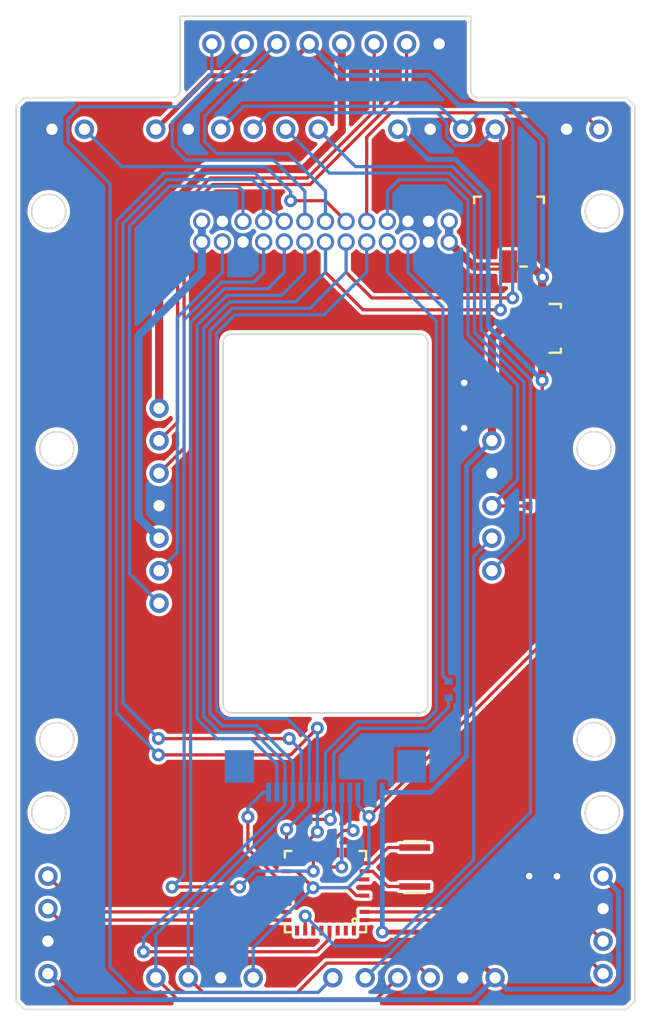
<source format=kicad_pcb>
(kicad_pcb (version 20171130) (host pcbnew "(5.1.5-rc2)")

  (general
    (thickness 1.6)
    (drawings 30)
    (tracks 426)
    (zones 0)
    (modules 22)
    (nets 40)
  )

  (page A4)
  (layers
    (0 F.Cu signal)
    (31 B.Cu signal)
    (32 B.Adhes user)
    (33 F.Adhes user)
    (34 B.Paste user)
    (35 F.Paste user)
    (36 B.SilkS user)
    (37 F.SilkS user)
    (38 B.Mask user)
    (39 F.Mask user)
    (40 Dwgs.User user)
    (41 Cmts.User user)
    (42 Eco1.User user)
    (43 Eco2.User user)
    (44 Edge.Cuts user)
    (45 Margin user)
    (46 B.CrtYd user)
    (47 F.CrtYd user)
    (48 B.Fab user)
    (49 F.Fab user)
  )

  (setup
    (last_trace_width 0.25)
    (user_trace_width 0.18)
    (user_trace_width 0.2)
    (user_trace_width 0.3)
    (user_trace_width 0.5)
    (user_trace_width 0.7)
    (user_trace_width 0.8)
    (user_trace_width 0.9)
    (user_trace_width 1)
    (user_trace_width 1.1)
    (user_trace_width 1.4)
    (user_trace_width 2.7)
    (user_trace_width 3)
    (trace_clearance 0.2)
    (zone_clearance 0.2)
    (zone_45_only yes)
    (trace_min 0.18)
    (via_size 0.8)
    (via_drill 0.4)
    (via_min_size 0.4)
    (via_min_drill 0.3)
    (uvia_size 0.3)
    (uvia_drill 0.1)
    (uvias_allowed no)
    (uvia_min_size 0.2)
    (uvia_min_drill 0.1)
    (edge_width 0.05)
    (segment_width 0.2)
    (pcb_text_width 0.3)
    (pcb_text_size 1.5 1.5)
    (mod_edge_width 0.12)
    (mod_text_size 1 1)
    (mod_text_width 0.15)
    (pad_size 3 3)
    (pad_drill 1)
    (pad_to_mask_clearance 0.051)
    (solder_mask_min_width 0.25)
    (aux_axis_origin 0 0)
    (visible_elements FFFDFFFF)
    (pcbplotparams
      (layerselection 0x010f0_ffffffff)
      (usegerberextensions true)
      (usegerberattributes false)
      (usegerberadvancedattributes false)
      (creategerberjobfile false)
      (excludeedgelayer true)
      (linewidth 0.100000)
      (plotframeref false)
      (viasonmask false)
      (mode 1)
      (useauxorigin false)
      (hpglpennumber 1)
      (hpglpenspeed 20)
      (hpglpendiameter 15.000000)
      (psnegative false)
      (psa4output false)
      (plotreference true)
      (plotvalue true)
      (plotinvisibletext false)
      (padsonsilk false)
      (subtractmaskfromsilk true)
      (outputformat 1)
      (mirror false)
      (drillshape 0)
      (scaleselection 1)
      (outputdirectory "Customize/"))
  )

  (net 0 "")
  (net 1 GND)
  (net 2 "Net-(C19-Pad1)")
  (net 3 "Net-(J48-Pad22)")
  (net 4 "Net-(U7-Pad7)")
  (net 5 "Net-(U7-Pad8)")
  (net 6 +5V)
  (net 7 +3V3)
  (net 8 /MV_D+)
  (net 9 /MV_D-)
  (net 10 /MV_U5V)
  (net 11 /MV_RX)
  (net 12 /MV_TX)
  (net 13 /LED_C4)
  (net 14 /PWM_DB)
  (net 15 /LED_C3)
  (net 16 /LED_C2)
  (net 17 /SDA)
  (net 18 /SCL)
  (net 19 /PWM_DF)
  (net 20 /U5V)
  (net 21 /D-)
  (net 22 /D+)
  (net 23 /CS)
  (net 24 /SS)
  (net 25 /DC)
  (net 26 /RST)
  (net 27 /TAPTIC)
  (net 28 /SCK)
  (net 29 /START)
  (net 30 /MOSI)
  (net 31 /LED_C1)
  (net 32 /BRIGHTNESS)
  (net 33 /BACKLIGHT)
  (net 34 /MISO)
  (net 35 /ER)
  (net 36 /TR)
  (net 37 /EL)
  (net 38 /TL)
  (net 39 /FORCE)

  (net_class Default "これはデフォルトのネット クラスです。"
    (clearance 0.2)
    (trace_width 0.25)
    (via_dia 0.8)
    (via_drill 0.4)
    (uvia_dia 0.3)
    (uvia_drill 0.1)
    (add_net +3V3)
    (add_net +5V)
    (add_net /BACKLIGHT)
    (add_net /BRIGHTNESS)
    (add_net /CS)
    (add_net /D+)
    (add_net /D-)
    (add_net /DC)
    (add_net /EL)
    (add_net /ER)
    (add_net /FORCE)
    (add_net /LED_C1)
    (add_net /LED_C2)
    (add_net /LED_C3)
    (add_net /LED_C4)
    (add_net /MISO)
    (add_net /MOSI)
    (add_net /MV_D+)
    (add_net /MV_D-)
    (add_net /MV_RX)
    (add_net /MV_TX)
    (add_net /MV_U5V)
    (add_net /PWM_DB)
    (add_net /PWM_DF)
    (add_net /RST)
    (add_net /SCK)
    (add_net /SCL)
    (add_net /SDA)
    (add_net /SS)
    (add_net /START)
    (add_net /TAPTIC)
    (add_net /TL)
    (add_net /TR)
    (add_net /U5V)
    (add_net GND)
    (add_net "Net-(C19-Pad1)")
    (add_net "Net-(J48-Pad22)")
    (add_net "Net-(U7-Pad7)")
    (add_net "Net-(U7-Pad8)")
  )

  (module module:CERALOCK (layer F.Cu) (tedit 5BA70CE3) (tstamp 5F99A781)
    (at 24.55 52.34 270)
    (path /5FBA3394)
    (fp_text reference Y1 (at 0 -2.04 90) (layer F.SilkS) hide
      (effects (font (size 1 1) (thickness 0.15)))
    )
    (fp_text value 16MHz (at 0 -3.04 90) (layer F.Fab)
      (effects (font (size 1 1) (thickness 0.15)))
    )
    (fp_line (start 1.6 -0.65) (end 1.6 0.65) (layer F.SilkS) (width 0.15))
    (fp_line (start -1.6 -0.65) (end -1.6 0.65) (layer F.SilkS) (width 0.15))
    (pad 3 smd rect (at 1.2 0 270) (size 0.4 1.9) (layers F.Cu F.Paste F.Mask)
      (net 4 "Net-(U7-Pad7)"))
    (pad 2 smd rect (at 0 0 270) (size 0.4 1.9) (layers F.Cu F.Paste F.Mask)
      (net 1 GND))
    (pad 1 smd rect (at -1.2 0 270) (size 0.4 1.9) (layers F.Cu F.Paste F.Mask)
      (net 5 "Net-(U7-Pad8)"))
  )

  (module module:1005 (layer B.Cu) (tedit 5BA72218) (tstamp 5F86C677)
    (at 26.63 41.42 270)
    (path /5F8C7748)
    (fp_text reference R21 (at 0 0.77 270) (layer B.SilkS) hide
      (effects (font (size 1 1) (thickness 0.15)) (justify mirror))
    )
    (fp_text value 0 (at 0 1.77 270) (layer B.Fab)
      (effects (font (size 1 1) (thickness 0.15)) (justify mirror))
    )
    (pad 2 smd rect (at 0.5 0 270) (size 0.4 0.5) (layers B.Cu B.Paste B.Mask)
      (net 34 /MISO))
    (pad 1 smd rect (at -0.5 0 270) (size 0.4 0.5) (layers B.Cu B.Paste B.Mask)
      (net 3 "Net-(J48-Pad22)"))
  )

  (module module:CAPACITOR_φ4 (layer F.Cu) (tedit 5F86A5FE) (tstamp 5F86C07D)
    (at 30.355 13.25 270)
    (path /5F8CA757)
    (fp_text reference C24 (at 0 -3.175 90) (layer F.SilkS) hide
      (effects (font (size 1 1) (thickness 0.15)))
    )
    (fp_text value 10u (at 0 -3.175 90) (layer F.Fab)
      (effects (font (size 1 1) (thickness 0.15)))
    )
    (fp_line (start -2.15 -2.15) (end -1.75 -2.15) (layer F.SilkS) (width 0.15))
    (fp_line (start -2.15 -1.75) (end -2.15 -2.15) (layer F.SilkS) (width 0.15))
    (fp_line (start -2.15 2.15) (end -1.75 2.15) (layer F.SilkS) (width 0.15))
    (fp_line (start -2.15 1.75) (end -2.15 2.15) (layer F.SilkS) (width 0.15))
    (fp_line (start 2.15 0.7) (end 2.15 1.1) (layer F.SilkS) (width 0.15))
    (fp_line (start 2.15 -0.7) (end 2.15 -1.1) (layer F.SilkS) (width 0.15))
    (pad 2 smd rect (at -2.15 0 270) (size 2 1) (layers F.Cu F.Paste F.Mask)
      (net 1 GND))
    (pad 1 smd rect (at 2.15 0 270) (size 2 1) (layers F.Cu F.Paste F.Mask)
      (net 6 +5V))
  )

  (module module:1005 (layer F.Cu) (tedit 5BA72218) (tstamp 5F81D413)
    (at 15.2 53.83 270)
    (path /5C73BF0A)
    (fp_text reference C19 (at 0 -0.77 90) (layer F.SilkS) hide
      (effects (font (size 1 1) (thickness 0.15)))
    )
    (fp_text value 100n (at 0 -1.77 90) (layer F.Fab)
      (effects (font (size 1 1) (thickness 0.15)))
    )
    (pad 2 smd rect (at 0.5 0 270) (size 0.4 0.5) (layers F.Cu F.Paste F.Mask)
      (net 1 GND))
    (pad 1 smd rect (at -0.5 0 270) (size 0.4 0.5) (layers F.Cu F.Paste F.Mask)
      (net 2 "Net-(C19-Pad1)"))
  )

  (module module:1005 (layer F.Cu) (tedit 5BA72218) (tstamp 5F81D425)
    (at 32.9 16.8)
    (path /5C5254ED)
    (fp_text reference C22 (at 0 -0.77) (layer F.SilkS) hide
      (effects (font (size 1 1) (thickness 0.15)))
    )
    (fp_text value 1u (at 0 -1.77) (layer F.Fab)
      (effects (font (size 1 1) (thickness 0.15)))
    )
    (pad 1 smd rect (at -0.5 0) (size 0.4 0.5) (layers F.Cu F.Paste F.Mask)
      (net 6 +5V))
    (pad 2 smd rect (at 0.5 0) (size 0.4 0.5) (layers F.Cu F.Paste F.Mask)
      (net 1 GND))
  )

  (module module:1005 (layer F.Cu) (tedit 5BA72218) (tstamp 5F81D42B)
    (at 32.9 21.6)
    (path /5C526CC7)
    (fp_text reference C23 (at 0 -0.77) (layer F.SilkS) hide
      (effects (font (size 1 1) (thickness 0.15)))
    )
    (fp_text value 1u (at 0 -1.77) (layer F.Fab)
      (effects (font (size 1 1) (thickness 0.15)))
    )
    (pad 2 smd rect (at 0.5 0) (size 0.4 0.5) (layers F.Cu F.Paste F.Mask)
      (net 1 GND))
    (pad 1 smd rect (at -0.5 0) (size 0.4 0.5) (layers F.Cu F.Paste F.Mask)
      (net 7 +3V3))
  )

  (module module:PH-ST08 (layer F.Cu) (tedit 5B95CA72) (tstamp 5F81D44C)
    (at 19.05 1.7 180)
    (path /5C4A877D)
    (fp_text reference J43 (at 0 -2) (layer F.SilkS) hide
      (effects (font (size 1 1) (thickness 0.15)))
    )
    (fp_text value CAMERA (at 0 -4) (layer F.Fab)
      (effects (font (size 1 1) (thickness 0.15)))
    )
    (fp_line (start -8.95 1.7) (end 8.95 1.7) (layer F.Fab) (width 0.15))
    (fp_line (start 8.95 1.7) (end 8.95 -2.8) (layer F.Fab) (width 0.15))
    (fp_line (start 8.95 -2.8) (end -8.95 -2.8) (layer F.Fab) (width 0.15))
    (fp_line (start -8.95 1.7) (end -8.95 -2.8) (layer F.Fab) (width 0.15))
    (pad 1 thru_hole circle (at -7 0 180) (size 1.2 1.2) (drill 0.7) (layers *.Cu *.Mask)
      (net 1 GND))
    (pad 2 thru_hole circle (at -5 0 180) (size 1.2 1.2) (drill 0.7) (layers *.Cu *.Mask)
      (net 8 /MV_D+))
    (pad 3 thru_hole circle (at -3 0 180) (size 1.2 1.2) (drill 0.7) (layers *.Cu *.Mask)
      (net 9 /MV_D-))
    (pad 4 thru_hole circle (at -1 0 180) (size 1.2 1.2) (drill 0.7) (layers *.Cu *.Mask)
      (net 10 /MV_U5V))
    (pad 5 thru_hole circle (at 1 0 180) (size 1.2 1.2) (drill 0.7) (layers *.Cu *.Mask)
      (net 6 +5V))
    (pad 6 thru_hole circle (at 3 0 180) (size 1.2 1.2) (drill 0.7) (layers *.Cu *.Mask)
      (net 11 /MV_RX))
    (pad 7 thru_hole circle (at 5 0 180) (size 1.2 1.2) (drill 0.7) (layers *.Cu *.Mask)
      (net 12 /MV_TX))
    (pad 8 thru_hole circle (at 7 0 180) (size 1.2 1.2) (drill 0.7) (layers *.Cu *.Mask)
      (net 13 /LED_C4))
  )

  (module module:PH-ST02 (layer B.Cu) (tedit 5B95C868) (tstamp 5F81D456)
    (at 3.2 6.95)
    (path /5C477859)
    (fp_text reference J44 (at 0 2) (layer B.SilkS) hide
      (effects (font (size 1 1) (thickness 0.15)) (justify mirror))
    )
    (fp_text value DB (at 0 4) (layer B.Fab)
      (effects (font (size 1 1) (thickness 0.15)) (justify mirror))
    )
    (fp_line (start -2.95 -1.7) (end -2.95 2.8) (layer B.Fab) (width 0.15))
    (fp_line (start 2.95 2.8) (end -2.95 2.8) (layer B.Fab) (width 0.15))
    (fp_line (start 2.95 -1.7) (end 2.95 2.8) (layer B.Fab) (width 0.15))
    (fp_line (start -2.95 -1.7) (end 2.95 -1.7) (layer B.Fab) (width 0.15))
    (pad 2 thru_hole circle (at 1 0) (size 1.2 1.2) (drill 0.7) (layers *.Cu *.Mask)
      (net 14 /PWM_DB))
    (pad 1 thru_hole circle (at -1 0) (size 1.2 1.2) (drill 0.7) (layers *.Cu *.Mask)
      (net 1 GND))
  )

  (module module:PH-ST06 (layer B.Cu) (tedit 5B95CA06) (tstamp 5F81D464)
    (at 13.6 6.95)
    (path /5C47DB82)
    (fp_text reference J45 (at 0 2) (layer B.SilkS) hide
      (effects (font (size 1 1) (thickness 0.15)) (justify mirror))
    )
    (fp_text value LED_F (at 0 4) (layer B.Fab)
      (effects (font (size 1 1) (thickness 0.15)) (justify mirror))
    )
    (fp_line (start -6.95 -1.7) (end -6.95 2.8) (layer B.Fab) (width 0.15))
    (fp_line (start 6.95 2.8) (end -6.95 2.8) (layer B.Fab) (width 0.15))
    (fp_line (start 6.95 -1.7) (end 6.95 2.8) (layer B.Fab) (width 0.15))
    (fp_line (start -6.95 -1.7) (end 6.95 -1.7) (layer B.Fab) (width 0.15))
    (pad 6 thru_hole circle (at 5 0) (size 1.2 1.2) (drill 0.7) (layers *.Cu *.Mask)
      (net 15 /LED_C3))
    (pad 5 thru_hole circle (at 3 0) (size 1.2 1.2) (drill 0.7) (layers *.Cu *.Mask)
      (net 16 /LED_C2))
    (pad 4 thru_hole circle (at 1 0) (size 1.2 1.2) (drill 0.7) (layers *.Cu *.Mask)
      (net 17 /SDA))
    (pad 3 thru_hole circle (at -1 0) (size 1.2 1.2) (drill 0.7) (layers *.Cu *.Mask)
      (net 18 /SCL))
    (pad 2 thru_hole circle (at -3 0) (size 1.2 1.2) (drill 0.7) (layers *.Cu *.Mask)
      (net 1 GND))
    (pad 1 thru_hole circle (at -5 0) (size 1.2 1.2) (drill 0.7) (layers *.Cu *.Mask)
      (net 6 +5V))
  )

  (module module:PH-ST04 (layer B.Cu) (tedit 5B95C8EA) (tstamp 5F81D470)
    (at 26.5 6.95)
    (path /5C480549)
    (fp_text reference J46 (at 0 2) (layer B.SilkS) hide
      (effects (font (size 1 1) (thickness 0.15)) (justify mirror))
    )
    (fp_text value ToF_F (at 0 4) (layer B.Fab)
      (effects (font (size 1 1) (thickness 0.15)) (justify mirror))
    )
    (fp_line (start -4.95 -1.7) (end 4.95 -1.7) (layer B.Fab) (width 0.15))
    (fp_line (start 4.95 -1.7) (end 4.95 2.8) (layer B.Fab) (width 0.15))
    (fp_line (start 4.95 2.8) (end -4.95 2.8) (layer B.Fab) (width 0.15))
    (fp_line (start -4.95 -1.7) (end -4.95 2.8) (layer B.Fab) (width 0.15))
    (pad 1 thru_hole circle (at -3 0) (size 1.2 1.2) (drill 0.7) (layers *.Cu *.Mask)
      (net 7 +3V3))
    (pad 2 thru_hole circle (at -1 0) (size 1.2 1.2) (drill 0.7) (layers *.Cu *.Mask)
      (net 1 GND))
    (pad 3 thru_hole circle (at 1 0) (size 1.2 1.2) (drill 0.7) (layers *.Cu *.Mask)
      (net 18 /SCL))
    (pad 4 thru_hole circle (at 3 0) (size 1.2 1.2) (drill 0.7) (layers *.Cu *.Mask)
      (net 17 /SDA))
  )

  (module module:PH-ST02 (layer B.Cu) (tedit 5B95C868) (tstamp 5F81D47A)
    (at 34.9 6.95)
    (path /5C4827CA)
    (fp_text reference J47 (at 0 2) (layer B.SilkS) hide
      (effects (font (size 1 1) (thickness 0.15)) (justify mirror))
    )
    (fp_text value DF (at 0 4) (layer B.Fab)
      (effects (font (size 1 1) (thickness 0.15)) (justify mirror))
    )
    (fp_line (start -2.95 -1.7) (end 2.95 -1.7) (layer B.Fab) (width 0.15))
    (fp_line (start 2.95 -1.7) (end 2.95 2.8) (layer B.Fab) (width 0.15))
    (fp_line (start 2.95 2.8) (end -2.95 2.8) (layer B.Fab) (width 0.15))
    (fp_line (start -2.95 -1.7) (end -2.95 2.8) (layer B.Fab) (width 0.15))
    (pad 1 thru_hole circle (at -1 0) (size 1.2 1.2) (drill 0.7) (layers *.Cu *.Mask)
      (net 1 GND))
    (pad 2 thru_hole circle (at 1 0) (size 1.2 1.2) (drill 0.7) (layers *.Cu *.Mask)
      (net 19 /PWM_DF))
  )

  (module module:IDC_Header_Straight_26pins_P1.27mm (layer B.Cu) (tedit 5F81C23F) (tstamp 5F81D4A0)
    (at 19.05 13.25)
    (path /5C484FCF)
    (fp_text reference J48 (at 0 3.7) (layer B.SilkS) hide
      (effects (font (size 1 1) (thickness 0.15)) (justify mirror))
    )
    (fp_text value To_Main (at 0 4.7) (layer B.Fab)
      (effects (font (size 1 1) (thickness 0.15)) (justify mirror))
    )
    (fp_line (start -11.43 2.5) (end 11.43 2.5) (layer B.Fab) (width 0.15))
    (fp_line (start 11.43 2.5) (end 11.43 -2.5) (layer B.Fab) (width 0.15))
    (fp_line (start 11.43 -2.5) (end 1.2 -2.5) (layer B.Fab) (width 0.15))
    (fp_line (start 1.2 -2.5) (end 1.2 -1.7) (layer B.Fab) (width 0.15))
    (fp_line (start 1.2 -1.7) (end -1.2 -1.7) (layer B.Fab) (width 0.15))
    (fp_line (start -1.2 -1.7) (end -1.2 -2.5) (layer B.Fab) (width 0.15))
    (fp_line (start -11.43 -2.5) (end -1.2 -2.5) (layer B.Fab) (width 0.15))
    (fp_line (start -11.43 -2.5) (end -11.43 2.5) (layer B.Fab) (width 0.15))
    (pad 1 thru_hole circle (at -7.62 -0.635) (size 1.07 1.07) (drill 0.7) (layers *.Cu *.Mask)
      (net 20 /U5V))
    (pad 2 thru_hole circle (at -7.62 0.635) (size 1.07 1.07) (drill 0.7) (layers *.Cu *.Mask)
      (net 20 /U5V))
    (pad 3 thru_hole circle (at -6.35 -0.635) (size 1.07 1.07) (drill 0.7) (layers *.Cu *.Mask)
      (net 1 GND))
    (pad 4 thru_hole circle (at -6.35 0.635) (size 1.07 1.07) (drill 0.7) (layers *.Cu *.Mask)
      (net 21 /D-))
    (pad 5 thru_hole circle (at -5.08 -0.635) (size 1.07 1.07) (drill 0.7) (layers *.Cu *.Mask)
      (net 22 /D+))
    (pad 6 thru_hole circle (at -5.08 0.635) (size 1.07 1.07) (drill 0.7) (layers *.Cu *.Mask)
      (net 1 GND))
    (pad 7 thru_hole circle (at -3.81 -0.635) (size 1.07 1.07) (drill 0.7) (layers *.Cu *.Mask)
      (net 23 /CS))
    (pad 8 thru_hole circle (at -3.81 0.635) (size 1.07 1.07) (drill 0.7) (layers *.Cu *.Mask)
      (net 24 /SS))
    (pad 9 thru_hole circle (at -2.54 -0.635) (size 1.07 1.07) (drill 0.7) (layers *.Cu *.Mask)
      (net 25 /DC))
    (pad 10 thru_hole circle (at -2.54 0.635) (size 1.07 1.07) (drill 0.7) (layers *.Cu *.Mask)
      (net 26 /RST))
    (pad 11 thru_hole circle (at -1.27 -0.635) (size 1.07 1.07) (drill 0.7) (layers *.Cu *.Mask)
      (net 12 /MV_TX))
    (pad 12 thru_hole circle (at -1.27 0.635) (size 1.07 1.07) (drill 0.7) (layers *.Cu *.Mask)
      (net 27 /TAPTIC))
    (pad 13 thru_hole circle (at 0 -0.635) (size 1.07 1.07) (drill 0.7) (layers *.Cu *.Mask)
      (net 11 /MV_RX))
    (pad 14 thru_hole circle (at 0 0.635) (size 1.07 1.07) (drill 0.7) (layers *.Cu *.Mask)
      (net 17 /SDA))
    (pad 15 thru_hole circle (at 1.27 -0.635) (size 1.07 1.07) (drill 0.7) (layers *.Cu *.Mask)
      (net 14 /PWM_DB))
    (pad 16 thru_hole circle (at 1.27 0.635) (size 1.07 1.07) (drill 0.7) (layers *.Cu *.Mask)
      (net 18 /SCL))
    (pad 17 thru_hole circle (at 2.54 -0.635) (size 1.07 1.07) (drill 0.7) (layers *.Cu *.Mask)
      (net 19 /PWM_DF))
    (pad 18 thru_hole circle (at 2.54 0.635) (size 1.07 1.07) (drill 0.7) (layers *.Cu *.Mask)
      (net 28 /SCK))
    (pad 19 thru_hole circle (at 3.81 -0.635) (size 1.07 1.07) (drill 0.7) (layers *.Cu *.Mask)
      (net 29 /START))
    (pad 20 thru_hole circle (at 3.81 0.635) (size 1.07 1.07) (drill 0.7) (layers *.Cu *.Mask)
      (net 30 /MOSI))
    (pad 21 thru_hole circle (at 5.08 -0.635) (size 1.07 1.07) (drill 0.7) (layers *.Cu *.Mask)
      (net 1 GND))
    (pad 22 thru_hole circle (at 5.08 0.635) (size 1.07 1.07) (drill 0.7) (layers *.Cu *.Mask)
      (net 3 "Net-(J48-Pad22)"))
    (pad 23 thru_hole circle (at 6.35 -0.635) (size 1.07 1.07) (drill 0.7) (layers *.Cu *.Mask)
      (net 1 GND))
    (pad 24 thru_hole circle (at 6.35 0.635) (size 1.07 1.07) (drill 0.7) (layers *.Cu *.Mask)
      (net 1 GND))
    (pad 25 thru_hole circle (at 7.62 -0.635) (size 1.07 1.07) (drill 0.7) (layers *.Cu *.Mask)
      (net 6 +5V))
    (pad 26 thru_hole circle (at 7.62 0.635) (size 1.07 1.07) (drill 0.7) (layers *.Cu *.Mask)
      (net 6 +5V))
  )

  (module module:PH-ST05 (layer B.Cu) (tedit 5B95C9E4) (tstamp 5F81D4AD)
    (at 29.3 30.11 270)
    (path /5C4EACB8)
    (fp_text reference J49 (at 0 2 90) (layer B.SilkS) hide
      (effects (font (size 1 1) (thickness 0.15)) (justify mirror))
    )
    (fp_text value START (at 0 4 90) (layer B.Fab)
      (effects (font (size 1 1) (thickness 0.15)) (justify mirror))
    )
    (fp_line (start -5.95 -1.7) (end 5.95 -1.7) (layer B.Fab) (width 0.15))
    (fp_line (start 5.95 -1.7) (end 5.95 2.8) (layer B.Fab) (width 0.15))
    (fp_line (start 5.95 2.8) (end -5.95 2.8) (layer B.Fab) (width 0.15))
    (fp_line (start -5.95 -1.7) (end -5.95 2.8) (layer B.Fab) (width 0.15))
    (pad 1 thru_hole circle (at -4 0 270) (size 1.2 1.2) (drill 0.7) (layers *.Cu *.Mask)
      (net 6 +5V))
    (pad 2 thru_hole circle (at -2 0 270) (size 1.2 1.2) (drill 0.7) (layers *.Cu *.Mask)
      (net 1 GND))
    (pad 3 thru_hole circle (at 0 0 270) (size 1.2 1.2) (drill 0.7) (layers *.Cu *.Mask)
      (net 29 /START))
    (pad 4 thru_hole circle (at 2 0 270) (size 1.2 1.2) (drill 0.7) (layers *.Cu *.Mask)
      (net 31 /LED_C1))
    (pad 5 thru_hole circle (at 4 0 270) (size 1.2 1.2) (drill 0.7) (layers *.Cu *.Mask)
      (net 16 /LED_C2))
  )

  (module module:PH-ST07 (layer B.Cu) (tedit 5B95CA3E) (tstamp 5F81D4BC)
    (at 8.8 30.11 90)
    (path /5C4E6B78)
    (fp_text reference J52 (at 0 2 270) (layer B.SilkS) hide
      (effects (font (size 1 1) (thickness 0.15)) (justify mirror))
    )
    (fp_text value USB (at 0 4 270) (layer B.Fab)
      (effects (font (size 1 1) (thickness 0.15)) (justify mirror))
    )
    (fp_line (start -7.95 -1.7) (end 7.95 -1.7) (layer B.Fab) (width 0.15))
    (fp_line (start 7.95 -1.7) (end 7.95 2.8) (layer B.Fab) (width 0.15))
    (fp_line (start 7.95 2.8) (end -7.95 2.8) (layer B.Fab) (width 0.15))
    (fp_line (start -7.95 -1.7) (end -7.95 2.8) (layer B.Fab) (width 0.15))
    (pad 1 thru_hole circle (at -6 0 90) (size 1.2 1.2) (drill 0.7) (layers *.Cu *.Mask)
      (net 22 /D+))
    (pad 2 thru_hole circle (at -4 0 90) (size 1.2 1.2) (drill 0.7) (layers *.Cu *.Mask)
      (net 21 /D-))
    (pad 3 thru_hole circle (at -2 0 90) (size 1.2 1.2) (drill 0.7) (layers *.Cu *.Mask)
      (net 20 /U5V))
    (pad 4 thru_hole circle (at 0 0 90) (size 1.2 1.2) (drill 0.7) (layers *.Cu *.Mask)
      (net 1 GND))
    (pad 5 thru_hole circle (at 2 0 90) (size 1.2 1.2) (drill 0.7) (layers *.Cu *.Mask)
      (net 8 /MV_D+))
    (pad 6 thru_hole circle (at 4 0 90) (size 1.2 1.2) (drill 0.7) (layers *.Cu *.Mask)
      (net 9 /MV_D-))
    (pad 7 thru_hole circle (at 6 0 90) (size 1.2 1.2) (drill 0.7) (layers *.Cu *.Mask)
      (net 10 /MV_U5V))
  )

  (module "module:FFC 15P" (layer B.Cu) (tedit 5BBC8FFC) (tstamp 5F81D4D1)
    (at 19.05 46.15)
    (path /5C4ED8A0)
    (fp_text reference J53 (at -0.25 0) (layer B.SilkS) hide
      (effects (font (size 1 1) (thickness 0.15)) (justify mirror))
    )
    (fp_text value Display (at 0 3.81) (layer B.Fab)
      (effects (font (size 1 1) (thickness 0.15)) (justify mirror))
    )
    (pad 14 smd rect (at 3 1.6) (size 0.3 1.2) (layers B.Cu B.Paste B.Mask)
      (net 1 GND))
    (pad 13 smd rect (at 2.5 1.6) (size 0.3 1.2) (layers B.Cu B.Paste B.Mask)
      (net 1 GND))
    (pad 12 smd rect (at 2 1.6) (size 0.3 1.2) (layers B.Cu B.Paste B.Mask)
      (net 7 +3V3))
    (pad 11 smd rect (at 1.5 1.6) (size 0.3 1.2) (layers B.Cu B.Paste B.Mask)
      (net 32 /BRIGHTNESS))
    (pad 10 smd rect (at 1 1.6) (size 0.3 1.2) (layers B.Cu B.Paste B.Mask)
      (net 33 /BACKLIGHT))
    (pad 9 smd rect (at 0.5 1.6) (size 0.3 1.2) (layers B.Cu B.Paste B.Mask)
      (net 34 /MISO))
    (pad 8 smd rect (at 0 1.6) (size 0.3 1.2) (layers B.Cu B.Paste B.Mask)
      (net 30 /MOSI))
    (pad 7 smd rect (at -0.5 1.6) (size 0.3 1.2) (layers B.Cu B.Paste B.Mask)
      (net 25 /DC))
    (pad 6 smd rect (at -1 1.6) (size 0.3 1.2) (layers B.Cu B.Paste B.Mask)
      (net 28 /SCK))
    (pad 5 smd rect (at -1.5 1.6) (size 0.3 1.2) (layers B.Cu B.Paste B.Mask)
      (net 23 /CS))
    (pad 4 smd rect (at -2 1.6) (size 0.3 1.2) (layers B.Cu B.Paste B.Mask)
      (net 18 /SCL))
    (pad 3 smd rect (at -2.5 1.6) (size 0.3 1.2) (layers B.Cu B.Paste B.Mask)
      (net 17 /SDA))
    (pad 2 smd rect (at -3 1.6) (size 0.3 1.2) (layers B.Cu B.Paste B.Mask)
      (net 27 /TAPTIC))
    (pad 1 smd rect (at -3.5 1.6) (size 0.3 1.2) (layers B.Cu B.Paste B.Mask)
      (net 39 /FORCE))
    (pad "" smd rect (at 5.3 0) (size 1.8 2) (layers B.Cu B.Paste B.Mask))
    (pad "" smd rect (at -5.3 0) (size 1.8 2) (layers B.Cu B.Paste B.Mask))
    (pad 15 smd rect (at 3.5 1.6) (size 0.3 1.2) (layers B.Cu B.Paste B.Mask)
      (net 6 +5V))
  )

  (module module:PH-ST04 (layer B.Cu) (tedit 5B95C8EA) (tstamp 5F81D4DD)
    (at 36.15 55.9 270)
    (path /5C4F876E)
    (fp_text reference J54 (at 0 2 270) (layer B.SilkS) hide
      (effects (font (size 1 1) (thickness 0.15)) (justify mirror))
    )
    (fp_text value US_R (at 0 4 270) (layer B.Fab)
      (effects (font (size 1 1) (thickness 0.15)) (justify mirror))
    )
    (fp_line (start -4.95 -1.7) (end -4.95 2.8) (layer B.Fab) (width 0.15))
    (fp_line (start 4.95 2.8) (end -4.95 2.8) (layer B.Fab) (width 0.15))
    (fp_line (start 4.95 -1.7) (end 4.95 2.8) (layer B.Fab) (width 0.15))
    (fp_line (start -4.95 -1.7) (end 4.95 -1.7) (layer B.Fab) (width 0.15))
    (pad 4 thru_hole circle (at 3 0 270) (size 1.2 1.2) (drill 0.7) (layers *.Cu *.Mask)
      (net 35 /ER))
    (pad 3 thru_hole circle (at 1 0 270) (size 1.2 1.2) (drill 0.7) (layers *.Cu *.Mask)
      (net 36 /TR))
    (pad 2 thru_hole circle (at -1 0 270) (size 1.2 1.2) (drill 0.7) (layers *.Cu *.Mask)
      (net 1 GND))
    (pad 1 thru_hole circle (at -3 0 270) (size 1.2 1.2) (drill 0.7) (layers *.Cu *.Mask)
      (net 6 +5V))
  )

  (module module:PH-ST04 (layer B.Cu) (tedit 5B95C8EA) (tstamp 5F81D4E9)
    (at 1.95 55.9 90)
    (path /5C4F57AB)
    (fp_text reference J55 (at 0 2 90) (layer B.SilkS) hide
      (effects (font (size 1 1) (thickness 0.15)) (justify mirror))
    )
    (fp_text value US_L (at 0 4 90) (layer B.Fab)
      (effects (font (size 1 1) (thickness 0.15)) (justify mirror))
    )
    (fp_line (start -4.95 -1.7) (end -4.95 2.8) (layer B.Fab) (width 0.15))
    (fp_line (start 4.95 2.8) (end -4.95 2.8) (layer B.Fab) (width 0.15))
    (fp_line (start 4.95 -1.7) (end 4.95 2.8) (layer B.Fab) (width 0.15))
    (fp_line (start -4.95 -1.7) (end 4.95 -1.7) (layer B.Fab) (width 0.15))
    (pad 4 thru_hole circle (at 3 0 90) (size 1.2 1.2) (drill 0.7) (layers *.Cu *.Mask)
      (net 37 /EL))
    (pad 3 thru_hole circle (at 1 0 90) (size 1.2 1.2) (drill 0.7) (layers *.Cu *.Mask)
      (net 38 /TL))
    (pad 2 thru_hole circle (at -1 0 90) (size 1.2 1.2) (drill 0.7) (layers *.Cu *.Mask)
      (net 1 GND))
    (pad 1 thru_hole circle (at -3 0 90) (size 1.2 1.2) (drill 0.7) (layers *.Cu *.Mask)
      (net 6 +5V))
  )

  (module module:PH-ST04 (layer B.Cu) (tedit 5B95C8EA) (tstamp 5F81D4F5)
    (at 11.6 59.15 180)
    (path /5C4FC558)
    (fp_text reference J56 (at 0 2) (layer B.SilkS) hide
      (effects (font (size 1 1) (thickness 0.15)) (justify mirror))
    )
    (fp_text value ToF_B (at 0 4) (layer B.Fab)
      (effects (font (size 1 1) (thickness 0.15)) (justify mirror))
    )
    (fp_line (start -4.95 -1.7) (end 4.95 -1.7) (layer B.Fab) (width 0.15))
    (fp_line (start 4.95 -1.7) (end 4.95 2.8) (layer B.Fab) (width 0.15))
    (fp_line (start 4.95 2.8) (end -4.95 2.8) (layer B.Fab) (width 0.15))
    (fp_line (start -4.95 -1.7) (end -4.95 2.8) (layer B.Fab) (width 0.15))
    (pad 1 thru_hole circle (at -3 0 180) (size 1.2 1.2) (drill 0.7) (layers *.Cu *.Mask)
      (net 7 +3V3))
    (pad 2 thru_hole circle (at -1 0 180) (size 1.2 1.2) (drill 0.7) (layers *.Cu *.Mask)
      (net 1 GND))
    (pad 3 thru_hole circle (at 1 0 180) (size 1.2 1.2) (drill 0.7) (layers *.Cu *.Mask)
      (net 18 /SCL))
    (pad 4 thru_hole circle (at 3 0 180) (size 1.2 1.2) (drill 0.7) (layers *.Cu *.Mask)
      (net 17 /SDA))
  )

  (module module:PH-ST06 (layer B.Cu) (tedit 5B95CA06) (tstamp 5F81D503)
    (at 24.5 59.15 180)
    (path /5C4FC552)
    (fp_text reference J57 (at 0 2) (layer B.SilkS) hide
      (effects (font (size 1 1) (thickness 0.15)) (justify mirror))
    )
    (fp_text value LED_B (at 0 4) (layer B.Fab)
      (effects (font (size 1 1) (thickness 0.15)) (justify mirror))
    )
    (fp_line (start -6.95 -1.7) (end 6.95 -1.7) (layer B.Fab) (width 0.15))
    (fp_line (start 6.95 -1.7) (end 6.95 2.8) (layer B.Fab) (width 0.15))
    (fp_line (start 6.95 2.8) (end -6.95 2.8) (layer B.Fab) (width 0.15))
    (fp_line (start -6.95 -1.7) (end -6.95 2.8) (layer B.Fab) (width 0.15))
    (pad 1 thru_hole circle (at -5 0 180) (size 1.2 1.2) (drill 0.7) (layers *.Cu *.Mask)
      (net 6 +5V))
    (pad 2 thru_hole circle (at -3 0 180) (size 1.2 1.2) (drill 0.7) (layers *.Cu *.Mask)
      (net 1 GND))
    (pad 3 thru_hole circle (at -1 0 180) (size 1.2 1.2) (drill 0.7) (layers *.Cu *.Mask)
      (net 18 /SCL))
    (pad 4 thru_hole circle (at 1 0 180) (size 1.2 1.2) (drill 0.7) (layers *.Cu *.Mask)
      (net 17 /SDA))
    (pad 5 thru_hole circle (at 3 0 180) (size 1.2 1.2) (drill 0.7) (layers *.Cu *.Mask)
      (net 15 /LED_C3))
    (pad 6 thru_hole circle (at 5 0 180) (size 1.2 1.2) (drill 0.7) (layers *.Cu *.Mask)
      (net 13 /LED_C4))
  )

  (module module:1005 (layer F.Cu) (tedit 5BA72218) (tstamp 5F81D509)
    (at 32.1 30.13 180)
    (path /5C655942)
    (fp_text reference R26 (at 0 -0.77) (layer F.SilkS) hide
      (effects (font (size 1 1) (thickness 0.15)))
    )
    (fp_text value 10K (at 0 -1.77) (layer F.Fab)
      (effects (font (size 1 1) (thickness 0.15)))
    )
    (pad 1 smd rect (at -0.5 0 180) (size 0.4 0.5) (layers F.Cu F.Paste F.Mask)
      (net 7 +3V3))
    (pad 2 smd rect (at 0.5 0 180) (size 0.4 0.5) (layers F.Cu F.Paste F.Mask)
      (net 29 /START))
  )

  (module module:VQFN-32-5x5mm_P0.5mm (layer F.Cu) (tedit 5B95CDFE) (tstamp 5F81D536)
    (at 19.05 53.85 180)
    (descr "QFN, 32-Leads, Body 5x5x0.8mm, Pitch 0.5mm, Thermal Pad 3.1x3.1mm; (see Texas Instruments LM25119 http://www.ti.com/lit/ds/symlink/lm25119.pdf)")
    (tags "WQFN 0.5")
    (path /5C51C0C9)
    (attr smd)
    (fp_text reference U7 (at 0 0) (layer F.SilkS) hide
      (effects (font (size 1 1) (thickness 0.15)))
    )
    (fp_text value ATmega328P-MU (at 0 3.81) (layer F.Fab)
      (effects (font (size 1 1) (thickness 0.15)))
    )
    (fp_line (start 2.1 -2.5) (end 2.5 -2.5) (layer F.SilkS) (width 0.15))
    (fp_line (start 2.5 -2.5) (end 2.5 -2.1) (layer F.SilkS) (width 0.15))
    (fp_line (start 2.1 2.5) (end 2.5 2.5) (layer F.SilkS) (width 0.15))
    (fp_line (start 2.5 2.1) (end 2.5 2.5) (layer F.SilkS) (width 0.15))
    (fp_line (start -2.1 2.5) (end -2.5 2.5) (layer F.SilkS) (width 0.15))
    (fp_line (start -2.5 2.5) (end -2.5 2.1) (layer F.SilkS) (width 0.15))
    (fp_line (start -2.1 -2.5) (end -2.5 -2.5) (layer F.SilkS) (width 0.15))
    (fp_line (start -2.5 -2.5) (end -2.5 -2.1) (layer F.SilkS) (width 0.15))
    (fp_circle (center -1.8 -1.8) (end -1.9 -1.9) (layer F.SilkS) (width 0.15))
    (pad 1 smd rect (at -2.4 -1.75 270) (size 0.25 0.6) (layers F.Cu F.Paste F.Mask)
      (net 35 /ER))
    (pad 2 smd rect (at -2.4 -1.25 270) (size 0.25 0.6) (layers F.Cu F.Paste F.Mask)
      (net 36 /TR))
    (pad 3 smd rect (at -2.4 -0.75 270) (size 0.25 0.6) (layers F.Cu F.Paste F.Mask)
      (net 1 GND))
    (pad 4 smd rect (at -2.4 -0.25 270) (size 0.25 0.6) (layers F.Cu F.Paste F.Mask)
      (net 7 +3V3))
    (pad 5 smd rect (at -2.4 0.25 270) (size 0.25 0.6) (layers F.Cu F.Paste F.Mask)
      (net 1 GND))
    (pad 6 smd rect (at -2.4 0.75 270) (size 0.25 0.6) (layers F.Cu F.Paste F.Mask)
      (net 7 +3V3))
    (pad 7 smd rect (at -2.4 1.25 270) (size 0.25 0.6) (layers F.Cu F.Paste F.Mask)
      (net 4 "Net-(U7-Pad7)"))
    (pad 8 smd rect (at -2.4 1.75 270) (size 0.25 0.6) (layers F.Cu F.Paste F.Mask)
      (net 5 "Net-(U7-Pad8)"))
    (pad 9 smd rect (at -1.75 2.4 180) (size 0.25 0.6) (layers F.Cu F.Paste F.Mask))
    (pad 10 smd rect (at -1.25 2.4 180) (size 0.25 0.6) (layers F.Cu F.Paste F.Mask))
    (pad 11 smd rect (at -0.75 2.4 180) (size 0.25 0.6) (layers F.Cu F.Paste F.Mask))
    (pad 12 smd rect (at -0.25 2.4 180) (size 0.25 0.6) (layers F.Cu F.Paste F.Mask)
      (net 32 /BRIGHTNESS))
    (pad 13 smd rect (at 0.25 2.4 180) (size 0.25 0.6) (layers F.Cu F.Paste F.Mask)
      (net 33 /BACKLIGHT))
    (pad 14 smd rect (at 0.75 2.4 180) (size 0.25 0.6) (layers F.Cu F.Paste F.Mask)
      (net 24 /SS))
    (pad 15 smd rect (at 1.25 2.4 180) (size 0.25 0.6) (layers F.Cu F.Paste F.Mask)
      (net 30 /MOSI))
    (pad 16 smd rect (at 1.75 2.4 180) (size 0.25 0.6) (layers F.Cu F.Paste F.Mask)
      (net 34 /MISO))
    (pad 17 smd rect (at 2.4 1.75 270) (size 0.25 0.6) (layers F.Cu F.Paste F.Mask)
      (net 28 /SCK))
    (pad 18 smd rect (at 2.4 1.25 270) (size 0.25 0.6) (layers F.Cu F.Paste F.Mask)
      (net 7 +3V3))
    (pad 19 smd rect (at 2.4 0.75 270) (size 0.25 0.6) (layers F.Cu F.Paste F.Mask)
      (net 39 /FORCE))
    (pad 20 smd rect (at 2.4 0.25 270) (size 0.25 0.6) (layers F.Cu F.Paste F.Mask)
      (net 2 "Net-(C19-Pad1)"))
    (pad 21 smd rect (at 2.4 -0.25 270) (size 0.25 0.6) (layers F.Cu F.Paste F.Mask)
      (net 1 GND))
    (pad 22 smd rect (at 2.4 -0.75 270) (size 0.25 0.6) (layers F.Cu F.Paste F.Mask))
    (pad 23 smd rect (at 2.4 -1.25 270) (size 0.25 0.6) (layers F.Cu F.Paste F.Mask)
      (net 37 /EL))
    (pad 24 smd rect (at 2.4 -1.75 270) (size 0.25 0.6) (layers F.Cu F.Paste F.Mask)
      (net 38 /TL))
    (pad 25 smd rect (at 1.75 -2.4 180) (size 0.25 0.6) (layers F.Cu F.Paste F.Mask))
    (pad 26 smd rect (at 1.25 -2.4 180) (size 0.25 0.6) (layers F.Cu F.Paste F.Mask)
      (net 31 /LED_C1))
    (pad 27 smd rect (at 0.75 -2.4 180) (size 0.25 0.6) (layers F.Cu F.Paste F.Mask))
    (pad 28 smd rect (at 0.25 -2.4 180) (size 0.25 0.6) (layers F.Cu F.Paste F.Mask))
    (pad 29 smd rect (at -0.25 -2.4 180) (size 0.25 0.6) (layers F.Cu F.Paste F.Mask)
      (net 26 /RST))
    (pad 30 smd rect (at -0.75 -2.4 180) (size 0.25 0.6) (layers F.Cu F.Paste F.Mask))
    (pad 31 smd rect (at -1.25 -2.4 180) (size 0.25 0.6) (layers F.Cu F.Paste F.Mask))
    (pad 32 smd rect (at -1.75 -2.4 180) (size 0.25 0.6) (layers F.Cu F.Paste F.Mask))
    (model ${KISYS3DMOD}/Package_DFN_QFN.3dshapes/WQFN-32-1EP_5x5mm_P0.5mm_EP3.1x3.1mm.wrl
      (at (xyz 0 0 0))
      (scale (xyz 1 1 1))
      (rotate (xyz 0 0 0))
    )
  )

  (module module:Q_SOT-23 (layer F.Cu) (tedit 5965F5F4) (tstamp 5F81D542)
    (at 32.9 19.2 270)
    (descr SOT-23)
    (tags SOT-23)
    (path /5C523951)
    (attr smd)
    (fp_text reference U8 (at 0 -2.25 90) (layer F.SilkS) hide
      (effects (font (size 1 1) (thickness 0.15)))
    )
    (fp_text value AP7333 (at 0 2.3 90) (layer F.Fab)
      (effects (font (size 1 1) (thickness 0.15)))
    )
    (fp_line (start 1.29916 -0.65024) (end 1.2509 -0.65024) (layer F.SilkS) (width 0.15))
    (fp_line (start -1.49982 0.0508) (end -1.49982 -0.65024) (layer F.SilkS) (width 0.15))
    (fp_line (start -1.49982 -0.65024) (end -1.2509 -0.65024) (layer F.SilkS) (width 0.15))
    (fp_line (start 1.29916 -0.65024) (end 1.49982 -0.65024) (layer F.SilkS) (width 0.15))
    (fp_line (start 1.49982 -0.65024) (end 1.49982 0.0508) (layer F.SilkS) (width 0.15))
    (pad 1 smd rect (at -0.95 1.145 270) (size 0.76 0.76) (layers F.Cu F.Paste F.Mask)
      (net 6 +5V))
    (pad 2 smd rect (at 0.95 1.145 270) (size 0.76 0.76) (layers F.Cu F.Paste F.Mask)
      (net 7 +3V3))
    (pad 3 smd rect (at 0 -1.145 270) (size 0.76 0.76) (layers F.Cu F.Paste F.Mask)
      (net 1 GND))
    (model TO_SOT_Packages_SMD.3dshapes/SOT-23.wrl
      (at (xyz 0 0 0))
      (scale (xyz 1 1 1))
      (rotate (xyz 0 0 0))
    )
  )

  (gr_circle (center 35.599999 26.6) (end 36.649999 26.6) (layer Edge.Cuts) (width 0.1))
  (gr_circle (center 35.599999 44.499999) (end 36.649999 44.499999) (layer Edge.Cuts) (width 0.1))
  (gr_circle (center 2.499999 44.499999) (end 3.549999 44.499999) (layer Edge.Cuts) (width 0.1))
  (gr_circle (center 2.499999 26.6) (end 3.549999 26.6) (layer Edge.Cuts) (width 0.1))
  (gr_line (start 27.999999 -0.000001) (end 10.099999 -0.000001) (layer Edge.Cuts) (width 0.1))
  (gr_line (start 37.599999 4.999999) (end 38.099999 5.499999) (layer Edge.Cuts) (width 0.1))
  (gr_line (start 27.999999 -0.000001) (end 27.999999 4.499999) (layer Edge.Cuts) (width 0.1))
  (gr_arc (start 28.499999 4.499999) (end 27.999999 4.499999) (angle -90) (layer Edge.Cuts) (width 0.1))
  (gr_line (start 28.499999 4.999999) (end 37.599999 4.999999) (layer Edge.Cuts) (width 0.1))
  (gr_line (start 0.499999 4.999999) (end -0.000001 5.499999) (layer Edge.Cuts) (width 0.1))
  (gr_line (start -0.000001 60.599999) (end 0.499999 61.099999) (layer Edge.Cuts) (width 0.1))
  (gr_line (start 10.099999 -0.000001) (end 10.099999 4.499999) (layer Edge.Cuts) (width 0.1))
  (gr_circle (center 36.099999 48.999999) (end 37.149999 48.999999) (layer Edge.Cuts) (width 0.1))
  (gr_line (start 24.849999 42.849999) (end 13.249999 42.849999) (layer Edge.Cuts) (width 0.1))
  (gr_circle (center 1.999999 11.999999) (end 3.049999 11.999999) (layer Edge.Cuts) (width 0.1))
  (gr_circle (center 1.999999 48.999999) (end 3.049999 48.999999) (layer Edge.Cuts) (width 0.1))
  (gr_circle (center 36.099999 11.999999) (end 37.149999 11.999999) (layer Edge.Cuts) (width 0.1))
  (gr_line (start 12.749999 42.349999) (end 12.749999 20.059999) (layer Edge.Cuts) (width 0.1))
  (gr_line (start 38.099999 5.499999) (end 38.099999 60.599999) (layer Edge.Cuts) (width 0.1))
  (gr_arc (start 24.849999 42.349999) (end 24.849999 42.849999) (angle -90) (layer Edge.Cuts) (width 0.1))
  (gr_line (start 37.599999 61.099999) (end 0.499999 61.099999) (layer Edge.Cuts) (width 0.1))
  (gr_arc (start 9.599999 4.499999) (end 9.599999 4.999999) (angle -90) (layer Edge.Cuts) (width 0.1))
  (gr_line (start 38.099999 60.599999) (end 37.599999 61.099999) (layer Edge.Cuts) (width 0.1))
  (gr_arc (start 13.249999 20.059999) (end 13.249999 19.559999) (angle -90) (layer Edge.Cuts) (width 0.1))
  (gr_line (start -0.000001 5.499999) (end -0.000001 60.599999) (layer Edge.Cuts) (width 0.1))
  (gr_arc (start 13.249999 42.349999) (end 12.749999 42.349999) (angle -90) (layer Edge.Cuts) (width 0.1))
  (gr_line (start 9.599999 4.999999) (end 0.499999 4.999999) (layer Edge.Cuts) (width 0.1))
  (gr_line (start 25.349999 20.059999) (end 25.349999 42.349999) (layer Edge.Cuts) (width 0.1))
  (gr_line (start 13.249999 19.559999) (end 24.849999 19.559999) (layer Edge.Cuts) (width 0.1))
  (gr_arc (start 24.849999 20.059999) (end 25.349999 20.059999) (angle -90) (layer Edge.Cuts) (width 0.1))

  (via (at 14.270002 49.26) (size 0.8) (drill 0.4) (layers F.Cu B.Cu) (net 39))
  (segment (start 14.270002 51.220002) (end 14.270002 49.825685) (width 0.2) (layer F.Cu) (net 39))
  (segment (start 14.270002 49.825685) (end 14.270002 49.26) (width 0.2) (layer F.Cu) (net 39))
  (segment (start 14.270002 48.679998) (end 14.270002 49.26) (width 0.2) (layer B.Cu) (net 39))
  (segment (start 16.65 53.1) (end 16.15 53.1) (width 0.2) (layer F.Cu) (net 39))
  (segment (start 15.2 47.75) (end 14.270002 48.679998) (width 0.2) (layer B.Cu) (net 39))
  (segment (start 16.15 53.1) (end 14.270002 51.220002) (width 0.2) (layer F.Cu) (net 39))
  (segment (start 15.55 47.75) (end 15.2 47.75) (width 0.2) (layer B.Cu) (net 39))
  (segment (start 15.43 54.1) (end 15.2 54.33) (width 0.2) (layer F.Cu) (net 1))
  (segment (start 16.65 54.1) (end 15.43 54.1) (width 0.2) (layer F.Cu) (net 1))
  (segment (start 12.7 12.615) (end 13.97 13.885) (width 0.3) (layer B.Cu) (net 1))
  (segment (start 25.4 12.615) (end 25.4 13.885) (width 0.5) (layer B.Cu) (net 1))
  (segment (start 24.13 12.615) (end 25.4 12.615) (width 0.5) (layer B.Cu) (net 1))
  (segment (start 24.13 12.615) (end 25.4 12.615) (width 0.5) (layer F.Cu) (net 1))
  (segment (start 25.4 13.885) (end 25.4 12.615) (width 0.5) (layer F.Cu) (net 1))
  (segment (start 22.050001 54.499999) (end 21.95 54.6) (width 0.2) (layer F.Cu) (net 1))
  (segment (start 22.050001 53.700001) (end 22.050001 54.499999) (width 0.2) (layer F.Cu) (net 1))
  (segment (start 21.95 54.6) (end 21.45 54.6) (width 0.2) (layer F.Cu) (net 1))
  (segment (start 21.95 53.6) (end 22.050001 53.700001) (width 0.2) (layer F.Cu) (net 1))
  (segment (start 21.45 53.6) (end 21.95 53.6) (width 0.2) (layer F.Cu) (net 1))
  (segment (start 16.65 54.1) (end 17.3 54.1) (width 0.2) (layer F.Cu) (net 1))
  (segment (start 17.8 54.6) (end 21.45 54.6) (width 0.2) (layer F.Cu) (net 1))
  (segment (start 17.3 54.1) (end 17.8 54.6) (width 0.2) (layer F.Cu) (net 1))
  (segment (start 21.55 47.75) (end 21.55 46.06) (width 0.3) (layer B.Cu) (net 1))
  (segment (start 22.05 46.56) (end 22.05 47.75) (width 0.3) (layer B.Cu) (net 1))
  (segment (start 21.55 46.06) (end 22.05 46.56) (width 0.3) (layer B.Cu) (net 1))
  (via (at 27.59 22.55) (size 0.8) (drill 0.4) (layers F.Cu B.Cu) (net 1))
  (via (at 27.59 25.34) (size 0.8) (drill 0.4) (layers F.Cu B.Cu) (net 1))
  (via (at 33.31 52.91) (size 0.8) (drill 0.4) (layers F.Cu B.Cu) (net 1))
  (via (at 31.6 52.9) (size 0.8) (drill 0.4) (layers F.Cu B.Cu) (net 1))
  (segment (start 15.47 53.6) (end 15.2 53.33) (width 0.2) (layer F.Cu) (net 2))
  (segment (start 16.65 53.6) (end 15.47 53.6) (width 0.2) (layer F.Cu) (net 2))
  (segment (start 26.28 40.57) (end 26.63 40.92) (width 0.2) (layer B.Cu) (net 3))
  (segment (start 26.28 17.9) (end 26.28 40.57) (width 0.2) (layer B.Cu) (net 3))
  (segment (start 24.13 15.75) (end 26.28 17.9) (width 0.2) (layer B.Cu) (net 3))
  (segment (start 24.13 13.885) (end 24.13 15.75) (width 0.2) (layer B.Cu) (net 3))
  (segment (start 23.4 53.54) (end 24.55 53.54) (width 0.2) (layer F.Cu) (net 4))
  (segment (start 22.89 53.54) (end 23.4 53.54) (width 0.2) (layer F.Cu) (net 4))
  (segment (start 21.95 52.6) (end 22.89 53.54) (width 0.2) (layer F.Cu) (net 4))
  (segment (start 21.45 52.6) (end 21.95 52.6) (width 0.2) (layer F.Cu) (net 4))
  (segment (start 22.91 51.14) (end 23.4 51.14) (width 0.2) (layer F.Cu) (net 5))
  (segment (start 21.95 52.1) (end 22.91 51.14) (width 0.2) (layer F.Cu) (net 5))
  (segment (start 23.4 51.14) (end 24.55 51.14) (width 0.2) (layer F.Cu) (net 5))
  (segment (start 21.45 52.1) (end 21.95 52.1) (width 0.2) (layer F.Cu) (net 5))
  (segment (start 26.67 12.615) (end 26.67 13.885) (width 0.5) (layer B.Cu) (net 6))
  (segment (start 26.67 12.615) (end 26.67 13.885) (width 0.5) (layer F.Cu) (net 6))
  (segment (start 32.4 17.605) (end 31.755 18.25) (width 0.5) (layer F.Cu) (net 6))
  (segment (start 32.4 16.8) (end 32.4 17.605) (width 0.5) (layer F.Cu) (net 6))
  (segment (start 30.099999 59.749999) (end 29.5 59.15) (width 0.3) (layer B.Cu) (net 6))
  (segment (start 30.200001 59.850001) (end 30.099999 59.749999) (width 0.3) (layer B.Cu) (net 6))
  (segment (start 36.606001 59.850001) (end 30.200001 59.850001) (width 0.3) (layer B.Cu) (net 6))
  (segment (start 36.15 52.9) (end 37.100001 53.850001) (width 0.3) (layer B.Cu) (net 6))
  (segment (start 37.100001 59.356001) (end 36.606001 59.850001) (width 0.3) (layer B.Cu) (net 6))
  (segment (start 37.100001 53.850001) (end 37.100001 59.356001) (width 0.3) (layer B.Cu) (net 6))
  (segment (start 1.95 58.9) (end 3.550012 60.500012) (width 0.3) (layer B.Cu) (net 6))
  (segment (start 28.900001 59.749999) (end 29.5 59.15) (width 0.3) (layer B.Cu) (net 6))
  (segment (start 3.550012 60.500012) (end 28.149988 60.500012) (width 0.3) (layer B.Cu) (net 6))
  (segment (start 28.149988 60.500012) (end 28.900001 59.749999) (width 0.3) (layer B.Cu) (net 6))
  (via (at 22.55 56.340002) (size 0.8) (drill 0.4) (layers F.Cu B.Cu) (net 6))
  (segment (start 23.115685 56.340002) (end 22.55 56.340002) (width 0.3) (layer F.Cu) (net 6))
  (segment (start 26.690002 56.340002) (end 23.115685 56.340002) (width 0.3) (layer F.Cu) (net 6))
  (segment (start 22.55 47.75) (end 22.55 56.340002) (width 0.3) (layer B.Cu) (net 6))
  (segment (start 29.5 59.15) (end 26.690002 56.340002) (width 0.3) (layer F.Cu) (net 6))
  (segment (start 17.450001 2.299999) (end 18.05 1.7) (width 0.3) (layer F.Cu) (net 6))
  (segment (start 16.09 3.66) (end 17.450001 2.299999) (width 0.3) (layer F.Cu) (net 6))
  (segment (start 11.89 3.66) (end 16.09 3.66) (width 0.3) (layer F.Cu) (net 6))
  (segment (start 8.6 6.95) (end 11.89 3.66) (width 0.3) (layer F.Cu) (net 6))
  (segment (start 19.99 3.64) (end 25.42 3.64) (width 0.3) (layer B.Cu) (net 6))
  (segment (start 27.269989 5.489989) (end 30.299989 5.489989) (width 0.3) (layer B.Cu) (net 6))
  (segment (start 32.405281 16.044719) (end 32.419195 16.044719) (width 0.5) (layer F.Cu) (net 6))
  (segment (start 25.42 3.64) (end 27.269989 5.489989) (width 0.3) (layer B.Cu) (net 6))
  (segment (start 18.05 1.7) (end 19.99 3.64) (width 0.3) (layer B.Cu) (net 6))
  (via (at 32.419195 16.044719) (size 0.8) (drill 0.4) (layers F.Cu B.Cu) (net 6))
  (segment (start 30.299989 5.489989) (end 32.419195 7.609195) (width 0.3) (layer B.Cu) (net 6))
  (segment (start 32.4 16.8) (end 32.4 16.05) (width 0.5) (layer F.Cu) (net 6))
  (segment (start 32.419195 15.479034) (end 32.419195 16.044719) (width 0.3) (layer B.Cu) (net 6))
  (segment (start 32.419195 7.609195) (end 32.419195 15.479034) (width 0.3) (layer B.Cu) (net 6))
  (segment (start 32.4 16.05) (end 32.405281 16.044719) (width 0.5) (layer F.Cu) (net 6))
  (segment (start 28.185 15.4) (end 26.67 13.885) (width 0.5) (layer F.Cu) (net 6))
  (segment (start 30.355 15.4) (end 28.185 15.4) (width 0.5) (layer F.Cu) (net 6))
  (segment (start 31.774476 15.4) (end 32.419195 16.044719) (width 0.5) (layer F.Cu) (net 6))
  (segment (start 30.355 15.4) (end 31.774476 15.4) (width 0.5) (layer F.Cu) (net 6))
  (segment (start 27.74 27.67) (end 28.700001 26.709999) (width 0.3) (layer B.Cu) (net 6))
  (segment (start 27.74 45.54) (end 27.74 27.67) (width 0.3) (layer B.Cu) (net 6))
  (segment (start 22.55 47.75) (end 25.53 47.75) (width 0.3) (layer B.Cu) (net 6))
  (segment (start 25.53 47.75) (end 27.74 45.54) (width 0.3) (layer B.Cu) (net 6))
  (segment (start 28.700001 26.709999) (end 29.3 26.11) (width 0.3) (layer B.Cu) (net 6))
  (segment (start 30.86 18.25) (end 31.755 18.25) (width 0.5) (layer F.Cu) (net 6))
  (segment (start 29.3 19.81) (end 30.86 18.25) (width 0.5) (layer F.Cu) (net 6))
  (segment (start 29.3 26.11) (end 29.3 19.81) (width 0.5) (layer F.Cu) (net 6))
  (segment (start 32.4 20.795) (end 31.755 20.15) (width 0.5) (layer F.Cu) (net 7))
  (segment (start 32.4 21.6) (end 32.4 20.795) (width 0.5) (layer F.Cu) (net 7))
  (segment (start 32.6 30.13) (end 32.4 29.93) (width 0.2) (layer F.Cu) (net 7))
  (via (at 32.4 22.4) (size 0.8) (drill 0.4) (layers F.Cu B.Cu) (net 7))
  (segment (start 32.4 29.93) (end 32.4 22.4) (width 0.2) (layer F.Cu) (net 7))
  (segment (start 32.4 21.6) (end 32.4 22.4) (width 0.5) (layer F.Cu) (net 7))
  (segment (start 20.95 53.1) (end 21.45 53.1) (width 0.2) (layer F.Cu) (net 7))
  (segment (start 20.45 53.6) (end 20.95 53.1) (width 0.2) (layer F.Cu) (net 7))
  (segment (start 20.95 54.1) (end 20.45 53.6) (width 0.2) (layer F.Cu) (net 7))
  (segment (start 21.45 54.1) (end 20.95 54.1) (width 0.2) (layer F.Cu) (net 7))
  (segment (start 21.05 48.55) (end 21.73 49.23) (width 0.2) (layer B.Cu) (net 7))
  (segment (start 21.05 47.75) (end 21.05 48.55) (width 0.2) (layer B.Cu) (net 7))
  (via (at 21.73 49.23) (size 0.8) (drill 0.4) (layers F.Cu B.Cu) (net 7))
  (segment (start 32.6 38.36) (end 32.6 30.13) (width 0.2) (layer F.Cu) (net 7))
  (segment (start 21.73 49.23) (end 32.6 38.36) (width 0.2) (layer F.Cu) (net 7))
  (segment (start 32.000001 22.000001) (end 32.4 22.4) (width 0.3) (layer B.Cu) (net 7))
  (segment (start 29.08 19.08) (end 32.000001 22.000001) (width 0.3) (layer B.Cu) (net 7))
  (segment (start 29.08 10.822189) (end 29.08 19.08) (width 0.3) (layer B.Cu) (net 7))
  (segment (start 25.349967 8.799967) (end 27.057778 8.799967) (width 0.3) (layer B.Cu) (net 7))
  (segment (start 23.5 6.95) (end 25.349967 8.799967) (width 0.3) (layer B.Cu) (net 7))
  (segment (start 27.057778 8.799967) (end 29.08 10.822189) (width 0.3) (layer B.Cu) (net 7))
  (via (at 18.29 53.61) (size 0.8) (drill 0.4) (layers F.Cu B.Cu) (net 7))
  (segment (start 20.45 53.6) (end 20.44 53.61) (width 0.2) (layer F.Cu) (net 7))
  (segment (start 17.890001 53.210001) (end 18.29 53.61) (width 0.2) (layer F.Cu) (net 7))
  (segment (start 17.890001 54.009999) (end 18.29 53.61) (width 0.2) (layer B.Cu) (net 7))
  (segment (start 20.44 53.61) (end 18.855685 53.61) (width 0.2) (layer F.Cu) (net 7))
  (segment (start 14.6 59.15) (end 14.6 57.3) (width 0.2) (layer B.Cu) (net 7))
  (segment (start 20.44 53.61) (end 18.855685 53.61) (width 0.2) (layer B.Cu) (net 7))
  (segment (start 18.855685 53.61) (end 18.29 53.61) (width 0.2) (layer F.Cu) (net 7))
  (segment (start 17.28 52.6) (end 17.890001 53.210001) (width 0.2) (layer F.Cu) (net 7))
  (segment (start 14.6 57.3) (end 17.890001 54.009999) (width 0.2) (layer B.Cu) (net 7))
  (segment (start 21.73 49.23) (end 21.73 52.32) (width 0.2) (layer B.Cu) (net 7))
  (segment (start 21.73 52.32) (end 20.44 53.61) (width 0.2) (layer B.Cu) (net 7))
  (segment (start 16.65 52.6) (end 17.28 52.6) (width 0.2) (layer F.Cu) (net 7))
  (segment (start 18.855685 53.61) (end 18.29 53.61) (width 0.2) (layer B.Cu) (net 7))
  (segment (start 24.05 4.397535) (end 24.05 2.548528) (width 0.2) (layer F.Cu) (net 8))
  (segment (start 8.8 28.11) (end 10.340011 26.569989) (width 0.2) (layer F.Cu) (net 8))
  (segment (start 10.340011 26.569989) (end 10.340011 12.123521) (width 0.2) (layer F.Cu) (net 8))
  (segment (start 24.05 2.548528) (end 24.05 1.7) (width 0.2) (layer F.Cu) (net 8))
  (segment (start 10.340011 12.123521) (end 12.113543 10.349989) (width 0.2) (layer F.Cu) (net 8))
  (segment (start 12.113543 10.349989) (end 18.097546 10.349989) (width 0.2) (layer F.Cu) (net 8))
  (segment (start 18.097546 10.349989) (end 24.05 4.397535) (width 0.2) (layer F.Cu) (net 8))
  (segment (start 22.05 5.831835) (end 22.05 2.548528) (width 0.2) (layer F.Cu) (net 9))
  (segment (start 9.94 24.97) (end 9.94 11.957832) (width 0.2) (layer F.Cu) (net 9))
  (segment (start 9.94 11.957832) (end 11.947854 9.949978) (width 0.2) (layer F.Cu) (net 9))
  (segment (start 11.947854 9.949978) (end 17.931857 9.949978) (width 0.2) (layer F.Cu) (net 9))
  (segment (start 8.8 26.11) (end 9.94 24.97) (width 0.2) (layer F.Cu) (net 9))
  (segment (start 17.931857 9.949978) (end 22.05 5.831835) (width 0.2) (layer F.Cu) (net 9))
  (segment (start 22.05 2.548528) (end 22.05 1.7) (width 0.2) (layer F.Cu) (net 9))
  (segment (start 20.05 7.054002) (end 17.704035 9.399967) (width 0.5) (layer F.Cu) (net 10))
  (segment (start 20.05 1.7) (end 20.05 7.054002) (width 0.5) (layer F.Cu) (net 10))
  (segment (start 8.8 24.11) (end 8.8 12.32) (width 0.5) (layer F.Cu) (net 10))
  (segment (start 11.720033 9.399967) (end 17.704035 9.399967) (width 0.5) (layer F.Cu) (net 10))
  (segment (start 8.8 12.32) (end 11.720033 9.399967) (width 0.5) (layer F.Cu) (net 10))
  (segment (start 15.450001 2.299999) (end 16.05 1.7) (width 0.2) (layer B.Cu) (net 11))
  (segment (start 11.61 6.14) (end 15.450001 2.299999) (width 0.2) (layer B.Cu) (net 11))
  (segment (start 11.61 7.72) (end 11.61 6.14) (width 0.2) (layer B.Cu) (net 11))
  (segment (start 12.339956 8.449956) (end 11.61 7.72) (width 0.2) (layer B.Cu) (net 11))
  (segment (start 16.749956 8.449956) (end 12.339956 8.449956) (width 0.2) (layer B.Cu) (net 11))
  (segment (start 19.05 10.75) (end 16.749956 8.449956) (width 0.2) (layer B.Cu) (net 11))
  (segment (start 19.05 12.615) (end 19.05 10.75) (width 0.2) (layer B.Cu) (net 11))
  (segment (start 14.05 2.07) (end 14.05 1.7) (width 0.2) (layer B.Cu) (net 12))
  (segment (start 10.439967 8.849967) (end 9.61 8.02) (width 0.2) (layer B.Cu) (net 12))
  (segment (start 9.61 6.51) (end 14.05 2.07) (width 0.2) (layer B.Cu) (net 12))
  (segment (start 17.78 12.615) (end 17.78 10.76) (width 0.2) (layer B.Cu) (net 12))
  (segment (start 9.61 8.02) (end 9.61 6.51) (width 0.2) (layer B.Cu) (net 12))
  (segment (start 17.78 10.76) (end 15.869967 8.849967) (width 0.2) (layer B.Cu) (net 12))
  (segment (start 15.869967 8.849967) (end 10.439967 8.849967) (width 0.2) (layer B.Cu) (net 12))
  (segment (start 18.599999 60.050001) (end 18.900001 59.749999) (width 0.2) (layer B.Cu) (net 13))
  (segment (start 12.05 1.7) (end 12.05 3.5043) (width 0.2) (layer B.Cu) (net 13))
  (segment (start 9.9843 5.57) (end 3.95 5.57) (width 0.2) (layer B.Cu) (net 13))
  (segment (start 3.95 5.57) (end 3.19 6.33) (width 0.2) (layer B.Cu) (net 13))
  (segment (start 18.900001 59.749999) (end 19.5 59.15) (width 0.2) (layer B.Cu) (net 13))
  (segment (start 5.779956 58.479956) (end 7.350001 60.050001) (width 0.2) (layer B.Cu) (net 13))
  (segment (start 12.05 3.5043) (end 9.9843 5.57) (width 0.2) (layer B.Cu) (net 13))
  (segment (start 3.19 7.72) (end 5.779956 10.309956) (width 0.2) (layer B.Cu) (net 13))
  (segment (start 3.19 6.33) (end 3.19 7.72) (width 0.2) (layer B.Cu) (net 13))
  (segment (start 5.779956 10.309956) (end 5.779956 58.479956) (width 0.2) (layer B.Cu) (net 13))
  (segment (start 7.350001 60.050001) (end 18.599999 60.050001) (width 0.2) (layer B.Cu) (net 13))
  (via (at 16.9 11.35) (size 0.8) (drill 0.4) (layers F.Cu B.Cu) (net 14))
  (segment (start 19.055 11.35) (end 20.32 12.615) (width 0.2) (layer F.Cu) (net 14))
  (segment (start 16.9 11.35) (end 19.055 11.35) (width 0.2) (layer F.Cu) (net 14))
  (segment (start 15.365663 9.249978) (end 16.9 10.784315) (width 0.2) (layer B.Cu) (net 14))
  (segment (start 16.9 10.784315) (end 16.9 11.35) (width 0.2) (layer B.Cu) (net 14))
  (segment (start 4.2 6.95) (end 6.499978 9.249978) (width 0.2) (layer B.Cu) (net 14))
  (segment (start 6.499978 9.249978) (end 15.365663 9.249978) (width 0.2) (layer B.Cu) (net 14))
  (segment (start 31.680022 22.338622) (end 31.680022 48.969978) (width 0.2) (layer B.Cu) (net 15))
  (segment (start 28.629989 19.288589) (end 31.680022 22.338622) (width 0.2) (layer B.Cu) (net 15))
  (segment (start 22.099999 58.550001) (end 21.5 59.15) (width 0.2) (layer B.Cu) (net 15))
  (segment (start 26.871378 9.249978) (end 28.629989 11.008589) (width 0.2) (layer B.Cu) (net 15))
  (segment (start 20.899978 9.249978) (end 26.871378 9.249978) (width 0.2) (layer B.Cu) (net 15))
  (segment (start 28.629989 11.008589) (end 28.629989 19.288589) (width 0.2) (layer B.Cu) (net 15))
  (segment (start 31.680022 48.969978) (end 22.099999 58.550001) (width 0.2) (layer B.Cu) (net 15))
  (segment (start 18.6 6.95) (end 20.899978 9.249978) (width 0.2) (layer B.Cu) (net 15))
  (segment (start 29.899999 33.510001) (end 29.3 34.11) (width 0.2) (layer B.Cu) (net 16))
  (segment (start 31.280011 32.129989) (end 29.899999 33.510001) (width 0.2) (layer B.Cu) (net 16))
  (segment (start 31.280011 22.504311) (end 31.280011 32.129989) (width 0.2) (layer B.Cu) (net 16))
  (segment (start 28.229978 19.454278) (end 31.280011 22.504311) (width 0.2) (layer B.Cu) (net 16))
  (segment (start 28.229978 11.174278) (end 28.229978 19.454278) (width 0.2) (layer B.Cu) (net 16))
  (segment (start 19.299989 9.649989) (end 26.705689 9.649989) (width 0.2) (layer B.Cu) (net 16))
  (segment (start 16.6 6.95) (end 19.299989 9.649989) (width 0.2) (layer B.Cu) (net 16))
  (segment (start 26.705689 9.649989) (end 28.229978 11.174278) (width 0.2) (layer B.Cu) (net 16))
  (segment (start 8.6 58.301472) (end 8.6 59.15) (width 0.2) (layer B.Cu) (net 17))
  (segment (start 8.6 56.5) (end 8.6 58.301472) (width 0.2) (layer B.Cu) (net 17))
  (segment (start 16.55 48.55) (end 8.6 56.5) (width 0.2) (layer B.Cu) (net 17))
  (segment (start 16.55 47.75) (end 16.55 48.55) (width 0.2) (layer B.Cu) (net 17))
  (segment (start 22.900001 59.749999) (end 23.5 59.15) (width 0.2) (layer F.Cu) (net 17))
  (segment (start 22.2 60.45) (end 22.900001 59.749999) (width 0.2) (layer F.Cu) (net 17))
  (segment (start 9.9 60.45) (end 22.2 60.45) (width 0.2) (layer F.Cu) (net 17))
  (segment (start 8.6 59.15) (end 9.9 60.45) (width 0.2) (layer F.Cu) (net 17))
  (segment (start 28.51 7.94) (end 28.900001 7.549999) (width 0.2) (layer B.Cu) (net 17))
  (segment (start 28.900001 7.549999) (end 29.5 6.95) (width 0.2) (layer B.Cu) (net 17))
  (segment (start 27.05 7.94) (end 28.51 7.94) (width 0.2) (layer B.Cu) (net 17))
  (segment (start 26.51 7.4) (end 27.05 7.94) (width 0.2) (layer B.Cu) (net 17))
  (segment (start 25.92 5.94) (end 26.51 6.53) (width 0.2) (layer B.Cu) (net 17))
  (segment (start 15.61 5.94) (end 25.92 5.94) (width 0.2) (layer B.Cu) (net 17))
  (segment (start 26.51 6.53) (end 26.51 7.4) (width 0.2) (layer B.Cu) (net 17))
  (segment (start 14.6 6.95) (end 15.61 5.94) (width 0.2) (layer B.Cu) (net 17))
  (segment (start 11.540033 19.172767) (end 13.142822 17.569978) (width 0.2) (layer B.Cu) (net 17))
  (segment (start 12.525691 44.039991) (end 11.540033 43.054333) (width 0.2) (layer B.Cu) (net 17))
  (segment (start 16.55 47.75) (end 16.55 45.944298) (width 0.2) (layer B.Cu) (net 17))
  (segment (start 17.220022 17.569978) (end 19.05 15.74) (width 0.2) (layer B.Cu) (net 17))
  (segment (start 16.55 45.944298) (end 14.645693 44.039991) (width 0.2) (layer B.Cu) (net 17))
  (segment (start 19.05 15.74) (end 19.05 14.641604) (width 0.2) (layer B.Cu) (net 17))
  (segment (start 14.645693 44.039991) (end 12.525691 44.039991) (width 0.2) (layer B.Cu) (net 17))
  (segment (start 13.142822 17.569978) (end 17.220022 17.569978) (width 0.2) (layer B.Cu) (net 17))
  (segment (start 11.540033 43.054333) (end 11.540033 19.172767) (width 0.2) (layer B.Cu) (net 17))
  (segment (start 19.05 14.641604) (end 19.05 13.885) (width 0.2) (layer B.Cu) (net 17))
  (via (at 29.83 18.06) (size 0.8) (drill 0.4) (layers F.Cu B.Cu) (net 17))
  (segment (start 21.36 18.06) (end 29.264315 18.06) (width 0.2) (layer F.Cu) (net 17))
  (segment (start 19.05 13.885) (end 19.05 15.75) (width 0.2) (layer F.Cu) (net 17))
  (segment (start 19.05 15.75) (end 21.36 18.06) (width 0.2) (layer F.Cu) (net 17))
  (segment (start 29.264315 18.06) (end 29.83 18.06) (width 0.2) (layer F.Cu) (net 17))
  (segment (start 29.83 17.494315) (end 29.83 18.06) (width 0.2) (layer B.Cu) (net 17))
  (segment (start 29.83 7.28) (end 29.83 17.494315) (width 0.2) (layer B.Cu) (net 17))
  (segment (start 29.5 6.95) (end 29.83 7.28) (width 0.2) (layer B.Cu) (net 17))
  (segment (start 17.05 47.75) (end 17.05 48.63) (width 0.2) (layer B.Cu) (net 18))
  (segment (start 10.6 55.08) (end 10.6 59.15) (width 0.2) (layer B.Cu) (net 18))
  (segment (start 17.05 48.63) (end 10.6 55.08) (width 0.2) (layer B.Cu) (net 18))
  (segment (start 14.01 5.54) (end 26.09 5.54) (width 0.2) (layer B.Cu) (net 18))
  (segment (start 26.09 5.54) (end 27.5 6.95) (width 0.2) (layer B.Cu) (net 18))
  (segment (start 12.6 6.95) (end 14.01 5.54) (width 0.2) (layer B.Cu) (net 18))
  (segment (start 18.090011 17.969989) (end 20.32 15.74) (width 0.2) (layer B.Cu) (net 18))
  (segment (start 14.811382 43.63998) (end 12.69138 43.63998) (width 0.2) (layer B.Cu) (net 18))
  (segment (start 17.05 45.878598) (end 14.811382 43.63998) (width 0.2) (layer B.Cu) (net 18))
  (segment (start 11.940044 19.338456) (end 13.308511 17.969989) (width 0.2) (layer B.Cu) (net 18))
  (segment (start 20.32 14.641604) (end 20.32 13.885) (width 0.2) (layer B.Cu) (net 18))
  (segment (start 20.32 15.74) (end 20.32 14.641604) (width 0.2) (layer B.Cu) (net 18))
  (segment (start 17.05 47.75) (end 17.05 45.878598) (width 0.2) (layer B.Cu) (net 18))
  (segment (start 12.69138 43.63998) (end 11.940044 42.888644) (width 0.2) (layer B.Cu) (net 18))
  (segment (start 11.940044 42.888644) (end 11.940044 19.338456) (width 0.2) (layer B.Cu) (net 18))
  (segment (start 13.308511 17.969989) (end 18.090011 17.969989) (width 0.2) (layer B.Cu) (net 18))
  (via (at 30.58 17.33) (size 0.8) (drill 0.4) (layers F.Cu B.Cu) (net 18))
  (segment (start 27.5 6.95) (end 28.51 5.94) (width 0.2) (layer B.Cu) (net 18))
  (segment (start 29.96 5.94) (end 30.58 6.56) (width 0.2) (layer B.Cu) (net 18))
  (segment (start 30.58 6.56) (end 30.58 16.764315) (width 0.2) (layer B.Cu) (net 18))
  (segment (start 28.51 5.94) (end 29.96 5.94) (width 0.2) (layer B.Cu) (net 18))
  (segment (start 30.58 16.764315) (end 30.58 17.33) (width 0.2) (layer B.Cu) (net 18))
  (segment (start 24.900001 58.550001) (end 25.5 59.15) (width 0.2) (layer F.Cu) (net 18))
  (segment (start 10.6 59.15) (end 11.5 60.05) (width 0.2) (layer F.Cu) (net 18))
  (segment (start 24.599999 58.249999) (end 24.900001 58.550001) (width 0.2) (layer F.Cu) (net 18))
  (segment (start 19.120001 58.249999) (end 24.599999 58.249999) (width 0.2) (layer F.Cu) (net 18))
  (segment (start 17.32 60.05) (end 19.120001 58.249999) (width 0.2) (layer F.Cu) (net 18))
  (segment (start 11.5 60.05) (end 17.32 60.05) (width 0.2) (layer F.Cu) (net 18))
  (segment (start 30.014315 17.33) (end 30.58 17.33) (width 0.2) (layer F.Cu) (net 18))
  (segment (start 21.9 17.33) (end 30.014315 17.33) (width 0.2) (layer F.Cu) (net 18))
  (segment (start 20.32 15.75) (end 21.9 17.33) (width 0.2) (layer F.Cu) (net 18))
  (segment (start 20.32 13.885) (end 20.32 15.75) (width 0.2) (layer F.Cu) (net 18))
  (segment (start 34.89 5.94) (end 35.300001 6.350001) (width 0.2) (layer F.Cu) (net 19))
  (segment (start 35.300001 6.350001) (end 35.9 6.95) (width 0.2) (layer F.Cu) (net 19))
  (segment (start 23.08 5.94) (end 34.89 5.94) (width 0.2) (layer F.Cu) (net 19))
  (segment (start 21.59 7.43) (end 23.08 5.94) (width 0.2) (layer F.Cu) (net 19))
  (segment (start 21.59 12.615) (end 21.59 7.43) (width 0.2) (layer F.Cu) (net 19))
  (segment (start 11.43 12.615) (end 11.43 13.885) (width 0.5) (layer B.Cu) (net 20))
  (segment (start 7.53 30.84) (end 8.8 32.11) (width 0.5) (layer B.Cu) (net 20))
  (segment (start 7.53 19.65) (end 7.53 30.84) (width 0.5) (layer B.Cu) (net 20))
  (segment (start 11.43 15.75) (end 7.53 19.65) (width 0.5) (layer B.Cu) (net 20))
  (segment (start 11.43 13.885) (end 11.43 15.75) (width 0.5) (layer B.Cu) (net 20))
  (segment (start 9.92 32.99) (end 9.399999 33.510001) (width 0.2) (layer B.Cu) (net 21))
  (segment (start 9.399999 33.510001) (end 8.8 34.11) (width 0.2) (layer B.Cu) (net 21))
  (segment (start 9.92 18.53) (end 9.92 32.99) (width 0.2) (layer B.Cu) (net 21))
  (segment (start 12.7 15.75) (end 9.92 18.53) (width 0.2) (layer B.Cu) (net 21))
  (segment (start 12.7 13.885) (end 12.7 15.75) (width 0.2) (layer B.Cu) (net 21))
  (segment (start 8.200001 35.510001) (end 8.8 36.11) (width 0.2) (layer B.Cu) (net 22))
  (segment (start 6.979989 34.289989) (end 8.200001 35.510001) (width 0.2) (layer B.Cu) (net 22))
  (segment (start 6.979989 12.920011) (end 6.979989 34.289989) (width 0.2) (layer B.Cu) (net 22))
  (segment (start 9.45 10.45) (end 6.979989 12.920011) (width 0.2) (layer B.Cu) (net 22))
  (segment (start 13.97 10.75) (end 13.67 10.45) (width 0.2) (layer B.Cu) (net 22))
  (segment (start 13.67 10.45) (end 9.45 10.45) (width 0.2) (layer B.Cu) (net 22))
  (segment (start 13.97 12.615) (end 13.97 10.75) (width 0.2) (layer B.Cu) (net 22))
  (via (at 16.82 44.44) (size 0.8) (drill 0.4) (layers F.Cu B.Cu) (net 23))
  (segment (start 17.55 45.17) (end 17.55 47.75) (width 0.2) (layer B.Cu) (net 23))
  (segment (start 16.82 44.44) (end 17.55 45.17) (width 0.2) (layer B.Cu) (net 23))
  (via (at 8.76 44.43) (size 0.8) (drill 0.4) (layers F.Cu B.Cu) (net 23))
  (segment (start 8.77 44.44) (end 8.76 44.43) (width 0.2) (layer F.Cu) (net 23))
  (segment (start 16.82 44.44) (end 8.77 44.44) (width 0.2) (layer F.Cu) (net 23))
  (segment (start 8.360001 44.030001) (end 8.76 44.43) (width 0.2) (layer B.Cu) (net 23))
  (segment (start 6.579978 12.754322) (end 6.579978 42.249978) (width 0.2) (layer B.Cu) (net 23))
  (segment (start 9.284311 10.049989) (end 6.579978 12.754322) (width 0.2) (layer B.Cu) (net 23))
  (segment (start 15.24 10.75) (end 14.539989 10.049989) (width 0.2) (layer B.Cu) (net 23))
  (segment (start 15.24 12.615) (end 15.24 10.75) (width 0.2) (layer B.Cu) (net 23))
  (segment (start 6.579978 42.249978) (end 8.360001 44.030001) (width 0.2) (layer B.Cu) (net 23))
  (segment (start 14.539989 10.049989) (end 9.284311 10.049989) (width 0.2) (layer B.Cu) (net 23))
  (via (at 13.76 53.56) (size 0.8) (drill 0.4) (layers F.Cu B.Cu) (net 24))
  (via (at 18.3 52.59) (size 0.8) (drill 0.4) (layers F.Cu B.Cu) (net 24))
  (segment (start 14.73 52.59) (end 18.3 52.59) (width 0.2) (layer B.Cu) (net 24))
  (segment (start 13.76 53.56) (end 14.73 52.59) (width 0.2) (layer B.Cu) (net 24))
  (segment (start 18.3 52.59) (end 18.3 51.45) (width 0.2) (layer F.Cu) (net 24))
  (via (at 9.6 53.57) (size 0.8) (drill 0.4) (layers F.Cu B.Cu) (net 24))
  (segment (start 13.76 53.56) (end 9.61 53.56) (width 0.2) (layer F.Cu) (net 24))
  (segment (start 9.61 53.56) (end 9.6 53.57) (width 0.2) (layer F.Cu) (net 24))
  (segment (start 12.655689 16.360011) (end 10.34 18.6757) (width 0.2) (layer B.Cu) (net 24))
  (segment (start 14.629989 16.360011) (end 12.655689 16.360011) (width 0.2) (layer B.Cu) (net 24))
  (segment (start 9.999999 53.170001) (end 9.6 53.57) (width 0.2) (layer B.Cu) (net 24))
  (segment (start 10.34 52.83) (end 9.999999 53.170001) (width 0.2) (layer B.Cu) (net 24))
  (segment (start 10.34 18.6757) (end 10.34 52.83) (width 0.2) (layer B.Cu) (net 24))
  (segment (start 15.24 13.885) (end 15.24 15.75) (width 0.2) (layer B.Cu) (net 24))
  (segment (start 15.24 15.75) (end 14.629989 16.360011) (width 0.2) (layer B.Cu) (net 24))
  (via (at 18.55 43.79) (size 0.8) (drill 0.4) (layers F.Cu B.Cu) (net 25))
  (segment (start 18.55 43.79) (end 18.55 47.75) (width 0.2) (layer B.Cu) (net 25))
  (via (at 8.76 45.44) (size 0.8) (drill 0.4) (layers F.Cu B.Cu) (net 25))
  (segment (start 18.55 43.79) (end 16.9 45.44) (width 0.2) (layer F.Cu) (net 25))
  (segment (start 9.325685 45.44) (end 8.76 45.44) (width 0.2) (layer F.Cu) (net 25))
  (segment (start 16.9 45.44) (end 9.325685 45.44) (width 0.2) (layer F.Cu) (net 25))
  (segment (start 8.360001 45.040001) (end 8.76 45.44) (width 0.2) (layer B.Cu) (net 25))
  (segment (start 6.179967 12.588633) (end 6.179967 42.859967) (width 0.2) (layer B.Cu) (net 25))
  (segment (start 9.118622 9.649978) (end 6.179967 12.588633) (width 0.2) (layer B.Cu) (net 25))
  (segment (start 14.705678 9.649978) (end 9.118622 9.649978) (width 0.2) (layer B.Cu) (net 25))
  (segment (start 6.179967 42.859967) (end 8.360001 45.040001) (width 0.2) (layer B.Cu) (net 25))
  (segment (start 15.81 10.7543) (end 14.705678 9.649978) (width 0.2) (layer B.Cu) (net 25))
  (segment (start 15.81 11.915) (end 15.81 10.7543) (width 0.2) (layer B.Cu) (net 25))
  (segment (start 16.51 12.615) (end 15.81 11.915) (width 0.2) (layer B.Cu) (net 25))
  (segment (start 19.3 56.75) (end 18.5 57.55) (width 0.2) (layer F.Cu) (net 26))
  (via (at 7.84 57.55) (size 0.8) (drill 0.4) (layers F.Cu B.Cu) (net 26))
  (segment (start 8.405685 57.55) (end 7.84 57.55) (width 0.2) (layer F.Cu) (net 26))
  (segment (start 18.5 57.55) (end 8.405685 57.55) (width 0.2) (layer F.Cu) (net 26))
  (segment (start 19.3 56.25) (end 19.3 56.75) (width 0.2) (layer F.Cu) (net 26))
  (segment (start 10.740011 53.784304) (end 7.84 56.684315) (width 0.2) (layer B.Cu) (net 26))
  (segment (start 10.740011 18.841389) (end 10.740011 53.784304) (width 0.2) (layer B.Cu) (net 26))
  (segment (start 12.821378 16.760022) (end 10.740011 18.841389) (width 0.2) (layer B.Cu) (net 26))
  (segment (start 16.51 15.75) (end 15.499978 16.760022) (width 0.2) (layer B.Cu) (net 26))
  (segment (start 7.84 56.684315) (end 7.84 56.984315) (width 0.2) (layer B.Cu) (net 26))
  (segment (start 15.499978 16.760022) (end 12.821378 16.760022) (width 0.2) (layer B.Cu) (net 26))
  (segment (start 7.84 56.984315) (end 7.84 57.55) (width 0.2) (layer B.Cu) (net 26))
  (segment (start 16.51 13.885) (end 16.51 15.75) (width 0.2) (layer B.Cu) (net 26))
  (segment (start 11.140022 43.220022) (end 11.140022 19.007078) (width 0.2) (layer B.Cu) (net 27))
  (segment (start 16.05 47.75) (end 16.05 46.009998) (width 0.2) (layer B.Cu) (net 27))
  (segment (start 14.490002 44.45) (end 12.37 44.45) (width 0.2) (layer B.Cu) (net 27))
  (segment (start 16.05 46.009998) (end 14.490002 44.45) (width 0.2) (layer B.Cu) (net 27))
  (segment (start 12.37 44.45) (end 11.140022 43.220022) (width 0.2) (layer B.Cu) (net 27))
  (segment (start 12.977133 17.169967) (end 16.350033 17.169967) (width 0.2) (layer B.Cu) (net 27))
  (segment (start 11.140022 19.007078) (end 12.977133 17.169967) (width 0.2) (layer B.Cu) (net 27))
  (segment (start 17.78 15.74) (end 17.78 14.641604) (width 0.2) (layer B.Cu) (net 27))
  (segment (start 17.78 14.641604) (end 17.78 13.885) (width 0.2) (layer B.Cu) (net 27))
  (segment (start 16.350033 17.169967) (end 17.78 15.74) (width 0.2) (layer B.Cu) (net 27))
  (via (at 16.65 50.02) (size 0.8) (drill 0.4) (layers F.Cu B.Cu) (net 28))
  (segment (start 16.65 52.1) (end 16.65 50.02) (width 0.2) (layer F.Cu) (net 28))
  (segment (start 18.05 47.75) (end 18.05 48.62) (width 0.2) (layer B.Cu) (net 28))
  (segment (start 18.05 48.62) (end 16.65 50.02) (width 0.2) (layer B.Cu) (net 28))
  (segment (start 18.05 44.55) (end 16.70001 43.20001) (width 0.2) (layer B.Cu) (net 28))
  (segment (start 18.96 18.37) (end 21.59 15.74) (width 0.2) (layer B.Cu) (net 28))
  (segment (start 21.59 14.641604) (end 21.59 13.885) (width 0.2) (layer B.Cu) (net 28))
  (segment (start 12.340055 19.504145) (end 13.4742 18.37) (width 0.2) (layer B.Cu) (net 28))
  (segment (start 12.340055 42.680075) (end 12.340055 19.504145) (width 0.2) (layer B.Cu) (net 28))
  (segment (start 21.59 15.74) (end 21.59 14.641604) (width 0.2) (layer B.Cu) (net 28))
  (segment (start 18.05 47.75) (end 18.05 44.55) (width 0.2) (layer B.Cu) (net 28))
  (segment (start 12.85999 43.20001) (end 12.340055 42.680075) (width 0.2) (layer B.Cu) (net 28))
  (segment (start 16.70001 43.20001) (end 12.85999 43.20001) (width 0.2) (layer B.Cu) (net 28))
  (segment (start 13.4742 18.37) (end 18.96 18.37) (width 0.2) (layer B.Cu) (net 28))
  (segment (start 29.32 30.13) (end 29.3 30.11) (width 0.2) (layer F.Cu) (net 29))
  (segment (start 31.6 30.13) (end 29.32 30.13) (width 0.2) (layer F.Cu) (net 29))
  (segment (start 26.54 10.05) (end 23.58 10.05) (width 0.2) (layer B.Cu) (net 29))
  (segment (start 27.829967 11.339967) (end 26.54 10.05) (width 0.2) (layer B.Cu) (net 29))
  (segment (start 27.829967 19.619967) (end 27.829967 11.339967) (width 0.2) (layer B.Cu) (net 29))
  (segment (start 30.88 28.53) (end 30.88 22.67) (width 0.2) (layer B.Cu) (net 29))
  (segment (start 29.3 30.11) (end 30.88 28.53) (width 0.2) (layer B.Cu) (net 29))
  (segment (start 30.88 22.67) (end 27.829967 19.619967) (width 0.2) (layer B.Cu) (net 29))
  (segment (start 22.86 10.77) (end 22.86 12.615) (width 0.2) (layer B.Cu) (net 29))
  (segment (start 23.58 10.05) (end 22.86 10.77) (width 0.2) (layer B.Cu) (net 29))
  (segment (start 17.8 51.45) (end 17.8 50.92) (width 0.2) (layer F.Cu) (net 30))
  (segment (start 17.8 50.92) (end 18.55 50.17) (width 0.2) (layer F.Cu) (net 30))
  (segment (start 19.05 47.75) (end 19.05 48.669998) (width 0.2) (layer B.Cu) (net 30))
  (segment (start 18.55 49.604315) (end 18.55 50.17) (width 0.2) (layer B.Cu) (net 30))
  (via (at 18.55 50.17) (size 0.8) (drill 0.4) (layers F.Cu B.Cu) (net 30))
  (segment (start 19.05 48.669998) (end 18.55 49.169998) (width 0.2) (layer B.Cu) (net 30))
  (segment (start 18.55 49.169998) (end 18.55 49.604315) (width 0.2) (layer B.Cu) (net 30))
  (segment (start 25.879989 18.759989) (end 22.86 15.74) (width 0.2) (layer B.Cu) (net 30))
  (segment (start 22.86 15.74) (end 22.86 13.885) (width 0.2) (layer B.Cu) (net 30))
  (segment (start 25.879989 42.694311) (end 25.879989 18.759989) (width 0.2) (layer B.Cu) (net 30))
  (segment (start 19.05 47.75) (end 19.05 45.3043) (width 0.2) (layer B.Cu) (net 30))
  (segment (start 25.1743 43.4) (end 25.879989 42.694311) (width 0.2) (layer B.Cu) (net 30))
  (segment (start 20.9543 43.4) (end 25.1743 43.4) (width 0.2) (layer B.Cu) (net 30))
  (segment (start 19.05 45.3043) (end 20.9543 43.4) (width 0.2) (layer B.Cu) (net 30))
  (via (at 17.8 55.349998) (size 0.8) (drill 0.4) (layers F.Cu B.Cu) (net 31))
  (segment (start 17.8 56.25) (end 17.8 55.349998) (width 0.2) (layer F.Cu) (net 31))
  (segment (start 18.199999 55.749997) (end 17.8 55.349998) (width 0.2) (layer B.Cu) (net 31))
  (segment (start 29.3 32.11) (end 28.190011 33.219989) (width 0.2) (layer B.Cu) (net 31))
  (segment (start 19.650011 57.200009) (end 18.199999 55.749997) (width 0.2) (layer B.Cu) (net 31))
  (segment (start 28.190011 33.219989) (end 28.190011 51.894289) (width 0.2) (layer B.Cu) (net 31))
  (segment (start 22.884291 57.200009) (end 19.650011 57.200009) (width 0.2) (layer B.Cu) (net 31))
  (segment (start 28.190011 51.894289) (end 22.884291 57.200009) (width 0.2) (layer B.Cu) (net 31))
  (via (at 20.76 50.09) (size 0.8) (drill 0.4) (layers F.Cu B.Cu) (net 32))
  (segment (start 19.3 50.95) (end 20.16 50.09) (width 0.2) (layer F.Cu) (net 32))
  (segment (start 20.55 47.75) (end 20.55 49.88) (width 0.2) (layer B.Cu) (net 32))
  (segment (start 20.55 49.88) (end 20.76 50.09) (width 0.2) (layer B.Cu) (net 32))
  (segment (start 19.3 51.45) (end 19.3 50.95) (width 0.2) (layer F.Cu) (net 32))
  (segment (start 20.16 50.09) (end 20.76 50.09) (width 0.2) (layer F.Cu) (net 32))
  (via (at 20.05 52.340001) (size 0.8) (drill 0.4) (layers F.Cu B.Cu) (net 33))
  (segment (start 18.8 51.95) (end 19.190001 52.340001) (width 0.2) (layer F.Cu) (net 33))
  (segment (start 18.8 51.45) (end 18.8 51.95) (width 0.2) (layer F.Cu) (net 33))
  (segment (start 19.190001 52.340001) (end 19.484315 52.340001) (width 0.2) (layer F.Cu) (net 33))
  (segment (start 19.484315 52.340001) (end 20.05 52.340001) (width 0.2) (layer F.Cu) (net 33))
  (segment (start 20.05 47.75) (end 20.05 51.774316) (width 0.2) (layer B.Cu) (net 33))
  (segment (start 20.05 51.774316) (end 20.05 52.340001) (width 0.2) (layer B.Cu) (net 33))
  (segment (start 18.784305 49.409998) (end 19.34999 49.409998) (width 0.2) (layer F.Cu) (net 34))
  (via (at 19.34999 49.409998) (size 0.8) (drill 0.4) (layers F.Cu B.Cu) (net 34))
  (segment (start 19.55 49.209988) (end 19.34999 49.409998) (width 0.2) (layer B.Cu) (net 34))
  (segment (start 19.55 47.75) (end 19.55 49.209988) (width 0.2) (layer B.Cu) (net 34))
  (segment (start 17.3 51.45) (end 17.3 50.303996) (width 0.2) (layer F.Cu) (net 34))
  (segment (start 17.3 50.303996) (end 18.193998 49.409998) (width 0.2) (layer F.Cu) (net 34))
  (segment (start 18.193998 49.409998) (end 18.784305 49.409998) (width 0.2) (layer F.Cu) (net 34))
  (segment (start 21.119989 43.800011) (end 25.339989 43.800011) (width 0.2) (layer B.Cu) (net 34))
  (segment (start 19.55 45.37) (end 21.119989 43.800011) (width 0.2) (layer B.Cu) (net 34))
  (segment (start 19.55 47.75) (end 19.55 45.37) (width 0.2) (layer B.Cu) (net 34))
  (segment (start 26.63 42.51) (end 25.339989 43.800011) (width 0.2) (layer B.Cu) (net 34))
  (segment (start 26.63 41.92) (end 26.63 42.51) (width 0.2) (layer B.Cu) (net 34))
  (segment (start 32.85 55.6) (end 35.550001 58.300001) (width 0.2) (layer F.Cu) (net 35))
  (segment (start 35.550001 58.300001) (end 36.15 58.9) (width 0.2) (layer F.Cu) (net 35))
  (segment (start 21.45 55.6) (end 32.85 55.6) (width 0.2) (layer F.Cu) (net 35))
  (segment (start 35.550001 56.300001) (end 36.15 56.9) (width 0.2) (layer F.Cu) (net 36))
  (segment (start 34.35 55.1) (end 35.550001 56.300001) (width 0.2) (layer F.Cu) (net 36))
  (segment (start 21.45 55.1) (end 34.35 55.1) (width 0.2) (layer F.Cu) (net 36))
  (segment (start 4.15 55.1) (end 1.95 52.9) (width 0.2) (layer F.Cu) (net 37))
  (segment (start 16.65 55.1) (end 4.15 55.1) (width 0.2) (layer F.Cu) (net 37))
  (segment (start 2.65 55.6) (end 1.95 54.9) (width 0.2) (layer F.Cu) (net 38))
  (segment (start 16.65 55.6) (end 2.65 55.6) (width 0.2) (layer F.Cu) (net 38))

  (zone (net 1) (net_name GND) (layer B.Cu) (tstamp 60531FF3) (hatch edge 0.508)
    (connect_pads yes (clearance 0.2))
    (min_thickness 0.254)
    (fill yes (arc_segments 32) (thermal_gap 0.508) (thermal_bridge_width 0.508))
    (polygon
      (pts
        (xy 39 62) (xy -1 62) (xy -1 -1) (xy 39 -1)
      )
    )
    (filled_polygon
      (pts
        (xy 2.9029 6.013232) (xy 2.886605 6.026605) (xy 2.873233 6.042899) (xy 2.873232 6.0429) (xy 2.833245 6.091624)
        (xy 2.821502 6.113595) (xy 2.793595 6.165805) (xy 2.769178 6.246294) (xy 2.763 6.309023) (xy 2.763 6.309033)
        (xy 2.760935 6.33) (xy 2.763 6.350967) (xy 2.763001 7.699023) (xy 2.760935 7.72) (xy 2.763001 7.740977)
        (xy 2.763001 7.740978) (xy 2.769179 7.803707) (xy 2.785132 7.856294) (xy 2.793596 7.884196) (xy 2.833245 7.958376)
        (xy 2.873232 8.0071) (xy 2.873237 8.007105) (xy 2.886606 8.023395) (xy 2.902896 8.036764) (xy 5.352956 10.486825)
        (xy 5.352957 58.458979) (xy 5.350891 58.479956) (xy 5.352957 58.500933) (xy 5.352957 58.500934) (xy 5.35779 58.550001)
        (xy 5.359135 58.563662) (xy 5.383552 58.644152) (xy 5.423201 58.718332) (xy 5.463188 58.767056) (xy 5.463193 58.767061)
        (xy 5.476562 58.783351) (xy 5.492852 58.79672) (xy 6.719143 60.023012) (xy 3.747592 60.023012) (xy 2.850269 59.125689)
        (xy 2.877 58.991301) (xy 2.877 58.808699) (xy 2.841376 58.629604) (xy 2.771496 58.460901) (xy 2.670048 58.309072)
        (xy 2.540928 58.179952) (xy 2.389099 58.078504) (xy 2.220396 58.008624) (xy 2.041301 57.973) (xy 1.858699 57.973)
        (xy 1.679604 58.008624) (xy 1.510901 58.078504) (xy 1.359072 58.179952) (xy 1.229952 58.309072) (xy 1.128504 58.460901)
        (xy 1.058624 58.629604) (xy 1.023 58.808699) (xy 1.023 58.991301) (xy 1.058624 59.170396) (xy 1.128504 59.339099)
        (xy 1.229952 59.490928) (xy 1.359072 59.620048) (xy 1.510901 59.721496) (xy 1.679604 59.791376) (xy 1.858699 59.827)
        (xy 2.041301 59.827) (xy 2.175689 59.800269) (xy 3.098419 60.722999) (xy 0.656158 60.722999) (xy 0.376999 60.443841)
        (xy 0.376999 54.808699) (xy 1.023 54.808699) (xy 1.023 54.991301) (xy 1.058624 55.170396) (xy 1.128504 55.339099)
        (xy 1.229952 55.490928) (xy 1.359072 55.620048) (xy 1.510901 55.721496) (xy 1.679604 55.791376) (xy 1.858699 55.827)
        (xy 2.041301 55.827) (xy 2.220396 55.791376) (xy 2.389099 55.721496) (xy 2.540928 55.620048) (xy 2.670048 55.490928)
        (xy 2.771496 55.339099) (xy 2.841376 55.170396) (xy 2.877 54.991301) (xy 2.877 54.808699) (xy 2.841376 54.629604)
        (xy 2.771496 54.460901) (xy 2.670048 54.309072) (xy 2.540928 54.179952) (xy 2.389099 54.078504) (xy 2.220396 54.008624)
        (xy 2.041301 53.973) (xy 1.858699 53.973) (xy 1.679604 54.008624) (xy 1.510901 54.078504) (xy 1.359072 54.179952)
        (xy 1.229952 54.309072) (xy 1.128504 54.460901) (xy 1.058624 54.629604) (xy 1.023 54.808699) (xy 0.376999 54.808699)
        (xy 0.376999 52.808699) (xy 1.023 52.808699) (xy 1.023 52.991301) (xy 1.058624 53.170396) (xy 1.128504 53.339099)
        (xy 1.229952 53.490928) (xy 1.359072 53.620048) (xy 1.510901 53.721496) (xy 1.679604 53.791376) (xy 1.858699 53.827)
        (xy 2.041301 53.827) (xy 2.220396 53.791376) (xy 2.389099 53.721496) (xy 2.540928 53.620048) (xy 2.670048 53.490928)
        (xy 2.771496 53.339099) (xy 2.841376 53.170396) (xy 2.877 52.991301) (xy 2.877 52.808699) (xy 2.841376 52.629604)
        (xy 2.771496 52.460901) (xy 2.670048 52.309072) (xy 2.540928 52.179952) (xy 2.389099 52.078504) (xy 2.220396 52.008624)
        (xy 2.041301 51.973) (xy 1.858699 51.973) (xy 1.679604 52.008624) (xy 1.510901 52.078504) (xy 1.359072 52.179952)
        (xy 1.229952 52.309072) (xy 1.128504 52.460901) (xy 1.058624 52.629604) (xy 1.023 52.808699) (xy 0.376999 52.808699)
        (xy 0.376999 48.858168) (xy 0.559967 48.858168) (xy 0.559967 49.14183) (xy 0.615306 49.420041) (xy 0.723859 49.68211)
        (xy 0.881453 49.917966) (xy 1.082032 50.118545) (xy 1.317888 50.276139) (xy 1.579957 50.384692) (xy 1.858168 50.440031)
        (xy 2.14183 50.440031) (xy 2.420041 50.384692) (xy 2.68211 50.276139) (xy 2.917966 50.118545) (xy 3.118545 49.917966)
        (xy 3.276139 49.68211) (xy 3.384692 49.420041) (xy 3.440031 49.14183) (xy 3.440031 48.858168) (xy 3.384692 48.579957)
        (xy 3.276139 48.317888) (xy 3.118545 48.082032) (xy 2.917966 47.881453) (xy 2.68211 47.723859) (xy 2.420041 47.615306)
        (xy 2.14183 47.559967) (xy 1.858168 47.559967) (xy 1.579957 47.615306) (xy 1.317888 47.723859) (xy 1.082032 47.881453)
        (xy 0.881453 48.082032) (xy 0.723859 48.317888) (xy 0.615306 48.579957) (xy 0.559967 48.858168) (xy 0.376999 48.858168)
        (xy 0.376999 44.358168) (xy 1.059967 44.358168) (xy 1.059967 44.64183) (xy 1.115306 44.920041) (xy 1.223859 45.18211)
        (xy 1.381453 45.417966) (xy 1.582032 45.618545) (xy 1.817888 45.776139) (xy 2.079957 45.884692) (xy 2.358168 45.940031)
        (xy 2.64183 45.940031) (xy 2.920041 45.884692) (xy 3.18211 45.776139) (xy 3.417966 45.618545) (xy 3.618545 45.417966)
        (xy 3.776139 45.18211) (xy 3.884692 44.920041) (xy 3.940031 44.64183) (xy 3.940031 44.358168) (xy 3.884692 44.079957)
        (xy 3.776139 43.817888) (xy 3.618545 43.582032) (xy 3.417966 43.381453) (xy 3.18211 43.223859) (xy 2.920041 43.115306)
        (xy 2.64183 43.059967) (xy 2.358168 43.059967) (xy 2.079957 43.115306) (xy 1.817888 43.223859) (xy 1.582032 43.381453)
        (xy 1.381453 43.582032) (xy 1.223859 43.817888) (xy 1.115306 44.079957) (xy 1.059967 44.358168) (xy 0.376999 44.358168)
        (xy 0.376999 26.458169) (xy 1.059967 26.458169) (xy 1.059967 26.741831) (xy 1.115306 27.020042) (xy 1.223859 27.282111)
        (xy 1.381453 27.517967) (xy 1.582032 27.718546) (xy 1.817888 27.87614) (xy 2.079957 27.984693) (xy 2.358168 28.040032)
        (xy 2.64183 28.040032) (xy 2.920041 27.984693) (xy 3.18211 27.87614) (xy 3.417966 27.718546) (xy 3.618545 27.517967)
        (xy 3.776139 27.282111) (xy 3.884692 27.020042) (xy 3.940031 26.741831) (xy 3.940031 26.458169) (xy 3.884692 26.179958)
        (xy 3.776139 25.917889) (xy 3.618545 25.682033) (xy 3.417966 25.481454) (xy 3.18211 25.32386) (xy 2.920041 25.215307)
        (xy 2.64183 25.159968) (xy 2.358168 25.159968) (xy 2.079957 25.215307) (xy 1.817888 25.32386) (xy 1.582032 25.481454)
        (xy 1.381453 25.682033) (xy 1.223859 25.917889) (xy 1.115306 26.179958) (xy 1.059967 26.458169) (xy 0.376999 26.458169)
        (xy 0.376999 11.858168) (xy 0.559967 11.858168) (xy 0.559967 12.14183) (xy 0.615306 12.420041) (xy 0.723859 12.68211)
        (xy 0.881453 12.917966) (xy 1.082032 13.118545) (xy 1.317888 13.276139) (xy 1.579957 13.384692) (xy 1.858168 13.440031)
        (xy 2.14183 13.440031) (xy 2.420041 13.384692) (xy 2.68211 13.276139) (xy 2.917966 13.118545) (xy 3.118545 12.917966)
        (xy 3.276139 12.68211) (xy 3.384692 12.420041) (xy 3.440031 12.14183) (xy 3.440031 11.858168) (xy 3.384692 11.579957)
        (xy 3.276139 11.317888) (xy 3.118545 11.082032) (xy 2.917966 10.881453) (xy 2.68211 10.723859) (xy 2.420041 10.615306)
        (xy 2.14183 10.559967) (xy 1.858168 10.559967) (xy 1.579957 10.615306) (xy 1.317888 10.723859) (xy 1.082032 10.881453)
        (xy 0.881453 11.082032) (xy 0.723859 11.317888) (xy 0.615306 11.579957) (xy 0.559967 11.858168) (xy 0.376999 11.858168)
        (xy 0.376999 5.656157) (xy 0.656158 5.376999) (xy 3.539131 5.376999)
      )
    )
    (filled_polygon
      (pts
        (xy 37.722999 5.656158) (xy 37.723 60.443839) (xy 37.443841 60.722999) (xy 28.60158 60.722999) (xy 29.253853 60.070727)
        (xy 29.253857 60.070722) (xy 29.27431 60.050269) (xy 29.408699 60.077) (xy 29.591301 60.077) (xy 29.725689 60.050269)
        (xy 29.779271 60.103851) (xy 29.779277 60.103856) (xy 29.846146 60.170725) (xy 29.86108 60.188922) (xy 29.933712 60.24853)
        (xy 30.016578 60.292823) (xy 30.106493 60.320098) (xy 30.176578 60.327001) (xy 30.176585 60.327001) (xy 30.2 60.329307)
        (xy 30.223415 60.327001) (xy 36.582586 60.327001) (xy 36.606001 60.329307) (xy 36.629416 60.327001) (xy 36.629424 60.327001)
        (xy 36.699509 60.320098) (xy 36.789424 60.292823) (xy 36.87229 60.24853) (xy 36.944922 60.188922) (xy 36.959856 60.170725)
        (xy 37.42073 59.709852) (xy 37.438922 59.694922) (xy 37.462184 59.666578) (xy 37.470462 59.656491) (xy 37.49853 59.62229)
        (xy 37.542823 59.539424) (xy 37.570098 59.449509) (xy 37.577001 59.379424) (xy 37.577001 59.379415) (xy 37.579307 59.356002)
        (xy 37.577001 59.332589) (xy 37.577001 53.873415) (xy 37.579307 53.85) (xy 37.577001 53.826585) (xy 37.577001 53.826578)
        (xy 37.570098 53.756493) (xy 37.542823 53.666578) (xy 37.49853 53.583712) (xy 37.438922 53.51108) (xy 37.42073 53.49615)
        (xy 37.050269 53.125689) (xy 37.077 52.991301) (xy 37.077 52.808699) (xy 37.041376 52.629604) (xy 36.971496 52.460901)
        (xy 36.870048 52.309072) (xy 36.740928 52.179952) (xy 36.589099 52.078504) (xy 36.420396 52.008624) (xy 36.241301 51.973)
        (xy 36.058699 51.973) (xy 35.879604 52.008624) (xy 35.710901 52.078504) (xy 35.559072 52.179952) (xy 35.429952 52.309072)
        (xy 35.328504 52.460901) (xy 35.258624 52.629604) (xy 35.223 52.808699) (xy 35.223 52.991301) (xy 35.258624 53.170396)
        (xy 35.328504 53.339099) (xy 35.429952 53.490928) (xy 35.559072 53.620048) (xy 35.710901 53.721496) (xy 35.879604 53.791376)
        (xy 36.058699 53.827) (xy 36.241301 53.827) (xy 36.375689 53.800269) (xy 36.623001 54.047581) (xy 36.623001 56.101157)
        (xy 36.589099 56.078504) (xy 36.420396 56.008624) (xy 36.241301 55.973) (xy 36.058699 55.973) (xy 35.879604 56.008624)
        (xy 35.710901 56.078504) (xy 35.559072 56.179952) (xy 35.429952 56.309072) (xy 35.328504 56.460901) (xy 35.258624 56.629604)
        (xy 35.223 56.808699) (xy 35.223 56.991301) (xy 35.258624 57.170396) (xy 35.328504 57.339099) (xy 35.429952 57.490928)
        (xy 35.559072 57.620048) (xy 35.710901 57.721496) (xy 35.879604 57.791376) (xy 36.058699 57.827) (xy 36.241301 57.827)
        (xy 36.420396 57.791376) (xy 36.589099 57.721496) (xy 36.623002 57.698843) (xy 36.623002 58.101157) (xy 36.589099 58.078504)
        (xy 36.420396 58.008624) (xy 36.241301 57.973) (xy 36.058699 57.973) (xy 35.879604 58.008624) (xy 35.710901 58.078504)
        (xy 35.559072 58.179952) (xy 35.429952 58.309072) (xy 35.328504 58.460901) (xy 35.258624 58.629604) (xy 35.223 58.808699)
        (xy 35.223 58.991301) (xy 35.258624 59.170396) (xy 35.328504 59.339099) (xy 35.351156 59.373001) (xy 30.400803 59.373001)
        (xy 30.427 59.241301) (xy 30.427 59.058699) (xy 30.391376 58.879604) (xy 30.321496 58.710901) (xy 30.220048 58.559072)
        (xy 30.090928 58.429952) (xy 29.939099 58.328504) (xy 29.770396 58.258624) (xy 29.591301 58.223) (xy 29.408699 58.223)
        (xy 29.229604 58.258624) (xy 29.060901 58.328504) (xy 28.909072 58.429952) (xy 28.779952 58.559072) (xy 28.678504 58.710901)
        (xy 28.608624 58.879604) (xy 28.573 59.058699) (xy 28.573 59.241301) (xy 28.599731 59.37569) (xy 28.579278 59.396143)
        (xy 28.579273 59.396147) (xy 27.952409 60.023012) (xy 25.81473 60.023012) (xy 25.939099 59.971496) (xy 26.090928 59.870048)
        (xy 26.220048 59.740928) (xy 26.321496 59.589099) (xy 26.391376 59.420396) (xy 26.427 59.241301) (xy 26.427 59.058699)
        (xy 26.391376 58.879604) (xy 26.321496 58.710901) (xy 26.220048 58.559072) (xy 26.090928 58.429952) (xy 25.939099 58.328504)
        (xy 25.770396 58.258624) (xy 25.591301 58.223) (xy 25.408699 58.223) (xy 25.229604 58.258624) (xy 25.060901 58.328504)
        (xy 24.909072 58.429952) (xy 24.779952 58.559072) (xy 24.678504 58.710901) (xy 24.608624 58.879604) (xy 24.573 59.058699)
        (xy 24.573 59.241301) (xy 24.608624 59.420396) (xy 24.678504 59.589099) (xy 24.779952 59.740928) (xy 24.909072 59.870048)
        (xy 25.060901 59.971496) (xy 25.18527 60.023012) (xy 23.81473 60.023012) (xy 23.939099 59.971496) (xy 24.090928 59.870048)
        (xy 24.220048 59.740928) (xy 24.321496 59.589099) (xy 24.391376 59.420396) (xy 24.427 59.241301) (xy 24.427 59.058699)
        (xy 24.391376 58.879604) (xy 24.321496 58.710901) (xy 24.220048 58.559072) (xy 24.090928 58.429952) (xy 23.939099 58.328504)
        (xy 23.770396 58.258624) (xy 23.591301 58.223) (xy 23.408699 58.223) (xy 23.229604 58.258624) (xy 23.060901 58.328504)
        (xy 22.909072 58.429952) (xy 22.779952 58.559072) (xy 22.678504 58.710901) (xy 22.608624 58.879604) (xy 22.573 59.058699)
        (xy 22.573 59.241301) (xy 22.608624 59.420396) (xy 22.678504 59.589099) (xy 22.779952 59.740928) (xy 22.909072 59.870048)
        (xy 23.060901 59.971496) (xy 23.18527 60.023012) (xy 21.81473 60.023012) (xy 21.939099 59.971496) (xy 22.090928 59.870048)
        (xy 22.220048 59.740928) (xy 22.321496 59.589099) (xy 22.391376 59.420396) (xy 22.427 59.241301) (xy 22.427 59.058699)
        (xy 22.391376 58.879604) (xy 22.386364 58.867505) (xy 22.416767 58.837102) (xy 22.416772 58.837096) (xy 31.967127 49.286742)
        (xy 31.983417 49.273373) (xy 31.996786 49.257083) (xy 31.996789 49.25708) (xy 32.036777 49.208355) (xy 32.05797 49.168705)
        (xy 32.076427 49.134174) (xy 32.100844 49.053685) (xy 32.107022 48.990956) (xy 32.107022 48.990944) (xy 32.109087 48.969979)
        (xy 32.107022 48.949014) (xy 32.107022 48.858168) (xy 34.659967 48.858168) (xy 34.659967 49.14183) (xy 34.715306 49.420041)
        (xy 34.823859 49.68211) (xy 34.981453 49.917966) (xy 35.182032 50.118545) (xy 35.417888 50.276139) (xy 35.679957 50.384692)
        (xy 35.958168 50.440031) (xy 36.24183 50.440031) (xy 36.520041 50.384692) (xy 36.78211 50.276139) (xy 37.017966 50.118545)
        (xy 37.218545 49.917966) (xy 37.376139 49.68211) (xy 37.484692 49.420041) (xy 37.540031 49.14183) (xy 37.540031 48.858168)
        (xy 37.484692 48.579957) (xy 37.376139 48.317888) (xy 37.218545 48.082032) (xy 37.017966 47.881453) (xy 36.78211 47.723859)
        (xy 36.520041 47.615306) (xy 36.24183 47.559967) (xy 35.958168 47.559967) (xy 35.679957 47.615306) (xy 35.417888 47.723859)
        (xy 35.182032 47.881453) (xy 34.981453 48.082032) (xy 34.823859 48.317888) (xy 34.715306 48.579957) (xy 34.659967 48.858168)
        (xy 32.107022 48.858168) (xy 32.107022 44.358168) (xy 34.159967 44.358168) (xy 34.159967 44.64183) (xy 34.215306 44.920041)
        (xy 34.323859 45.18211) (xy 34.481453 45.417966) (xy 34.682032 45.618545) (xy 34.917888 45.776139) (xy 35.179957 45.884692)
        (xy 35.458168 45.940031) (xy 35.74183 45.940031) (xy 36.020041 45.884692) (xy 36.28211 45.776139) (xy 36.517966 45.618545)
        (xy 36.718545 45.417966) (xy 36.876139 45.18211) (xy 36.984692 44.920041) (xy 37.040031 44.64183) (xy 37.040031 44.358168)
        (xy 36.984692 44.079957) (xy 36.876139 43.817888) (xy 36.718545 43.582032) (xy 36.517966 43.381453) (xy 36.28211 43.223859)
        (xy 36.020041 43.115306) (xy 35.74183 43.059967) (xy 35.458168 43.059967) (xy 35.179957 43.115306) (xy 34.917888 43.223859)
        (xy 34.682032 43.381453) (xy 34.481453 43.582032) (xy 34.323859 43.817888) (xy 34.215306 44.079957) (xy 34.159967 44.358168)
        (xy 32.107022 44.358168) (xy 32.107022 26.458169) (xy 34.159967 26.458169) (xy 34.159967 26.741831) (xy 34.215306 27.020042)
        (xy 34.323859 27.282111) (xy 34.481453 27.517967) (xy 34.682032 27.718546) (xy 34.917888 27.87614) (xy 35.179957 27.984693)
        (xy 35.458168 28.040032) (xy 35.74183 28.040032) (xy 36.020041 27.984693) (xy 36.28211 27.87614) (xy 36.517966 27.718546)
        (xy 36.718545 27.517967) (xy 36.876139 27.282111) (xy 36.984692 27.020042) (xy 37.040031 26.741831) (xy 37.040031 26.458169)
        (xy 36.984692 26.179958) (xy 36.876139 25.917889) (xy 36.718545 25.682033) (xy 36.517966 25.481454) (xy 36.28211 25.32386)
        (xy 36.020041 25.215307) (xy 35.74183 25.159968) (xy 35.458168 25.159968) (xy 35.179957 25.215307) (xy 34.917888 25.32386)
        (xy 34.682032 25.481454) (xy 34.481453 25.682033) (xy 34.323859 25.917889) (xy 34.215306 26.179958) (xy 34.159967 26.458169)
        (xy 32.107022 26.458169) (xy 32.107022 23.065544) (xy 32.187942 23.099062) (xy 32.328397 23.127) (xy 32.471603 23.127)
        (xy 32.612058 23.099062) (xy 32.744364 23.044259) (xy 32.863436 22.964698) (xy 32.964698 22.863436) (xy 33.044259 22.744364)
        (xy 33.099062 22.612058) (xy 33.127 22.471603) (xy 33.127 22.328397) (xy 33.099062 22.187942) (xy 33.044259 22.055636)
        (xy 32.964698 21.936564) (xy 32.863436 21.835302) (xy 32.744364 21.755741) (xy 32.612058 21.700938) (xy 32.471603 21.673)
        (xy 32.34758 21.673) (xy 29.557 18.882421) (xy 29.557 18.733819) (xy 29.617942 18.759062) (xy 29.758397 18.787)
        (xy 29.901603 18.787) (xy 30.042058 18.759062) (xy 30.174364 18.704259) (xy 30.293436 18.624698) (xy 30.394698 18.523436)
        (xy 30.474259 18.404364) (xy 30.529062 18.272058) (xy 30.557 18.131603) (xy 30.557 18.057) (xy 30.651603 18.057)
        (xy 30.792058 18.029062) (xy 30.924364 17.974259) (xy 31.043436 17.894698) (xy 31.144698 17.793436) (xy 31.224259 17.674364)
        (xy 31.279062 17.542058) (xy 31.307 17.401603) (xy 31.307 17.258397) (xy 31.279062 17.117942) (xy 31.224259 16.985636)
        (xy 31.144698 16.866564) (xy 31.043436 16.765302) (xy 31.007 16.740956) (xy 31.007 6.871579) (xy 31.942195 7.806775)
        (xy 31.942196 15.455602) (xy 31.942195 15.455612) (xy 31.942195 15.493585) (xy 31.854497 15.581283) (xy 31.774936 15.700355)
        (xy 31.720133 15.832661) (xy 31.692195 15.973116) (xy 31.692195 16.116322) (xy 31.720133 16.256777) (xy 31.774936 16.389083)
        (xy 31.854497 16.508155) (xy 31.955759 16.609417) (xy 32.074831 16.688978) (xy 32.207137 16.743781) (xy 32.347592 16.771719)
        (xy 32.490798 16.771719) (xy 32.631253 16.743781) (xy 32.763559 16.688978) (xy 32.882631 16.609417) (xy 32.983893 16.508155)
        (xy 33.063454 16.389083) (xy 33.118257 16.256777) (xy 33.146195 16.116322) (xy 33.146195 15.973116) (xy 33.118257 15.832661)
        (xy 33.063454 15.700355) (xy 32.983893 15.581283) (xy 32.896195 15.493585) (xy 32.896195 11.858168) (xy 34.659967 11.858168)
        (xy 34.659967 12.14183) (xy 34.715306 12.420041) (xy 34.823859 12.68211) (xy 34.981453 12.917966) (xy 35.182032 13.118545)
        (xy 35.417888 13.276139) (xy 35.679957 13.384692) (xy 35.958168 13.440031) (xy 36.24183 13.440031) (xy 36.520041 13.384692)
        (xy 36.78211 13.276139) (xy 37.017966 13.118545) (xy 37.218545 12.917966) (xy 37.376139 12.68211) (xy 37.484692 12.420041)
        (xy 37.540031 12.14183) (xy 37.540031 11.858168) (xy 37.484692 11.579957) (xy 37.376139 11.317888) (xy 37.218545 11.082032)
        (xy 37.017966 10.881453) (xy 36.78211 10.723859) (xy 36.520041 10.615306) (xy 36.24183 10.559967) (xy 35.958168 10.559967)
        (xy 35.679957 10.615306) (xy 35.417888 10.723859) (xy 35.182032 10.881453) (xy 34.981453 11.082032) (xy 34.823859 11.317888)
        (xy 34.715306 11.579957) (xy 34.659967 11.858168) (xy 32.896195 11.858168) (xy 32.896195 7.63261) (xy 32.898501 7.609195)
        (xy 32.896195 7.58578) (xy 32.896195 7.585772) (xy 32.889292 7.515687) (xy 32.862017 7.425772) (xy 32.817724 7.342906)
        (xy 32.792051 7.311623) (xy 32.773047 7.288467) (xy 32.773045 7.288465) (xy 32.758116 7.270274) (xy 32.739924 7.255344)
        (xy 32.343279 6.858699) (xy 34.973 6.858699) (xy 34.973 7.041301) (xy 35.008624 7.220396) (xy 35.078504 7.389099)
        (xy 35.179952 7.540928) (xy 35.309072 7.670048) (xy 35.460901 7.771496) (xy 35.629604 7.841376) (xy 35.808699 7.877)
        (xy 35.991301 7.877) (xy 36.170396 7.841376) (xy 36.339099 7.771496) (xy 36.490928 7.670048) (xy 36.620048 7.540928)
        (xy 36.721496 7.389099) (xy 36.791376 7.220396) (xy 36.827 7.041301) (xy 36.827 6.858699) (xy 36.791376 6.679604)
        (xy 36.721496 6.510901) (xy 36.620048 6.359072) (xy 36.490928 6.229952) (xy 36.339099 6.128504) (xy 36.170396 6.058624)
        (xy 35.991301 6.023) (xy 35.808699 6.023) (xy 35.629604 6.058624) (xy 35.460901 6.128504) (xy 35.309072 6.229952)
        (xy 35.179952 6.359072) (xy 35.078504 6.510901) (xy 35.008624 6.679604) (xy 34.973 6.858699) (xy 32.343279 6.858699)
        (xy 30.861578 5.376999) (xy 37.443841 5.376999)
      )
    )
    (filled_polygon
      (pts
        (xy 18.120935 49.169998) (xy 18.123 49.190965) (xy 18.123 49.580956) (xy 18.086564 49.605302) (xy 17.985302 49.706564)
        (xy 17.905741 49.825636) (xy 17.850938 49.957942) (xy 17.823 50.098397) (xy 17.823 50.241603) (xy 17.850938 50.382058)
        (xy 17.905741 50.514364) (xy 17.985302 50.633436) (xy 18.086564 50.734698) (xy 18.205636 50.814259) (xy 18.337942 50.869062)
        (xy 18.478397 50.897) (xy 18.621603 50.897) (xy 18.762058 50.869062) (xy 18.894364 50.814259) (xy 19.013436 50.734698)
        (xy 19.114698 50.633436) (xy 19.194259 50.514364) (xy 19.249062 50.382058) (xy 19.277 50.241603) (xy 19.277 50.136722)
        (xy 19.278387 50.136998) (xy 19.421593 50.136998) (xy 19.562048 50.10906) (xy 19.623001 50.083813) (xy 19.623001 51.750957)
        (xy 19.586564 51.775303) (xy 19.485302 51.876565) (xy 19.405741 51.995637) (xy 19.350938 52.127943) (xy 19.323 52.268398)
        (xy 19.323 52.411604) (xy 19.350938 52.552059) (xy 19.405741 52.684365) (xy 19.485302 52.803437) (xy 19.586564 52.904699)
        (xy 19.705636 52.98426) (xy 19.837942 53.039063) (xy 19.978397 53.067001) (xy 20.121603 53.067001) (xy 20.262058 53.039063)
        (xy 20.394364 52.98426) (xy 20.513436 52.904699) (xy 20.614698 52.803437) (xy 20.694259 52.684365) (xy 20.749062 52.552059)
        (xy 20.777 52.411604) (xy 20.777 52.268398) (xy 20.749062 52.127943) (xy 20.694259 51.995637) (xy 20.614698 51.876565)
        (xy 20.513436 51.775303) (xy 20.477 51.750957) (xy 20.477 50.759677) (xy 20.547942 50.789062) (xy 20.688397 50.817)
        (xy 20.831603 50.817) (xy 20.972058 50.789062) (xy 21.104364 50.734259) (xy 21.223436 50.654698) (xy 21.303 50.575134)
        (xy 21.303001 52.14313) (xy 20.263132 53.183) (xy 18.879044 53.183) (xy 18.854698 53.146564) (xy 18.813134 53.105)
        (xy 18.864698 53.053436) (xy 18.944259 52.934364) (xy 18.999062 52.802058) (xy 19.027 52.661603) (xy 19.027 52.518397)
        (xy 18.999062 52.377942) (xy 18.944259 52.245636) (xy 18.864698 52.126564) (xy 18.763436 52.025302) (xy 18.644364 51.945741)
        (xy 18.512058 51.890938) (xy 18.371603 51.863) (xy 18.228397 51.863) (xy 18.087942 51.890938) (xy 17.955636 51.945741)
        (xy 17.836564 52.025302) (xy 17.735302 52.126564) (xy 17.710956 52.163) (xy 14.750966 52.163) (xy 14.729999 52.160935)
        (xy 14.709032 52.163) (xy 14.709022 52.163) (xy 14.646293 52.169178) (xy 14.565804 52.193595) (xy 14.547494 52.203382)
        (xy 14.491623 52.233245) (xy 14.442898 52.273232) (xy 14.442889 52.273241) (xy 14.426605 52.286605) (xy 14.413241 52.302889)
        (xy 13.874582 52.841549) (xy 13.831603 52.833) (xy 13.688397 52.833) (xy 13.547942 52.860938) (xy 13.415636 52.915741)
        (xy 13.296564 52.995302) (xy 13.195302 53.096564) (xy 13.115741 53.215636) (xy 13.060938 53.347942) (xy 13.033 53.488397)
        (xy 13.033 53.631603) (xy 13.060938 53.772058) (xy 13.115741 53.904364) (xy 13.195302 54.023436) (xy 13.296564 54.124698)
        (xy 13.415636 54.204259) (xy 13.547942 54.259062) (xy 13.688397 54.287) (xy 13.831603 54.287) (xy 13.972058 54.259062)
        (xy 14.104364 54.204259) (xy 14.223436 54.124698) (xy 14.324698 54.023436) (xy 14.404259 53.904364) (xy 14.459062 53.772058)
        (xy 14.487 53.631603) (xy 14.487 53.488397) (xy 14.478451 53.445418) (xy 14.90687 53.017) (xy 17.710956 53.017)
        (xy 17.735302 53.053436) (xy 17.776866 53.095) (xy 17.725302 53.146564) (xy 17.645741 53.265636) (xy 17.590938 53.397942)
        (xy 17.563 53.538397) (xy 17.563 53.681603) (xy 17.571549 53.724582) (xy 14.312896 56.983236) (xy 14.296606 56.996605)
        (xy 14.283237 57.012895) (xy 14.283232 57.0129) (xy 14.243245 57.061624) (xy 14.203596 57.135804) (xy 14.179179 57.216294)
        (xy 14.170935 57.3) (xy 14.173001 57.320977) (xy 14.173 58.323492) (xy 14.160901 58.328504) (xy 14.009072 58.429952)
        (xy 13.879952 58.559072) (xy 13.778504 58.710901) (xy 13.708624 58.879604) (xy 13.673 59.058699) (xy 13.673 59.241301)
        (xy 13.708624 59.420396) (xy 13.778504 59.589099) (xy 13.801156 59.623001) (xy 11.398844 59.623001) (xy 11.421496 59.589099)
        (xy 11.491376 59.420396) (xy 11.527 59.241301) (xy 11.527 59.058699) (xy 11.491376 58.879604) (xy 11.421496 58.710901)
        (xy 11.320048 58.559072) (xy 11.190928 58.429952) (xy 11.039099 58.328504) (xy 11.027 58.323492) (xy 11.027 55.256868)
        (xy 15.980483 50.303386) (xy 16.005741 50.364364) (xy 16.085302 50.483436) (xy 16.186564 50.584698) (xy 16.305636 50.664259)
        (xy 16.437942 50.719062) (xy 16.578397 50.747) (xy 16.721603 50.747) (xy 16.862058 50.719062) (xy 16.994364 50.664259)
        (xy 17.113436 50.584698) (xy 17.214698 50.483436) (xy 17.294259 50.364364) (xy 17.349062 50.232058) (xy 17.377 50.091603)
        (xy 17.377 49.948397) (xy 17.368451 49.905417) (xy 18.122799 49.15107)
      )
    )
    (filled_polygon
      (pts
        (xy 27.402968 11.516837) (xy 27.402968 12.160405) (xy 27.339559 12.065507) (xy 27.219493 11.945441) (xy 27.07831 11.851105)
        (xy 26.921436 11.786126) (xy 26.7549 11.753) (xy 26.5851 11.753) (xy 26.418564 11.786126) (xy 26.26169 11.851105)
        (xy 26.120507 11.945441) (xy 26.000441 12.065507) (xy 25.906105 12.20669) (xy 25.841126 12.363564) (xy 25.808 12.5301)
        (xy 25.808 12.6999) (xy 25.841126 12.866436) (xy 25.906105 13.02331) (xy 26.000441 13.164493) (xy 26.085948 13.25)
        (xy 26.000441 13.335507) (xy 25.906105 13.47669) (xy 25.841126 13.633564) (xy 25.808 13.8001) (xy 25.808 13.9699)
        (xy 25.841126 14.136436) (xy 25.906105 14.29331) (xy 26.000441 14.434493) (xy 26.120507 14.554559) (xy 26.26169 14.648895)
        (xy 26.418564 14.713874) (xy 26.5851 14.747) (xy 26.7549 14.747) (xy 26.921436 14.713874) (xy 27.07831 14.648895)
        (xy 27.219493 14.554559) (xy 27.339559 14.434493) (xy 27.402968 14.339596) (xy 27.402967 19.599) (xy 27.400902 19.619967)
        (xy 27.402967 19.640934) (xy 27.402967 19.640944) (xy 27.409145 19.703673) (xy 27.433562 19.784162) (xy 27.447281 19.809829)
        (xy 27.473212 19.858343) (xy 27.512033 19.905646) (xy 27.526572 19.923362) (xy 27.542867 19.936735) (xy 30.453001 22.84687)
        (xy 30.453 28.353131) (xy 29.582496 29.223636) (xy 29.570396 29.218624) (xy 29.391301 29.183) (xy 29.208699 29.183)
        (xy 29.029604 29.218624) (xy 28.860901 29.288504) (xy 28.709072 29.389952) (xy 28.579952 29.519072) (xy 28.478504 29.670901)
        (xy 28.408624 29.839604) (xy 28.373 30.018699) (xy 28.373 30.201301) (xy 28.408624 30.380396) (xy 28.478504 30.549099)
        (xy 28.579952 30.700928) (xy 28.709072 30.830048) (xy 28.860901 30.931496) (xy 29.029604 31.001376) (xy 29.208699 31.037)
        (xy 29.391301 31.037) (xy 29.570396 31.001376) (xy 29.739099 30.931496) (xy 29.890928 30.830048) (xy 30.020048 30.700928)
        (xy 30.121496 30.549099) (xy 30.191376 30.380396) (xy 30.227 30.201301) (xy 30.227 30.018699) (xy 30.191376 29.839604)
        (xy 30.186364 29.827504) (xy 30.853012 29.160857) (xy 30.853012 31.953119) (xy 29.612903 33.193229) (xy 29.612898 33.193233)
        (xy 29.582495 33.223636) (xy 29.570396 33.218624) (xy 29.391301 33.183) (xy 29.208699 33.183) (xy 29.029604 33.218624)
        (xy 28.860901 33.288504) (xy 28.709072 33.389952) (xy 28.617011 33.482013) (xy 28.617011 33.396857) (xy 29.017504 32.996364)
        (xy 29.029604 33.001376) (xy 29.208699 33.037) (xy 29.391301 33.037) (xy 29.570396 33.001376) (xy 29.739099 32.931496)
        (xy 29.890928 32.830048) (xy 30.020048 32.700928) (xy 30.121496 32.549099) (xy 30.191376 32.380396) (xy 30.227 32.201301)
        (xy 30.227 32.018699) (xy 30.191376 31.839604) (xy 30.121496 31.670901) (xy 30.020048 31.519072) (xy 29.890928 31.389952)
        (xy 29.739099 31.288504) (xy 29.570396 31.218624) (xy 29.391301 31.183) (xy 29.208699 31.183) (xy 29.029604 31.218624)
        (xy 28.860901 31.288504) (xy 28.709072 31.389952) (xy 28.579952 31.519072) (xy 28.478504 31.670901) (xy 28.408624 31.839604)
        (xy 28.373 32.018699) (xy 28.373 32.201301) (xy 28.408624 32.380396) (xy 28.413636 32.392496) (xy 28.217 32.589132)
        (xy 28.217 27.867579) (xy 29.053853 27.030727) (xy 29.053857 27.030722) (xy 29.07431 27.010269) (xy 29.208699 27.037)
        (xy 29.391301 27.037) (xy 29.570396 27.001376) (xy 29.739099 26.931496) (xy 29.890928 26.830048) (xy 30.020048 26.700928)
        (xy 30.121496 26.549099) (xy 30.191376 26.380396) (xy 30.227 26.201301) (xy 30.227 26.018699) (xy 30.191376 25.839604)
        (xy 30.121496 25.670901) (xy 30.020048 25.519072) (xy 29.890928 25.389952) (xy 29.739099 25.288504) (xy 29.570396 25.218624)
        (xy 29.391301 25.183) (xy 29.208699 25.183) (xy 29.029604 25.218624) (xy 28.860901 25.288504) (xy 28.709072 25.389952)
        (xy 28.579952 25.519072) (xy 28.478504 25.670901) (xy 28.408624 25.839604) (xy 28.373 26.018699) (xy 28.373 26.201301)
        (xy 28.399731 26.33569) (xy 28.379278 26.356143) (xy 28.379273 26.356147) (xy 27.419271 27.31615) (xy 27.40108 27.331079)
        (xy 27.341472 27.403711) (xy 27.317796 27.448005) (xy 27.297178 27.486578) (xy 27.269903 27.576493) (xy 27.260694 27.67)
        (xy 27.263001 27.693425) (xy 27.263 45.34242) (xy 25.578582 47.026839) (xy 25.578582 45.15) (xy 25.572268 45.085897)
        (xy 25.55357 45.024257) (xy 25.523206 44.96745) (xy 25.482343 44.917657) (xy 25.43255 44.876794) (xy 25.375743 44.84643)
        (xy 25.314103 44.827732) (xy 25.25 44.821418) (xy 23.45 44.821418) (xy 23.385897 44.827732) (xy 23.324257 44.84643)
        (xy 23.26745 44.876794) (xy 23.217657 44.917657) (xy 23.176794 44.96745) (xy 23.14643 45.024257) (xy 23.127732 45.085897)
        (xy 23.121418 45.15) (xy 23.121418 47.15) (xy 23.127732 47.214103) (xy 23.145598 47.273) (xy 23.028582 47.273)
        (xy 23.028582 47.15) (xy 23.022268 47.085897) (xy 23.00357 47.024257) (xy 22.973206 46.96745) (xy 22.932343 46.917657)
        (xy 22.88255 46.876794) (xy 22.825743 46.84643) (xy 22.764103 46.827732) (xy 22.7 46.821418) (xy 22.4 46.821418)
        (xy 22.335897 46.827732) (xy 22.274257 46.84643) (xy 22.21745 46.876794) (xy 22.167657 46.917657) (xy 22.126794 46.96745)
        (xy 22.09643 47.024257) (xy 22.077732 47.085897) (xy 22.071418 47.15) (xy 22.071418 47.742639) (xy 22.070693 47.75)
        (xy 22.071418 47.757361) (xy 22.071418 48.35) (xy 22.073 48.366062) (xy 22.073 48.585176) (xy 21.942058 48.530938)
        (xy 21.801603 48.503) (xy 21.658397 48.503) (xy 21.615418 48.511549) (xy 21.521268 48.4174) (xy 21.522268 48.414103)
        (xy 21.528582 48.35) (xy 21.528582 47.15) (xy 21.522268 47.085897) (xy 21.50357 47.024257) (xy 21.473206 46.96745)
        (xy 21.432343 46.917657) (xy 21.38255 46.876794) (xy 21.325743 46.84643) (xy 21.264103 46.827732) (xy 21.2 46.821418)
        (xy 20.9 46.821418) (xy 20.835897 46.827732) (xy 20.8 46.838621) (xy 20.764103 46.827732) (xy 20.7 46.821418)
        (xy 20.4 46.821418) (xy 20.335897 46.827732) (xy 20.3 46.838621) (xy 20.264103 46.827732) (xy 20.2 46.821418)
        (xy 19.977 46.821418) (xy 19.977 45.546868) (xy 21.296858 44.227011) (xy 25.319022 44.227011) (xy 25.339989 44.229076)
        (xy 25.360956 44.227011) (xy 25.360967 44.227011) (xy 25.423696 44.220833) (xy 25.504185 44.196416) (xy 25.578365 44.156766)
        (xy 25.643384 44.103406) (xy 25.656757 44.087111) (xy 26.917105 42.826764) (xy 26.933395 42.813395) (xy 26.946764 42.797105)
        (xy 26.946768 42.797101) (xy 26.986755 42.748377) (xy 27.011249 42.70255) (xy 27.026405 42.674196) (xy 27.050822 42.593707)
        (xy 27.057 42.530978) (xy 27.057 42.530968) (xy 27.059065 42.510001) (xy 27.057 42.489034) (xy 27.057 42.396173)
        (xy 27.06255 42.393206) (xy 27.112343 42.352343) (xy 27.153206 42.30255) (xy 27.18357 42.245743) (xy 27.202268 42.184103)
        (xy 27.208582 42.12) (xy 27.208582 41.72) (xy 27.202268 41.655897) (xy 27.18357 41.594257) (xy 27.153206 41.53745)
        (xy 27.112343 41.487657) (xy 27.06255 41.446794) (xy 27.012422 41.42) (xy 27.06255 41.393206) (xy 27.112343 41.352343)
        (xy 27.153206 41.30255) (xy 27.18357 41.245743) (xy 27.202268 41.184103) (xy 27.208582 41.12) (xy 27.208582 40.72)
        (xy 27.202268 40.655897) (xy 27.18357 40.594257) (xy 27.153206 40.53745) (xy 27.112343 40.487657) (xy 27.06255 40.446794)
        (xy 27.005743 40.41643) (xy 26.944103 40.397732) (xy 26.88 40.391418) (xy 26.707 40.391418) (xy 26.707 17.920966)
        (xy 26.709065 17.899999) (xy 26.707 17.879032) (xy 26.707 17.879022) (xy 26.700822 17.816293) (xy 26.676405 17.735804)
        (xy 26.650188 17.686755) (xy 26.636755 17.661623) (xy 26.596768 17.612898) (xy 26.596759 17.612889) (xy 26.583395 17.596605)
        (xy 26.567112 17.583242) (xy 24.557 15.573132) (xy 24.557 14.636407) (xy 24.679493 14.554559) (xy 24.799559 14.434493)
        (xy 24.893895 14.29331) (xy 24.958874 14.136436) (xy 24.992 13.9699) (xy 24.992 13.8001) (xy 24.958874 13.633564)
        (xy 24.893895 13.47669) (xy 24.799559 13.335507) (xy 24.679493 13.215441) (xy 24.53831 13.121105) (xy 24.381436 13.056126)
        (xy 24.2149 13.023) (xy 24.0451 13.023) (xy 23.878564 13.056126) (xy 23.72169 13.121105) (xy 23.580507 13.215441)
        (xy 23.495 13.300948) (xy 23.444052 13.25) (xy 23.529559 13.164493) (xy 23.623895 13.02331) (xy 23.688874 12.866436)
        (xy 23.722 12.6999) (xy 23.722 12.5301) (xy 23.688874 12.363564) (xy 23.623895 12.20669) (xy 23.529559 12.065507)
        (xy 23.409493 11.945441) (xy 23.287 11.863593) (xy 23.287 10.946868) (xy 23.756869 10.477) (xy 26.363132 10.477)
      )
    )
    (filled_polygon
      (pts
        (xy 9.493001 31.492025) (xy 9.390928 31.389952) (xy 9.239099 31.288504) (xy 9.070396 31.218624) (xy 8.891301 31.183)
        (xy 8.708699 31.183) (xy 8.69227 31.186268) (xy 8.107 30.600999) (xy 8.107 28.727976) (xy 8.209072 28.830048)
        (xy 8.360901 28.931496) (xy 8.529604 29.001376) (xy 8.708699 29.037) (xy 8.891301 29.037) (xy 9.070396 29.001376)
        (xy 9.239099 28.931496) (xy 9.390928 28.830048) (xy 9.493001 28.727975)
      )
    )
    (filled_polygon
      (pts
        (xy 13.543001 10.926869) (xy 13.543 11.863593) (xy 13.420507 11.945441) (xy 13.300441 12.065507) (xy 13.206105 12.20669)
        (xy 13.141126 12.363564) (xy 13.108 12.5301) (xy 13.108 12.6999) (xy 13.141126 12.866436) (xy 13.206105 13.02331)
        (xy 13.300441 13.164493) (xy 13.420507 13.284559) (xy 13.56169 13.378895) (xy 13.718564 13.443874) (xy 13.8851 13.477)
        (xy 14.0549 13.477) (xy 14.221436 13.443874) (xy 14.37831 13.378895) (xy 14.519493 13.284559) (xy 14.605 13.199052)
        (xy 14.655948 13.25) (xy 14.570441 13.335507) (xy 14.476105 13.47669) (xy 14.411126 13.633564) (xy 14.378 13.8001)
        (xy 14.378 13.9699) (xy 14.411126 14.136436) (xy 14.476105 14.29331) (xy 14.570441 14.434493) (xy 14.690507 14.554559)
        (xy 14.813 14.636407) (xy 14.813001 15.57313) (xy 14.453121 15.933011) (xy 13.086348 15.933011) (xy 13.087452 15.930946)
        (xy 13.096405 15.914196) (xy 13.120822 15.833707) (xy 13.127 15.770978) (xy 13.127 15.770967) (xy 13.129065 15.75)
        (xy 13.127 15.729033) (xy 13.127 14.636407) (xy 13.249493 14.554559) (xy 13.369559 14.434493) (xy 13.463895 14.29331)
        (xy 13.528874 14.136436) (xy 13.562 13.9699) (xy 13.562 13.8001) (xy 13.528874 13.633564) (xy 13.463895 13.47669)
        (xy 13.369559 13.335507) (xy 13.249493 13.215441) (xy 13.10831 13.121105) (xy 12.951436 13.056126) (xy 12.7849 13.023)
        (xy 12.6151 13.023) (xy 12.448564 13.056126) (xy 12.29169 13.121105) (xy 12.150507 13.215441) (xy 12.065 13.300948)
        (xy 12.014052 13.25) (xy 12.099559 13.164493) (xy 12.193895 13.02331) (xy 12.258874 12.866436) (xy 12.292 12.6999)
        (xy 12.292 12.5301) (xy 12.258874 12.363564) (xy 12.193895 12.20669) (xy 12.099559 12.065507) (xy 11.979493 11.945441)
        (xy 11.83831 11.851105) (xy 11.681436 11.786126) (xy 11.5149 11.753) (xy 11.3451 11.753) (xy 11.178564 11.786126)
        (xy 11.02169 11.851105) (xy 10.880507 11.945441) (xy 10.760441 12.065507) (xy 10.666105 12.20669) (xy 10.601126 12.363564)
        (xy 10.568 12.5301) (xy 10.568 12.6999) (xy 10.601126 12.866436) (xy 10.666105 13.02331) (xy 10.760441 13.164493)
        (xy 10.845948 13.25) (xy 10.760441 13.335507) (xy 10.666105 13.47669) (xy 10.601126 13.633564) (xy 10.568 13.8001)
        (xy 10.568 13.9699) (xy 10.601126 14.136436) (xy 10.666105 14.29331) (xy 10.760441 14.434493) (xy 10.853 14.527052)
        (xy 10.853001 15.510998) (xy 7.406989 18.95701) (xy 7.406989 13.096879) (xy 9.626869 10.877) (xy 13.493132 10.877)
      )
    )
    (filled_polygon
      (pts
        (xy 27.623 4.518518) (xy 27.624584 4.534604) (xy 27.624563 4.537658) (xy 27.625076 4.542897) (xy 27.635276 4.639945)
        (xy 27.642148 4.673423) (xy 27.64855 4.70698) (xy 27.650071 4.71202) (xy 27.678927 4.805239) (xy 27.692174 4.836753)
        (xy 27.704969 4.868421) (xy 27.70744 4.873069) (xy 27.753853 4.958907) (xy 27.77297 4.987249) (xy 27.789814 5.012989)
        (xy 27.467569 5.012989) (xy 25.773855 3.319276) (xy 25.758921 3.301079) (xy 25.686289 3.241471) (xy 25.603423 3.197178)
        (xy 25.513508 3.169903) (xy 25.443423 3.163) (xy 25.443415 3.163) (xy 25.42 3.160694) (xy 25.396585 3.163)
        (xy 20.18758 3.163) (xy 18.950269 1.925689) (xy 18.977 1.791301) (xy 18.977 1.608699) (xy 19.123 1.608699)
        (xy 19.123 1.791301) (xy 19.158624 1.970396) (xy 19.228504 2.139099) (xy 19.329952 2.290928) (xy 19.459072 2.420048)
        (xy 19.610901 2.521496) (xy 19.779604 2.591376) (xy 19.958699 2.627) (xy 20.141301 2.627) (xy 20.320396 2.591376)
        (xy 20.489099 2.521496) (xy 20.640928 2.420048) (xy 20.770048 2.290928) (xy 20.871496 2.139099) (xy 20.941376 1.970396)
        (xy 20.977 1.791301) (xy 20.977 1.608699) (xy 21.123 1.608699) (xy 21.123 1.791301) (xy 21.158624 1.970396)
        (xy 21.228504 2.139099) (xy 21.329952 2.290928) (xy 21.459072 2.420048) (xy 21.610901 2.521496) (xy 21.779604 2.591376)
        (xy 21.958699 2.627) (xy 22.141301 2.627) (xy 22.320396 2.591376) (xy 22.489099 2.521496) (xy 22.640928 2.420048)
        (xy 22.770048 2.290928) (xy 22.871496 2.139099) (xy 22.941376 1.970396) (xy 22.977 1.791301) (xy 22.977 1.608699)
        (xy 23.123 1.608699) (xy 23.123 1.791301) (xy 23.158624 1.970396) (xy 23.228504 2.139099) (xy 23.329952 2.290928)
        (xy 23.459072 2.420048) (xy 23.610901 2.521496) (xy 23.779604 2.591376) (xy 23.958699 2.627) (xy 24.141301 2.627)
        (xy 24.320396 2.591376) (xy 24.489099 2.521496) (xy 24.640928 2.420048) (xy 24.770048 2.290928) (xy 24.871496 2.139099)
        (xy 24.941376 1.970396) (xy 24.977 1.791301) (xy 24.977 1.608699) (xy 24.941376 1.429604) (xy 24.871496 1.260901)
        (xy 24.770048 1.109072) (xy 24.640928 0.979952) (xy 24.489099 0.878504) (xy 24.320396 0.808624) (xy 24.141301 0.773)
        (xy 23.958699 0.773) (xy 23.779604 0.808624) (xy 23.610901 0.878504) (xy 23.459072 0.979952) (xy 23.329952 1.109072)
        (xy 23.228504 1.260901) (xy 23.158624 1.429604) (xy 23.123 1.608699) (xy 22.977 1.608699) (xy 22.941376 1.429604)
        (xy 22.871496 1.260901) (xy 22.770048 1.109072) (xy 22.640928 0.979952) (xy 22.489099 0.878504) (xy 22.320396 0.808624)
        (xy 22.141301 0.773) (xy 21.958699 0.773) (xy 21.779604 0.808624) (xy 21.610901 0.878504) (xy 21.459072 0.979952)
        (xy 21.329952 1.109072) (xy 21.228504 1.260901) (xy 21.158624 1.429604) (xy 21.123 1.608699) (xy 20.977 1.608699)
        (xy 20.941376 1.429604) (xy 20.871496 1.260901) (xy 20.770048 1.109072) (xy 20.640928 0.979952) (xy 20.489099 0.878504)
        (xy 20.320396 0.808624) (xy 20.141301 0.773) (xy 19.958699 0.773) (xy 19.779604 0.808624) (xy 19.610901 0.878504)
        (xy 19.459072 0.979952) (xy 19.329952 1.109072) (xy 19.228504 1.260901) (xy 19.158624 1.429604) (xy 19.123 1.608699)
        (xy 18.977 1.608699) (xy 18.941376 1.429604) (xy 18.871496 1.260901) (xy 18.770048 1.109072) (xy 18.640928 0.979952)
        (xy 18.489099 0.878504) (xy 18.320396 0.808624) (xy 18.141301 0.773) (xy 17.958699 0.773) (xy 17.779604 0.808624)
        (xy 17.610901 0.878504) (xy 17.459072 0.979952) (xy 17.329952 1.109072) (xy 17.228504 1.260901) (xy 17.158624 1.429604)
        (xy 17.123 1.608699) (xy 17.123 1.791301) (xy 17.158624 1.970396) (xy 17.228504 2.139099) (xy 17.329952 2.290928)
        (xy 17.459072 2.420048) (xy 17.610901 2.521496) (xy 17.779604 2.591376) (xy 17.958699 2.627) (xy 18.141301 2.627)
        (xy 18.275689 2.600269) (xy 19.636147 3.960727) (xy 19.651079 3.978921) (xy 19.723711 4.038529) (xy 19.806577 4.082822)
        (xy 19.869216 4.101823) (xy 19.896491 4.110097) (xy 19.905338 4.110968) (xy 19.966577 4.117) (xy 19.966584 4.117)
        (xy 19.989999 4.119306) (xy 20.013414 4.117) (xy 25.222421 4.117) (xy 26.246759 5.141339) (xy 26.173707 5.119178)
        (xy 26.110978 5.113) (xy 26.110967 5.113) (xy 26.09 5.110935) (xy 26.069033 5.113) (xy 14.030966 5.113)
        (xy 14.009999 5.110935) (xy 13.989032 5.113) (xy 13.989022 5.113) (xy 13.926293 5.119178) (xy 13.845804 5.143595)
        (xy 13.811273 5.162052) (xy 13.771623 5.183245) (xy 13.722899 5.223232) (xy 13.722895 5.223236) (xy 13.706605 5.236605)
        (xy 13.693236 5.252895) (xy 12.882496 6.063636) (xy 12.870396 6.058624) (xy 12.691301 6.023) (xy 12.508699 6.023)
        (xy 12.329604 6.058624) (xy 12.270947 6.082921) (xy 15.766768 2.587101) (xy 15.766772 2.587096) (xy 15.767504 2.586364)
        (xy 15.779604 2.591376) (xy 15.958699 2.627) (xy 16.141301 2.627) (xy 16.320396 2.591376) (xy 16.489099 2.521496)
        (xy 16.640928 2.420048) (xy 16.770048 2.290928) (xy 16.871496 2.139099) (xy 16.941376 1.970396) (xy 16.977 1.791301)
        (xy 16.977 1.608699) (xy 16.941376 1.429604) (xy 16.871496 1.260901) (xy 16.770048 1.109072) (xy 16.640928 0.979952)
        (xy 16.489099 0.878504) (xy 16.320396 0.808624) (xy 16.141301 0.773) (xy 15.958699 0.773) (xy 15.779604 0.808624)
        (xy 15.610901 0.878504) (xy 15.459072 0.979952) (xy 15.329952 1.109072) (xy 15.228504 1.260901) (xy 15.158624 1.429604)
        (xy 15.123 1.608699) (xy 15.123 1.791301) (xy 15.158624 1.970396) (xy 15.163636 1.982496) (xy 15.162904 1.983228)
        (xy 15.162899 1.983232) (xy 11.322896 5.823236) (xy 11.306606 5.836605) (xy 11.293237 5.852895) (xy 11.293232 5.8529)
        (xy 11.253245 5.901624) (xy 11.221997 5.960086) (xy 11.213596 5.975804) (xy 11.189179 6.056293) (xy 11.183001 6.119022)
        (xy 11.180935 6.14) (xy 11.183001 6.160977) (xy 11.183 7.699033) (xy 11.180935 7.72) (xy 11.183 7.740967)
        (xy 11.183 7.740977) (xy 11.189178 7.803706) (xy 11.213595 7.884195) (xy 11.213596 7.884196) (xy 11.253245 7.958376)
        (xy 11.293232 8.0071) (xy 11.306605 8.023395) (xy 11.3229 8.036768) (xy 11.709098 8.422967) (xy 10.616836 8.422967)
        (xy 10.037 7.843132) (xy 10.037 6.686868) (xy 14.09687 2.627) (xy 14.141301 2.627) (xy 14.320396 2.591376)
        (xy 14.489099 2.521496) (xy 14.640928 2.420048) (xy 14.770048 2.290928) (xy 14.871496 2.139099) (xy 14.941376 1.970396)
        (xy 14.977 1.791301) (xy 14.977 1.608699) (xy 14.941376 1.429604) (xy 14.871496 1.260901) (xy 14.770048 1.109072)
        (xy 14.640928 0.979952) (xy 14.489099 0.878504) (xy 14.320396 0.808624) (xy 14.141301 0.773) (xy 13.958699 0.773)
        (xy 13.779604 0.808624) (xy 13.610901 0.878504) (xy 13.459072 0.979952) (xy 13.329952 1.109072) (xy 13.228504 1.260901)
        (xy 13.158624 1.429604) (xy 13.123 1.608699) (xy 13.123 1.791301) (xy 13.158624 1.970396) (xy 13.228504 2.139099)
        (xy 13.287995 2.228135) (xy 12.477 3.039131) (xy 12.477 2.526508) (xy 12.489099 2.521496) (xy 12.640928 2.420048)
        (xy 12.770048 2.290928) (xy 12.871496 2.139099) (xy 12.941376 1.970396) (xy 12.977 1.791301) (xy 12.977 1.608699)
        (xy 12.941376 1.429604) (xy 12.871496 1.260901) (xy 12.770048 1.109072) (xy 12.640928 0.979952) (xy 12.489099 0.878504)
        (xy 12.320396 0.808624) (xy 12.141301 0.773) (xy 11.958699 0.773) (xy 11.779604 0.808624) (xy 11.610901 0.878504)
        (xy 11.459072 0.979952) (xy 11.329952 1.109072) (xy 11.228504 1.260901) (xy 11.158624 1.429604) (xy 11.123 1.608699)
        (xy 11.123 1.791301) (xy 11.158624 1.970396) (xy 11.228504 2.139099) (xy 11.329952 2.290928) (xy 11.459072 2.420048)
        (xy 11.610901 2.521496) (xy 11.623 2.526508) (xy 11.623001 3.32743) (xy 10.476999 4.473433) (xy 10.476999 0.376999)
        (xy 27.622999 0.376999)
      )
    )
    (filled_polygon
      (pts
        (xy 26.083 6.706869) (xy 26.083001 7.379023) (xy 26.080935 7.4) (xy 26.083001 7.420977) (xy 26.083001 7.420978)
        (xy 26.089179 7.483707) (xy 26.107347 7.543595) (xy 26.113596 7.564196) (xy 26.153245 7.638376) (xy 26.193232 7.6871)
        (xy 26.193237 7.687105) (xy 26.206606 7.703395) (xy 26.222895 7.716763) (xy 26.73324 8.22711) (xy 26.746605 8.243395)
        (xy 26.762889 8.256759) (xy 26.762898 8.256768) (xy 26.811623 8.296755) (xy 26.830978 8.3071) (xy 26.860663 8.322967)
        (xy 25.547547 8.322967) (xy 24.400269 7.175689) (xy 24.427 7.041301) (xy 24.427 6.858699) (xy 24.391376 6.679604)
        (xy 24.321496 6.510901) (xy 24.225345 6.367) (xy 25.743132 6.367)
      )
    )
  )
  (zone (net 1) (net_name GND) (layer F.Cu) (tstamp 60531FF0) (hatch edge 0.508)
    (connect_pads yes (clearance 0.2))
    (min_thickness 0.254)
    (fill yes (arc_segments 32) (thermal_gap 0.508) (thermal_bridge_width 0.508))
    (polygon
      (pts
        (xy 39 -1) (xy 39 62) (xy -1 62) (xy -1 -1)
      )
    )
    (filled_polygon
      (pts
        (xy 27.623 4.518518) (xy 27.624584 4.534604) (xy 27.624563 4.537658) (xy 27.625076 4.542897) (xy 27.635276 4.639945)
        (xy 27.642148 4.673423) (xy 27.64855 4.70698) (xy 27.650071 4.71202) (xy 27.678927 4.805239) (xy 27.692174 4.836753)
        (xy 27.704969 4.868421) (xy 27.70744 4.873069) (xy 27.753853 4.958907) (xy 27.77297 4.987249) (xy 27.79167 5.015825)
        (xy 27.794993 5.019899) (xy 27.794997 5.019905) (xy 27.795002 5.01991) (xy 27.857199 5.095093) (xy 27.881448 5.119173)
        (xy 27.905349 5.14358) (xy 27.909405 5.146936) (xy 27.985026 5.208612) (xy 28.01348 5.227517) (xy 28.041684 5.246828)
        (xy 28.046314 5.249332) (xy 28.132475 5.295144) (xy 28.164059 5.308162) (xy 28.195469 5.321624) (xy 28.200497 5.323181)
        (xy 28.293915 5.351386) (xy 28.327431 5.358022) (xy 28.36086 5.365127) (xy 28.366095 5.365678) (xy 28.463212 5.3752)
        (xy 28.463214 5.3752) (xy 28.48148 5.376999) (xy 37.443841 5.376999) (xy 37.722999 5.656158) (xy 37.723 60.443839)
        (xy 37.443841 60.722999) (xy 22.530869 60.722999) (xy 23.216769 60.0371) (xy 23.216773 60.037095) (xy 23.217504 60.036364)
        (xy 23.229604 60.041376) (xy 23.408699 60.077) (xy 23.591301 60.077) (xy 23.770396 60.041376) (xy 23.939099 59.971496)
        (xy 24.090928 59.870048) (xy 24.220048 59.740928) (xy 24.321496 59.589099) (xy 24.391376 59.420396) (xy 24.427 59.241301)
        (xy 24.427 59.058699) (xy 24.391376 58.879604) (xy 24.321496 58.710901) (xy 24.298844 58.676999) (xy 24.423131 58.676999)
        (xy 24.6129 58.866769) (xy 24.612905 58.866773) (xy 24.613636 58.867504) (xy 24.608624 58.879604) (xy 24.573 59.058699)
        (xy 24.573 59.241301) (xy 24.608624 59.420396) (xy 24.678504 59.589099) (xy 24.779952 59.740928) (xy 24.909072 59.870048)
        (xy 25.060901 59.971496) (xy 25.229604 60.041376) (xy 25.408699 60.077) (xy 25.591301 60.077) (xy 25.770396 60.041376)
        (xy 25.939099 59.971496) (xy 26.090928 59.870048) (xy 26.220048 59.740928) (xy 26.321496 59.589099) (xy 26.391376 59.420396)
        (xy 26.427 59.241301) (xy 26.427 59.058699) (xy 26.391376 58.879604) (xy 26.321496 58.710901) (xy 26.220048 58.559072)
        (xy 26.090928 58.429952) (xy 25.939099 58.328504) (xy 25.770396 58.258624) (xy 25.591301 58.223) (xy 25.408699 58.223)
        (xy 25.229604 58.258624) (xy 25.217504 58.263636) (xy 25.216773 58.262905) (xy 25.216769 58.2629) (xy 24.916767 57.962899)
        (xy 24.903394 57.946604) (xy 24.838375 57.893244) (xy 24.764195 57.853594) (xy 24.683706 57.829177) (xy 24.620977 57.822999)
        (xy 24.620966 57.822999) (xy 24.599999 57.820934) (xy 24.579032 57.822999) (xy 19.140968 57.822999) (xy 19.120001 57.820934)
        (xy 19.099034 57.822999) (xy 19.099023 57.822999) (xy 19.036294 57.829177) (xy 18.955805 57.853594) (xy 18.931158 57.866768)
        (xy 18.881624 57.893244) (xy 18.8329 57.933231) (xy 18.832896 57.933235) (xy 18.816606 57.946604) (xy 18.803237 57.962894)
        (xy 17.143132 59.623) (xy 15.398844 59.623) (xy 15.421496 59.589099) (xy 15.491376 59.420396) (xy 15.527 59.241301)
        (xy 15.527 59.058699) (xy 15.491376 58.879604) (xy 15.421496 58.710901) (xy 15.320048 58.559072) (xy 15.190928 58.429952)
        (xy 15.039099 58.328504) (xy 14.870396 58.258624) (xy 14.691301 58.223) (xy 14.508699 58.223) (xy 14.329604 58.258624)
        (xy 14.160901 58.328504) (xy 14.009072 58.429952) (xy 13.879952 58.559072) (xy 13.778504 58.710901) (xy 13.708624 58.879604)
        (xy 13.673 59.058699) (xy 13.673 59.241301) (xy 13.708624 59.420396) (xy 13.778504 59.589099) (xy 13.801156 59.623)
        (xy 11.67687 59.623) (xy 11.486364 59.432495) (xy 11.491376 59.420396) (xy 11.527 59.241301) (xy 11.527 59.058699)
        (xy 11.491376 58.879604) (xy 11.421496 58.710901) (xy 11.320048 58.559072) (xy 11.190928 58.429952) (xy 11.039099 58.328504)
        (xy 10.870396 58.258624) (xy 10.691301 58.223) (xy 10.508699 58.223) (xy 10.329604 58.258624) (xy 10.160901 58.328504)
        (xy 10.009072 58.429952) (xy 9.879952 58.559072) (xy 9.778504 58.710901) (xy 9.708624 58.879604) (xy 9.673 59.058699)
        (xy 9.673 59.241301) (xy 9.708624 59.420396) (xy 9.778504 59.589099) (xy 9.879952 59.740928) (xy 10.009072 59.870048)
        (xy 10.160901 59.971496) (xy 10.285241 60.023) (xy 10.076869 60.023) (xy 9.486364 59.432496) (xy 9.491376 59.420396)
        (xy 9.527 59.241301) (xy 9.527 59.058699) (xy 9.491376 58.879604) (xy 9.421496 58.710901) (xy 9.320048 58.559072)
        (xy 9.190928 58.429952) (xy 9.039099 58.328504) (xy 8.870396 58.258624) (xy 8.691301 58.223) (xy 8.508699 58.223)
        (xy 8.329604 58.258624) (xy 8.160901 58.328504) (xy 8.009072 58.429952) (xy 7.879952 58.559072) (xy 7.778504 58.710901)
        (xy 7.708624 58.879604) (xy 7.673 59.058699) (xy 7.673 59.241301) (xy 7.708624 59.420396) (xy 7.778504 59.589099)
        (xy 7.879952 59.740928) (xy 8.009072 59.870048) (xy 8.160901 59.971496) (xy 8.329604 60.041376) (xy 8.508699 60.077)
        (xy 8.691301 60.077) (xy 8.870396 60.041376) (xy 8.882496 60.036364) (xy 9.56913 60.722999) (xy 0.656158 60.722999)
        (xy 0.376999 60.443841) (xy 0.376999 58.808699) (xy 1.023 58.808699) (xy 1.023 58.991301) (xy 1.058624 59.170396)
        (xy 1.128504 59.339099) (xy 1.229952 59.490928) (xy 1.359072 59.620048) (xy 1.510901 59.721496) (xy 1.679604 59.791376)
        (xy 1.858699 59.827) (xy 2.041301 59.827) (xy 2.220396 59.791376) (xy 2.389099 59.721496) (xy 2.540928 59.620048)
        (xy 2.670048 59.490928) (xy 2.771496 59.339099) (xy 2.841376 59.170396) (xy 2.877 58.991301) (xy 2.877 58.808699)
        (xy 2.841376 58.629604) (xy 2.771496 58.460901) (xy 2.670048 58.309072) (xy 2.540928 58.179952) (xy 2.389099 58.078504)
        (xy 2.220396 58.008624) (xy 2.041301 57.973) (xy 1.858699 57.973) (xy 1.679604 58.008624) (xy 1.510901 58.078504)
        (xy 1.359072 58.179952) (xy 1.229952 58.309072) (xy 1.128504 58.460901) (xy 1.058624 58.629604) (xy 1.023 58.808699)
        (xy 0.376999 58.808699) (xy 0.376999 52.808699) (xy 1.023 52.808699) (xy 1.023 52.991301) (xy 1.058624 53.170396)
        (xy 1.128504 53.339099) (xy 1.229952 53.490928) (xy 1.359072 53.620048) (xy 1.510901 53.721496) (xy 1.679604 53.791376)
        (xy 1.858699 53.827) (xy 2.041301 53.827) (xy 2.220396 53.791376) (xy 2.232496 53.786364) (xy 3.619131 55.173)
        (xy 2.840297 55.173) (xy 2.841376 55.170396) (xy 2.877 54.991301) (xy 2.877 54.808699) (xy 2.841376 54.629604)
        (xy 2.771496 54.460901) (xy 2.670048 54.309072) (xy 2.540928 54.179952) (xy 2.389099 54.078504) (xy 2.220396 54.008624)
        (xy 2.041301 53.973) (xy 1.858699 53.973) (xy 1.679604 54.008624) (xy 1.510901 54.078504) (xy 1.359072 54.179952)
        (xy 1.229952 54.309072) (xy 1.128504 54.460901) (xy 1.058624 54.629604) (xy 1.023 54.808699) (xy 1.023 54.991301)
        (xy 1.058624 55.170396) (xy 1.128504 55.339099) (xy 1.229952 55.490928) (xy 1.359072 55.620048) (xy 1.510901 55.721496)
        (xy 1.679604 55.791376) (xy 1.858699 55.827) (xy 2.041301 55.827) (xy 2.220396 55.791376) (xy 2.232495 55.786364)
        (xy 2.333236 55.887105) (xy 2.346605 55.903395) (xy 2.362895 55.916764) (xy 2.362898 55.916767) (xy 2.411623 55.956755)
        (xy 2.442016 55.973) (xy 2.485804 55.996405) (xy 2.566293 56.020822) (xy 2.629022 56.027) (xy 2.629042 56.027)
        (xy 2.649999 56.029064) (xy 2.670956 56.027) (xy 16.22132 56.027) (xy 16.224257 56.02857) (xy 16.285897 56.047268)
        (xy 16.35 56.053582) (xy 16.846418 56.053582) (xy 16.846418 56.55) (xy 16.852732 56.614103) (xy 16.87143 56.675743)
        (xy 16.901794 56.73255) (xy 16.942657 56.782343) (xy 16.99245 56.823206) (xy 17.049257 56.85357) (xy 17.110897 56.872268)
        (xy 17.175 56.878582) (xy 17.425 56.878582) (xy 17.489103 56.872268) (xy 17.55 56.853795) (xy 17.610897 56.872268)
        (xy 17.675 56.878582) (xy 17.925 56.878582) (xy 17.989103 56.872268) (xy 18.05 56.853795) (xy 18.110897 56.872268)
        (xy 18.175 56.878582) (xy 18.425 56.878582) (xy 18.489103 56.872268) (xy 18.55 56.853795) (xy 18.582483 56.863649)
        (xy 18.323132 57.123) (xy 8.429044 57.123) (xy 8.404698 57.086564) (xy 8.303436 56.985302) (xy 8.184364 56.905741)
        (xy 8.052058 56.850938) (xy 7.911603 56.823) (xy 7.768397 56.823) (xy 7.627942 56.850938) (xy 7.495636 56.905741)
        (xy 7.376564 56.985302) (xy 7.275302 57.086564) (xy 7.195741 57.205636) (xy 7.140938 57.337942) (xy 7.113 57.478397)
        (xy 7.113 57.621603) (xy 7.140938 57.762058) (xy 7.195741 57.894364) (xy 7.275302 58.013436) (xy 7.376564 58.114698)
        (xy 7.495636 58.194259) (xy 7.627942 58.249062) (xy 7.768397 58.277) (xy 7.911603 58.277) (xy 8.052058 58.249062)
        (xy 8.184364 58.194259) (xy 8.303436 58.114698) (xy 8.404698 58.013436) (xy 8.429044 57.977) (xy 18.479033 57.977)
        (xy 18.5 57.979065) (xy 18.520967 57.977) (xy 18.520978 57.977) (xy 18.583707 57.970822) (xy 18.664196 57.946405)
        (xy 18.738376 57.906755) (xy 18.803395 57.853395) (xy 18.816768 57.8371) (xy 19.587105 57.066764) (xy 19.603395 57.053395)
        (xy 19.616764 57.037105) (xy 19.616768 57.037101) (xy 19.656755 56.988377) (xy 19.696404 56.914197) (xy 19.696405 56.914196)
        (xy 19.707209 56.878582) (xy 19.925 56.878582) (xy 19.989103 56.872268) (xy 20.05 56.853795) (xy 20.110897 56.872268)
        (xy 20.175 56.878582) (xy 20.425 56.878582) (xy 20.489103 56.872268) (xy 20.55 56.853795) (xy 20.610897 56.872268)
        (xy 20.675 56.878582) (xy 20.925 56.878582) (xy 20.989103 56.872268) (xy 21.050743 56.85357) (xy 21.10755 56.823206)
        (xy 21.157343 56.782343) (xy 21.198206 56.73255) (xy 21.22857 56.675743) (xy 21.247268 56.614103) (xy 21.253582 56.55)
        (xy 21.253582 56.053582) (xy 21.75 56.053582) (xy 21.814103 56.047268) (xy 21.875743 56.02857) (xy 21.87868 56.027)
        (xy 21.89275 56.027) (xy 21.850938 56.127944) (xy 21.823 56.268399) (xy 21.823 56.411605) (xy 21.850938 56.55206)
        (xy 21.905741 56.684366) (xy 21.985302 56.803438) (xy 22.086564 56.9047) (xy 22.205636 56.984261) (xy 22.337942 57.039064)
        (xy 22.478397 57.067002) (xy 22.621603 57.067002) (xy 22.762058 57.039064) (xy 22.894364 56.984261) (xy 23.013436 56.9047)
        (xy 23.101134 56.817002) (xy 26.492423 56.817002) (xy 28.599731 58.924311) (xy 28.573 59.058699) (xy 28.573 59.241301)
        (xy 28.608624 59.420396) (xy 28.678504 59.589099) (xy 28.779952 59.740928) (xy 28.909072 59.870048) (xy 29.060901 59.971496)
        (xy 29.229604 60.041376) (xy 29.408699 60.077) (xy 29.591301 60.077) (xy 29.770396 60.041376) (xy 29.939099 59.971496)
        (xy 30.090928 59.870048) (xy 30.220048 59.740928) (xy 30.321496 59.589099) (xy 30.391376 59.420396) (xy 30.427 59.241301)
        (xy 30.427 59.058699) (xy 30.391376 58.879604) (xy 30.321496 58.710901) (xy 30.220048 58.559072) (xy 30.090928 58.429952)
        (xy 29.939099 58.328504) (xy 29.770396 58.258624) (xy 29.591301 58.223) (xy 29.408699 58.223) (xy 29.274311 58.249731)
        (xy 27.051579 56.027) (xy 32.673132 56.027) (xy 35.2629 58.616769) (xy 35.262905 58.616773) (xy 35.263636 58.617504)
        (xy 35.258624 58.629604) (xy 35.223 58.808699) (xy 35.223 58.991301) (xy 35.258624 59.170396) (xy 35.328504 59.339099)
        (xy 35.429952 59.490928) (xy 35.559072 59.620048) (xy 35.710901 59.721496) (xy 35.879604 59.791376) (xy 36.058699 59.827)
        (xy 36.241301 59.827) (xy 36.420396 59.791376) (xy 36.589099 59.721496) (xy 36.740928 59.620048) (xy 36.870048 59.490928)
        (xy 36.971496 59.339099) (xy 37.041376 59.170396) (xy 37.077 58.991301) (xy 37.077 58.808699) (xy 37.041376 58.629604)
        (xy 36.971496 58.460901) (xy 36.870048 58.309072) (xy 36.740928 58.179952) (xy 36.589099 58.078504) (xy 36.420396 58.008624)
        (xy 36.241301 57.973) (xy 36.058699 57.973) (xy 35.879604 58.008624) (xy 35.867504 58.013636) (xy 35.866773 58.012905)
        (xy 35.866769 58.0129) (xy 33.380868 55.527) (xy 34.173132 55.527) (xy 35.2629 56.616769) (xy 35.262905 56.616773)
        (xy 35.263636 56.617504) (xy 35.258624 56.629604) (xy 35.223 56.808699) (xy 35.223 56.991301) (xy 35.258624 57.170396)
        (xy 35.328504 57.339099) (xy 35.429952 57.490928) (xy 35.559072 57.620048) (xy 35.710901 57.721496) (xy 35.879604 57.791376)
        (xy 36.058699 57.827) (xy 36.241301 57.827) (xy 36.420396 57.791376) (xy 36.589099 57.721496) (xy 36.740928 57.620048)
        (xy 36.870048 57.490928) (xy 36.971496 57.339099) (xy 37.041376 57.170396) (xy 37.077 56.991301) (xy 37.077 56.808699)
        (xy 37.041376 56.629604) (xy 36.971496 56.460901) (xy 36.870048 56.309072) (xy 36.740928 56.179952) (xy 36.589099 56.078504)
        (xy 36.420396 56.008624) (xy 36.241301 55.973) (xy 36.058699 55.973) (xy 35.879604 56.008624) (xy 35.867504 56.013636)
        (xy 35.866773 56.012905) (xy 35.866769 56.0129) (xy 34.666767 54.812899) (xy 34.653395 54.796605) (xy 34.588376 54.743245)
        (xy 34.514196 54.703595) (xy 34.433707 54.679178) (xy 34.370978 54.673) (xy 34.370967 54.673) (xy 34.35 54.670935)
        (xy 34.329033 54.673) (xy 21.87868 54.673) (xy 21.875743 54.67143) (xy 21.814103 54.652732) (xy 21.75 54.646418)
        (xy 21.15 54.646418) (xy 21.085897 54.652732) (xy 21.024257 54.67143) (xy 20.96745 54.701794) (xy 20.917657 54.742657)
        (xy 20.876794 54.79245) (xy 20.84643 54.849257) (xy 20.827732 54.910897) (xy 20.821418 54.975) (xy 20.821418 55.225)
        (xy 20.827732 55.289103) (xy 20.846205 55.35) (xy 20.827732 55.410897) (xy 20.821418 55.475) (xy 20.821418 55.621418)
        (xy 20.675 55.621418) (xy 20.610897 55.627732) (xy 20.55 55.646205) (xy 20.489103 55.627732) (xy 20.425 55.621418)
        (xy 20.175 55.621418) (xy 20.110897 55.627732) (xy 20.05 55.646205) (xy 19.989103 55.627732) (xy 19.925 55.621418)
        (xy 19.675 55.621418) (xy 19.610897 55.627732) (xy 19.55 55.646205) (xy 19.489103 55.627732) (xy 19.425 55.621418)
        (xy 19.175 55.621418) (xy 19.110897 55.627732) (xy 19.05 55.646205) (xy 18.989103 55.627732) (xy 18.925 55.621418)
        (xy 18.675 55.621418) (xy 18.610897 55.627732) (xy 18.55 55.646205) (xy 18.489103 55.627732) (xy 18.472534 55.6261)
        (xy 18.499062 55.562056) (xy 18.527 55.421601) (xy 18.527 55.278395) (xy 18.499062 55.13794) (xy 18.444259 55.005634)
        (xy 18.364698 54.886562) (xy 18.263436 54.7853) (xy 18.144364 54.705739) (xy 18.012058 54.650936) (xy 17.871603 54.622998)
        (xy 17.728397 54.622998) (xy 17.587942 54.650936) (xy 17.455636 54.705739) (xy 17.336564 54.7853) (xy 17.258001 54.863863)
        (xy 17.253795 54.85) (xy 17.272268 54.789103) (xy 17.278582 54.725) (xy 17.278582 54.475) (xy 17.272268 54.410897)
        (xy 17.25357 54.349257) (xy 17.223206 54.29245) (xy 17.182343 54.242657) (xy 17.13255 54.201794) (xy 17.075743 54.17143)
        (xy 17.014103 54.152732) (xy 16.95 54.146418) (xy 16.35 54.146418) (xy 16.285897 54.152732) (xy 16.224257 54.17143)
        (xy 16.16745 54.201794) (xy 16.117657 54.242657) (xy 16.076794 54.29245) (xy 16.04643 54.349257) (xy 16.027732 54.410897)
        (xy 16.021418 54.475) (xy 16.021418 54.673) (xy 4.326869 54.673) (xy 3.152266 53.498397) (xy 8.873 53.498397)
        (xy 8.873 53.641603) (xy 8.900938 53.782058) (xy 8.955741 53.914364) (xy 9.035302 54.033436) (xy 9.136564 54.134698)
        (xy 9.255636 54.214259) (xy 9.387942 54.269062) (xy 9.528397 54.297) (xy 9.671603 54.297) (xy 9.812058 54.269062)
        (xy 9.944364 54.214259) (xy 10.063436 54.134698) (xy 10.164698 54.033436) (xy 10.195725 53.987) (xy 13.170956 53.987)
        (xy 13.195302 54.023436) (xy 13.296564 54.124698) (xy 13.415636 54.204259) (xy 13.547942 54.259062) (xy 13.688397 54.287)
        (xy 13.831603 54.287) (xy 13.972058 54.259062) (xy 14.104364 54.204259) (xy 14.223436 54.124698) (xy 14.324698 54.023436)
        (xy 14.404259 53.904364) (xy 14.459062 53.772058) (xy 14.487 53.631603) (xy 14.487 53.488397) (xy 14.459062 53.347942)
        (xy 14.404259 53.215636) (xy 14.324698 53.096564) (xy 14.223436 52.995302) (xy 14.104364 52.915741) (xy 13.972058 52.860938)
        (xy 13.831603 52.833) (xy 13.688397 52.833) (xy 13.547942 52.860938) (xy 13.415636 52.915741) (xy 13.296564 52.995302)
        (xy 13.195302 53.096564) (xy 13.170956 53.133) (xy 10.182362 53.133) (xy 10.164698 53.106564) (xy 10.063436 53.005302)
        (xy 9.944364 52.925741) (xy 9.812058 52.870938) (xy 9.671603 52.843) (xy 9.528397 52.843) (xy 9.387942 52.870938)
        (xy 9.255636 52.925741) (xy 9.136564 53.005302) (xy 9.035302 53.106564) (xy 8.955741 53.225636) (xy 8.900938 53.357942)
        (xy 8.873 53.498397) (xy 3.152266 53.498397) (xy 2.836364 53.182496) (xy 2.841376 53.170396) (xy 2.877 52.991301)
        (xy 2.877 52.808699) (xy 2.841376 52.629604) (xy 2.771496 52.460901) (xy 2.670048 52.309072) (xy 2.540928 52.179952)
        (xy 2.389099 52.078504) (xy 2.220396 52.008624) (xy 2.041301 51.973) (xy 1.858699 51.973) (xy 1.679604 52.008624)
        (xy 1.510901 52.078504) (xy 1.359072 52.179952) (xy 1.229952 52.309072) (xy 1.128504 52.460901) (xy 1.058624 52.629604)
        (xy 1.023 52.808699) (xy 0.376999 52.808699) (xy 0.376999 48.858168) (xy 0.559967 48.858168) (xy 0.559967 49.14183)
        (xy 0.615306 49.420041) (xy 0.723859 49.68211) (xy 0.881453 49.917966) (xy 1.082032 50.118545) (xy 1.317888 50.276139)
        (xy 1.579957 50.384692) (xy 1.858168 50.440031) (xy 2.14183 50.440031) (xy 2.420041 50.384692) (xy 2.68211 50.276139)
        (xy 2.917966 50.118545) (xy 3.118545 49.917966) (xy 3.276139 49.68211) (xy 3.384692 49.420041) (xy 3.430768 49.188397)
        (xy 13.543002 49.188397) (xy 13.543002 49.331603) (xy 13.57094 49.472058) (xy 13.625743 49.604364) (xy 13.705304 49.723436)
        (xy 13.806566 49.824698) (xy 13.843003 49.849044) (xy 13.843002 51.199035) (xy 13.840937 51.220002) (xy 13.843002 51.240969)
        (xy 13.843002 51.240979) (xy 13.84918 51.303708) (xy 13.873597 51.384197) (xy 13.873598 51.384198) (xy 13.913247 51.458378)
        (xy 13.953234 51.507102) (xy 13.966607 51.523397) (xy 13.982902 51.53677) (xy 15.247549 52.801418) (xy 14.95 52.801418)
        (xy 14.885897 52.807732) (xy 14.824257 52.82643) (xy 14.76745 52.856794) (xy 14.717657 52.897657) (xy 14.676794 52.94745)
        (xy 14.64643 53.004257) (xy 14.627732 53.065897) (xy 14.621418 53.13) (xy 14.621418 53.53) (xy 14.627732 53.594103)
        (xy 14.64643 53.655743) (xy 14.676794 53.71255) (xy 14.717657 53.762343) (xy 14.76745 53.803206) (xy 14.824257 53.83357)
        (xy 14.885897 53.852268) (xy 14.95 53.858582) (xy 15.124714 53.858582) (xy 15.153232 53.8871) (xy 15.166605 53.903395)
        (xy 15.1829 53.916768) (xy 15.231623 53.956756) (xy 15.305803 53.996405) (xy 15.324537 54.002088) (xy 15.386293 54.020822)
        (xy 15.449022 54.027) (xy 15.449033 54.027) (xy 15.47 54.029065) (xy 15.490967 54.027) (xy 16.22132 54.027)
        (xy 16.224257 54.02857) (xy 16.285897 54.047268) (xy 16.35 54.053582) (xy 16.95 54.053582) (xy 17.014103 54.047268)
        (xy 17.075743 54.02857) (xy 17.13255 53.998206) (xy 17.182343 53.957343) (xy 17.223206 53.90755) (xy 17.25357 53.850743)
        (xy 17.272268 53.789103) (xy 17.278582 53.725) (xy 17.278582 53.475) (xy 17.272268 53.410897) (xy 17.253795 53.35)
        (xy 17.272268 53.289103) (xy 17.278582 53.225) (xy 17.278582 53.20245) (xy 17.571549 53.495418) (xy 17.563 53.538397)
        (xy 17.563 53.681603) (xy 17.590938 53.822058) (xy 17.645741 53.954364) (xy 17.725302 54.073436) (xy 17.826564 54.174698)
        (xy 17.945636 54.254259) (xy 18.077942 54.309062) (xy 18.218397 54.337) (xy 18.361603 54.337) (xy 18.502058 54.309062)
        (xy 18.634364 54.254259) (xy 18.753436 54.174698) (xy 18.854698 54.073436) (xy 18.879044 54.037) (xy 20.283132 54.037)
        (xy 20.633236 54.387105) (xy 20.646605 54.403395) (xy 20.662895 54.416764) (xy 20.662899 54.416768) (xy 20.711623 54.456756)
        (xy 20.753576 54.479179) (xy 20.785804 54.496405) (xy 20.866293 54.520822) (xy 20.929022 54.527) (xy 20.929033 54.527)
        (xy 20.95 54.529065) (xy 20.970967 54.527) (xy 21.02132 54.527) (xy 21.024257 54.52857) (xy 21.085897 54.547268)
        (xy 21.15 54.553582) (xy 21.75 54.553582) (xy 21.814103 54.547268) (xy 21.875743 54.52857) (xy 21.93255 54.498206)
        (xy 21.982343 54.457343) (xy 22.023206 54.40755) (xy 22.05357 54.350743) (xy 22.072268 54.289103) (xy 22.078582 54.225)
        (xy 22.078582 53.975) (xy 22.072268 53.910897) (xy 22.05357 53.849257) (xy 22.023206 53.79245) (xy 21.982343 53.742657)
        (xy 21.93255 53.701794) (xy 21.875743 53.67143) (xy 21.814103 53.652732) (xy 21.75 53.646418) (xy 21.15 53.646418)
        (xy 21.104744 53.650876) (xy 21.053869 53.6) (xy 21.104744 53.549124) (xy 21.15 53.553582) (xy 21.75 53.553582)
        (xy 21.814103 53.547268) (xy 21.875743 53.52857) (xy 21.93255 53.498206) (xy 21.982343 53.457343) (xy 22.023206 53.40755)
        (xy 22.05357 53.350743) (xy 22.063649 53.317517) (xy 22.573236 53.827105) (xy 22.586605 53.843395) (xy 22.602895 53.856764)
        (xy 22.602899 53.856768) (xy 22.651623 53.896756) (xy 22.699883 53.92255) (xy 22.725804 53.936405) (xy 22.806293 53.960822)
        (xy 22.869022 53.967) (xy 22.869033 53.967) (xy 22.89 53.969065) (xy 22.910967 53.967) (xy 23.363272 53.967)
        (xy 23.367657 53.972343) (xy 23.41745 54.013206) (xy 23.474257 54.04357) (xy 23.535897 54.062268) (xy 23.6 54.068582)
        (xy 25.5 54.068582) (xy 25.564103 54.062268) (xy 25.625743 54.04357) (xy 25.68255 54.013206) (xy 25.732343 53.972343)
        (xy 25.773206 53.92255) (xy 25.80357 53.865743) (xy 25.822268 53.804103) (xy 25.828582 53.74) (xy 25.828582 53.34)
        (xy 25.822268 53.275897) (xy 25.80357 53.214257) (xy 25.773206 53.15745) (xy 25.732343 53.107657) (xy 25.68255 53.066794)
        (xy 25.625743 53.03643) (xy 25.564103 53.017732) (xy 25.5 53.011418) (xy 23.6 53.011418) (xy 23.535897 53.017732)
        (xy 23.474257 53.03643) (xy 23.41745 53.066794) (xy 23.367657 53.107657) (xy 23.363272 53.113) (xy 23.066869 53.113)
        (xy 22.762568 52.808699) (xy 35.223 52.808699) (xy 35.223 52.991301) (xy 35.258624 53.170396) (xy 35.328504 53.339099)
        (xy 35.429952 53.490928) (xy 35.559072 53.620048) (xy 35.710901 53.721496) (xy 35.879604 53.791376) (xy 36.058699 53.827)
        (xy 36.241301 53.827) (xy 36.420396 53.791376) (xy 36.589099 53.721496) (xy 36.740928 53.620048) (xy 36.870048 53.490928)
        (xy 36.971496 53.339099) (xy 37.041376 53.170396) (xy 37.077 52.991301) (xy 37.077 52.808699) (xy 37.041376 52.629604)
        (xy 36.971496 52.460901) (xy 36.870048 52.309072) (xy 36.740928 52.179952) (xy 36.589099 52.078504) (xy 36.420396 52.008624)
        (xy 36.241301 51.973) (xy 36.058699 51.973) (xy 35.879604 52.008624) (xy 35.710901 52.078504) (xy 35.559072 52.179952)
        (xy 35.429952 52.309072) (xy 35.328504 52.460901) (xy 35.258624 52.629604) (xy 35.223 52.808699) (xy 22.762568 52.808699)
        (xy 22.303868 52.35) (xy 23.086869 51.567) (xy 23.363272 51.567) (xy 23.367657 51.572343) (xy 23.41745 51.613206)
        (xy 23.474257 51.64357) (xy 23.535897 51.662268) (xy 23.6 51.668582) (xy 25.5 51.668582) (xy 25.564103 51.662268)
        (xy 25.625743 51.64357) (xy 25.68255 51.613206) (xy 25.732343 51.572343) (xy 25.773206 51.52255) (xy 25.80357 51.465743)
        (xy 25.822268 51.404103) (xy 25.828582 51.34) (xy 25.828582 50.94) (xy 25.822268 50.875897) (xy 25.80357 50.814257)
        (xy 25.773206 50.75745) (xy 25.732343 50.707657) (xy 25.68255 50.666794) (xy 25.625743 50.63643) (xy 25.564103 50.617732)
        (xy 25.5 50.611418) (xy 23.6 50.611418) (xy 23.535897 50.617732) (xy 23.474257 50.63643) (xy 23.41745 50.666794)
        (xy 23.367657 50.707657) (xy 23.363272 50.713) (xy 22.930966 50.713) (xy 22.909999 50.710935) (xy 22.889032 50.713)
        (xy 22.889022 50.713) (xy 22.826293 50.719178) (xy 22.745804 50.743595) (xy 22.739434 50.747) (xy 22.671623 50.783245)
        (xy 22.622899 50.823232) (xy 22.622895 50.823236) (xy 22.606605 50.836605) (xy 22.593236 50.852895) (xy 21.795256 51.650876)
        (xy 21.75 51.646418) (xy 21.253582 51.646418) (xy 21.253582 51.15) (xy 21.247268 51.085897) (xy 21.22857 51.024257)
        (xy 21.198206 50.96745) (xy 21.157343 50.917657) (xy 21.10755 50.876794) (xy 21.050743 50.84643) (xy 20.989103 50.827732)
        (xy 20.925 50.821418) (xy 20.675 50.821418) (xy 20.610897 50.827732) (xy 20.55 50.846205) (xy 20.489103 50.827732)
        (xy 20.425 50.821418) (xy 20.175 50.821418) (xy 20.110897 50.827732) (xy 20.05 50.846205) (xy 20.017517 50.836351)
        (xy 20.247867 50.606001) (xy 20.296564 50.654698) (xy 20.415636 50.734259) (xy 20.547942 50.789062) (xy 20.688397 50.817)
        (xy 20.831603 50.817) (xy 20.972058 50.789062) (xy 21.104364 50.734259) (xy 21.223436 50.654698) (xy 21.324698 50.553436)
        (xy 21.404259 50.434364) (xy 21.459062 50.302058) (xy 21.487 50.161603) (xy 21.487 50.018397) (xy 21.464857 49.907073)
        (xy 21.517942 49.929062) (xy 21.658397 49.957) (xy 21.801603 49.957) (xy 21.942058 49.929062) (xy 22.074364 49.874259)
        (xy 22.193436 49.794698) (xy 22.294698 49.693436) (xy 22.374259 49.574364) (xy 22.429062 49.442058) (xy 22.457 49.301603)
        (xy 22.457 49.158397) (xy 22.448451 49.115417) (xy 22.7057 48.858168) (xy 34.659967 48.858168) (xy 34.659967 49.14183)
        (xy 34.715306 49.420041) (xy 34.823859 49.68211) (xy 34.981453 49.917966) (xy 35.182032 50.118545) (xy 35.417888 50.276139)
        (xy 35.679957 50.384692) (xy 35.958168 50.440031) (xy 36.24183 50.440031) (xy 36.520041 50.384692) (xy 36.78211 50.276139)
        (xy 37.017966 50.118545) (xy 37.218545 49.917966) (xy 37.376139 49.68211) (xy 37.484692 49.420041) (xy 37.540031 49.14183)
        (xy 37.540031 48.858168) (xy 37.484692 48.579957) (xy 37.376139 48.317888) (xy 37.218545 48.082032) (xy 37.017966 47.881453)
        (xy 36.78211 47.723859) (xy 36.520041 47.615306) (xy 36.24183 47.559967) (xy 35.958168 47.559967) (xy 35.679957 47.615306)
        (xy 35.417888 47.723859) (xy 35.182032 47.881453) (xy 34.981453 48.082032) (xy 34.823859 48.317888) (xy 34.715306 48.579957)
        (xy 34.659967 48.858168) (xy 22.7057 48.858168) (xy 27.2057 44.358168) (xy 34.159967 44.358168) (xy 34.159967 44.64183)
        (xy 34.215306 44.920041) (xy 34.323859 45.18211) (xy 34.481453 45.417966) (xy 34.682032 45.618545) (xy 34.917888 45.776139)
        (xy 35.179957 45.884692) (xy 35.458168 45.940031) (xy 35.74183 45.940031) (xy 36.020041 45.884692) (xy 36.28211 45.776139)
        (xy 36.517966 45.618545) (xy 36.718545 45.417966) (xy 36.876139 45.18211) (xy 36.984692 44.920041) (xy 37.040031 44.64183)
        (xy 37.040031 44.358168) (xy 36.984692 44.079957) (xy 36.876139 43.817888) (xy 36.718545 43.582032) (xy 36.517966 43.381453)
        (xy 36.28211 43.223859) (xy 36.020041 43.115306) (xy 35.74183 43.059967) (xy 35.458168 43.059967) (xy 35.179957 43.115306)
        (xy 34.917888 43.223859) (xy 34.682032 43.381453) (xy 34.481453 43.582032) (xy 34.323859 43.817888) (xy 34.215306 44.079957)
        (xy 34.159967 44.358168) (xy 27.2057 44.358168) (xy 32.887107 38.676762) (xy 32.903395 38.663395) (xy 32.916764 38.647105)
        (xy 32.916767 38.647102) (xy 32.956755 38.598377) (xy 32.996404 38.524197) (xy 32.996405 38.524196) (xy 33.020822 38.443707)
        (xy 33.027 38.380978) (xy 33.027 38.380966) (xy 33.029065 38.360001) (xy 33.027 38.339036) (xy 33.027 30.616728)
        (xy 33.032343 30.612343) (xy 33.073206 30.56255) (xy 33.10357 30.505743) (xy 33.122268 30.444103) (xy 33.128582 30.38)
        (xy 33.128582 29.88) (xy 33.122268 29.815897) (xy 33.10357 29.754257) (xy 33.073206 29.69745) (xy 33.032343 29.647657)
        (xy 32.98255 29.606794) (xy 32.925743 29.57643) (xy 32.864103 29.557732) (xy 32.827 29.554077) (xy 32.827 26.458169)
        (xy 34.159967 26.458169) (xy 34.159967 26.741831) (xy 34.215306 27.020042) (xy 34.323859 27.282111) (xy 34.481453 27.517967)
        (xy 34.682032 27.718546) (xy 34.917888 27.87614) (xy 35.179957 27.984693) (xy 35.458168 28.040032) (xy 35.74183 28.040032)
        (xy 36.020041 27.984693) (xy 36.28211 27.87614) (xy 36.517966 27.718546) (xy 36.718545 27.517967) (xy 36.876139 27.282111)
        (xy 36.984692 27.020042) (xy 37.040031 26.741831) (xy 37.040031 26.458169) (xy 36.984692 26.179958) (xy 36.876139 25.917889)
        (xy 36.718545 25.682033) (xy 36.517966 25.481454) (xy 36.28211 25.32386) (xy 36.020041 25.215307) (xy 35.74183 25.159968)
        (xy 35.458168 25.159968) (xy 35.179957 25.215307) (xy 34.917888 25.32386) (xy 34.682032 25.481454) (xy 34.481453 25.682033)
        (xy 34.323859 25.917889) (xy 34.215306 26.179958) (xy 34.159967 26.458169) (xy 32.827 26.458169) (xy 32.827 22.989044)
        (xy 32.863436 22.964698) (xy 32.964698 22.863436) (xy 33.044259 22.744364) (xy 33.099062 22.612058) (xy 33.127 22.471603)
        (xy 33.127 22.328397) (xy 33.099062 22.187942) (xy 33.044259 22.055636) (xy 32.977 21.954975) (xy 32.977 20.823331)
        (xy 32.97979 20.795) (xy 32.968651 20.681888) (xy 32.942021 20.594103) (xy 32.935657 20.573124) (xy 32.882079 20.472885)
        (xy 32.809974 20.385026) (xy 32.787962 20.366961) (xy 32.463582 20.042581) (xy 32.463582 19.77) (xy 32.457268 19.705897)
        (xy 32.43857 19.644257) (xy 32.408206 19.58745) (xy 32.367343 19.537657) (xy 32.31755 19.496794) (xy 32.260743 19.46643)
        (xy 32.199103 19.447732) (xy 32.135 19.441418) (xy 31.375 19.441418) (xy 31.310897 19.447732) (xy 31.249257 19.46643)
        (xy 31.19245 19.496794) (xy 31.142657 19.537657) (xy 31.101794 19.58745) (xy 31.07143 19.644257) (xy 31.052732 19.705897)
        (xy 31.046418 19.77) (xy 31.046418 20.53) (xy 31.052732 20.594103) (xy 31.07143 20.655743) (xy 31.101794 20.71255)
        (xy 31.142657 20.762343) (xy 31.19245 20.803206) (xy 31.249257 20.83357) (xy 31.310897 20.852268) (xy 31.375 20.858582)
        (xy 31.647581 20.858582) (xy 31.823 21.034001) (xy 31.823 21.954975) (xy 31.755741 22.055636) (xy 31.700938 22.187942)
        (xy 31.673 22.328397) (xy 31.673 22.471603) (xy 31.700938 22.612058) (xy 31.755741 22.744364) (xy 31.835302 22.863436)
        (xy 31.936564 22.964698) (xy 31.973001 22.989044) (xy 31.973 29.601689) (xy 31.925743 29.57643) (xy 31.864103 29.557732)
        (xy 31.8 29.551418) (xy 31.4 29.551418) (xy 31.335897 29.557732) (xy 31.274257 29.57643) (xy 31.21745 29.606794)
        (xy 31.167657 29.647657) (xy 31.126794 29.69745) (xy 31.123827 29.703) (xy 30.134792 29.703) (xy 30.121496 29.670901)
        (xy 30.020048 29.519072) (xy 29.890928 29.389952) (xy 29.739099 29.288504) (xy 29.570396 29.218624) (xy 29.391301 29.183)
        (xy 29.208699 29.183) (xy 29.029604 29.218624) (xy 28.860901 29.288504) (xy 28.709072 29.389952) (xy 28.579952 29.519072)
        (xy 28.478504 29.670901) (xy 28.408624 29.839604) (xy 28.373 30.018699) (xy 28.373 30.201301) (xy 28.408624 30.380396)
        (xy 28.478504 30.549099) (xy 28.579952 30.700928) (xy 28.709072 30.830048) (xy 28.860901 30.931496) (xy 29.029604 31.001376)
        (xy 29.208699 31.037) (xy 29.391301 31.037) (xy 29.570396 31.001376) (xy 29.739099 30.931496) (xy 29.890928 30.830048)
        (xy 30.020048 30.700928) (xy 30.116217 30.557) (xy 31.123827 30.557) (xy 31.126794 30.56255) (xy 31.167657 30.612343)
        (xy 31.21745 30.653206) (xy 31.274257 30.68357) (xy 31.335897 30.702268) (xy 31.4 30.708582) (xy 31.8 30.708582)
        (xy 31.864103 30.702268) (xy 31.925743 30.68357) (xy 31.98255 30.653206) (xy 32.032343 30.612343) (xy 32.073206 30.56255)
        (xy 32.1 30.512422) (xy 32.126794 30.56255) (xy 32.167657 30.612343) (xy 32.173001 30.616729) (xy 32.173 38.183131)
        (xy 21.844583 48.511549) (xy 21.801603 48.503) (xy 21.658397 48.503) (xy 21.517942 48.530938) (xy 21.385636 48.585741)
        (xy 21.266564 48.665302) (xy 21.165302 48.766564) (xy 21.085741 48.885636) (xy 21.030938 49.017942) (xy 21.003 49.158397)
        (xy 21.003 49.301603) (xy 21.025143 49.412927) (xy 20.972058 49.390938) (xy 20.831603 49.363) (xy 20.688397 49.363)
        (xy 20.547942 49.390938) (xy 20.415636 49.445741) (xy 20.296564 49.525302) (xy 20.195302 49.626564) (xy 20.171574 49.662075)
        (xy 20.16 49.660935) (xy 20.139033 49.663) (xy 20.139022 49.663) (xy 20.076293 49.669178) (xy 20.022813 49.685401)
        (xy 20.049052 49.622056) (xy 20.07699 49.481601) (xy 20.07699 49.338395) (xy 20.049052 49.19794) (xy 19.994249 49.065634)
        (xy 19.914688 48.946562) (xy 19.813426 48.8453) (xy 19.694354 48.765739) (xy 19.562048 48.710936) (xy 19.421593 48.682998)
        (xy 19.278387 48.682998) (xy 19.137932 48.710936) (xy 19.005626 48.765739) (xy 18.886554 48.8453) (xy 18.785292 48.946562)
        (xy 18.760946 48.982998) (xy 18.214964 48.982998) (xy 18.193997 48.980933) (xy 18.17303 48.982998) (xy 18.17302 48.982998)
        (xy 18.110291 48.989176) (xy 18.029802 49.013593) (xy 17.995271 49.03205) (xy 17.955621 49.053243) (xy 17.906897 49.09323)
        (xy 17.906893 49.093234) (xy 17.890603 49.106603) (xy 17.877234 49.122893) (xy 17.303114 49.697014) (xy 17.294259 49.675636)
        (xy 17.214698 49.556564) (xy 17.113436 49.455302) (xy 16.994364 49.375741) (xy 16.862058 49.320938) (xy 16.721603 49.293)
        (xy 16.578397 49.293) (xy 16.437942 49.320938) (xy 16.305636 49.375741) (xy 16.186564 49.455302) (xy 16.085302 49.556564)
        (xy 16.005741 49.675636) (xy 15.950938 49.807942) (xy 15.923 49.948397) (xy 15.923 50.091603) (xy 15.950938 50.232058)
        (xy 16.005741 50.364364) (xy 16.085302 50.483436) (xy 16.186564 50.584698) (xy 16.223001 50.609044) (xy 16.223 51.672102)
        (xy 16.16745 51.701794) (xy 16.117657 51.742657) (xy 16.076794 51.79245) (xy 16.04643 51.849257) (xy 16.027732 51.910897)
        (xy 16.021418 51.975) (xy 16.021418 52.225) (xy 16.027732 52.289103) (xy 16.046205 52.35) (xy 16.036351 52.382483)
        (xy 14.697002 51.043134) (xy 14.697002 49.849044) (xy 14.733438 49.824698) (xy 14.8347 49.723436) (xy 14.914261 49.604364)
        (xy 14.969064 49.472058) (xy 14.997002 49.331603) (xy 14.997002 49.188397) (xy 14.969064 49.047942) (xy 14.914261 48.915636)
        (xy 14.8347 48.796564) (xy 14.733438 48.695302) (xy 14.614366 48.615741) (xy 14.48206 48.560938) (xy 14.341605 48.533)
        (xy 14.198399 48.533) (xy 14.057944 48.560938) (xy 13.925638 48.615741) (xy 13.806566 48.695302) (xy 13.705304 48.796564)
        (xy 13.625743 48.915636) (xy 13.57094 49.047942) (xy 13.543002 49.188397) (xy 3.430768 49.188397) (xy 3.440031 49.14183)
        (xy 3.440031 48.858168) (xy 3.384692 48.579957) (xy 3.276139 48.317888) (xy 3.118545 48.082032) (xy 2.917966 47.881453)
        (xy 2.68211 47.723859) (xy 2.420041 47.615306) (xy 2.14183 47.559967) (xy 1.858168 47.559967) (xy 1.579957 47.615306)
        (xy 1.317888 47.723859) (xy 1.082032 47.881453) (xy 0.881453 48.082032) (xy 0.723859 48.317888) (xy 0.615306 48.579957)
        (xy 0.559967 48.858168) (xy 0.376999 48.858168) (xy 0.376999 44.358168) (xy 1.059967 44.358168) (xy 1.059967 44.64183)
        (xy 1.115306 44.920041) (xy 1.223859 45.18211) (xy 1.381453 45.417966) (xy 1.582032 45.618545) (xy 1.817888 45.776139)
        (xy 2.079957 45.884692) (xy 2.358168 45.940031) (xy 2.64183 45.940031) (xy 2.920041 45.884692) (xy 3.18211 45.776139)
        (xy 3.417966 45.618545) (xy 3.618545 45.417966) (xy 3.776139 45.18211) (xy 3.884692 44.920041) (xy 3.940031 44.64183)
        (xy 3.940031 44.358397) (xy 8.033 44.358397) (xy 8.033 44.501603) (xy 8.060938 44.642058) (xy 8.115741 44.774364)
        (xy 8.195302 44.893436) (xy 8.236866 44.935) (xy 8.195302 44.976564) (xy 8.115741 45.095636) (xy 8.060938 45.227942)
        (xy 8.033 45.368397) (xy 8.033 45.511603) (xy 8.060938 45.652058) (xy 8.115741 45.784364) (xy 8.195302 45.903436)
        (xy 8.296564 46.004698) (xy 8.415636 46.084259) (xy 8.547942 46.139062) (xy 8.688397 46.167) (xy 8.831603 46.167)
        (xy 8.972058 46.139062) (xy 9.104364 46.084259) (xy 9.223436 46.004698) (xy 9.324698 45.903436) (xy 9.349044 45.867)
        (xy 16.879033 45.867) (xy 16.9 45.869065) (xy 16.920967 45.867) (xy 16.920978 45.867) (xy 16.983707 45.860822)
        (xy 17.064196 45.836405) (xy 17.138376 45.796755) (xy 17.203395 45.743395) (xy 17.216768 45.7271) (xy 18.435418 44.508451)
        (xy 18.478397 44.517) (xy 18.621603 44.517) (xy 18.762058 44.489062) (xy 18.894364 44.434259) (xy 19.013436 44.354698)
        (xy 19.114698 44.253436) (xy 19.194259 44.134364) (xy 19.249062 44.002058) (xy 19.277 43.861603) (xy 19.277 43.718397)
        (xy 19.249062 43.577942) (xy 19.194259 43.445636) (xy 19.114698 43.326564) (xy 19.015133 43.226999) (xy 24.868518 43.226999)
        (xy 24.884613 43.225414) (xy 24.887658 43.225435) (xy 24.892897 43.224922) (xy 24.989945 43.214722) (xy 25.023423 43.20785)
        (xy 25.05698 43.201448) (xy 25.06202 43.199927) (xy 25.155239 43.171071) (xy 25.186753 43.157824) (xy 25.218421 43.145029)
        (xy 25.223069 43.142558) (xy 25.308907 43.096145) (xy 25.337249 43.077028) (xy 25.365825 43.058328) (xy 25.369899 43.055005)
        (xy 25.369905 43.055001) (xy 25.36991 43.054996) (xy 25.445093 42.992799) (xy 25.469173 42.96855) (xy 25.49358 42.944649)
        (xy 25.496936 42.940593) (xy 25.558612 42.864972) (xy 25.577517 42.836518) (xy 25.596828 42.808314) (xy 25.599332 42.803684)
        (xy 25.645144 42.717523) (xy 25.658162 42.685939) (xy 25.671624 42.654529) (xy 25.673181 42.649501) (xy 25.701386 42.556083)
        (xy 25.708022 42.522567) (xy 25.715127 42.489138) (xy 25.715678 42.483903) (xy 25.7252 42.386786) (xy 25.7252 42.386784)
        (xy 25.726999 42.368518) (xy 25.726999 34.018699) (xy 28.373 34.018699) (xy 28.373 34.201301) (xy 28.408624 34.380396)
        (xy 28.478504 34.549099) (xy 28.579952 34.700928) (xy 28.709072 34.830048) (xy 28.860901 34.931496) (xy 29.029604 35.001376)
        (xy 29.208699 35.037) (xy 29.391301 35.037) (xy 29.570396 35.001376) (xy 29.739099 34.931496) (xy 29.890928 34.830048)
        (xy 30.020048 34.700928) (xy 30.121496 34.549099) (xy 30.191376 34.380396) (xy 30.227 34.201301) (xy 30.227 34.018699)
        (xy 30.191376 33.839604) (xy 30.121496 33.670901) (xy 30.020048 33.519072) (xy 29.890928 33.389952) (xy 29.739099 33.288504)
        (xy 29.570396 33.218624) (xy 29.391301 33.183) (xy 29.208699 33.183) (xy 29.029604 33.218624) (xy 28.860901 33.288504)
        (xy 28.709072 33.389952) (xy 28.579952 33.519072) (xy 28.478504 33.670901) (xy 28.408624 33.839604) (xy 28.373 34.018699)
        (xy 25.726999 34.018699) (xy 25.726999 32.018699) (xy 28.373 32.018699) (xy 28.373 32.201301) (xy 28.408624 32.380396)
        (xy 28.478504 32.549099) (xy 28.579952 32.700928) (xy 28.709072 32.830048) (xy 28.860901 32.931496) (xy 29.029604 33.001376)
        (xy 29.208699 33.037) (xy 29.391301 33.037) (xy 29.570396 33.001376) (xy 29.739099 32.931496) (xy 29.890928 32.830048)
        (xy 30.020048 32.700928) (xy 30.121496 32.549099) (xy 30.191376 32.380396) (xy 30.227 32.201301) (xy 30.227 32.018699)
        (xy 30.191376 31.839604) (xy 30.121496 31.670901) (xy 30.020048 31.519072) (xy 29.890928 31.389952) (xy 29.739099 31.288504)
        (xy 29.570396 31.218624) (xy 29.391301 31.183) (xy 29.208699 31.183) (xy 29.029604 31.218624) (xy 28.860901 31.288504)
        (xy 28.709072 31.389952) (xy 28.579952 31.519072) (xy 28.478504 31.670901) (xy 28.408624 31.839604) (xy 28.373 32.018699)
        (xy 25.726999 32.018699) (xy 25.726999 20.04148) (xy 25.725414 20.025385) (xy 25.725435 20.022341) (xy 25.724922 20.017102)
        (xy 25.714722 19.920053) (xy 25.70784 19.886526) (xy 25.701448 19.853018) (xy 25.699927 19.847978) (xy 25.671071 19.754759)
        (xy 25.657829 19.723256) (xy 25.645029 19.691577) (xy 25.642563 19.686939) (xy 25.642559 19.686931) (xy 25.642554 19.686924)
        (xy 25.596145 19.601091) (xy 25.577043 19.572772) (xy 25.558328 19.544173) (xy 25.555001 19.540093) (xy 25.492799 19.464905)
        (xy 25.468569 19.440844) (xy 25.444649 19.416417) (xy 25.440593 19.413062) (xy 25.364972 19.351386) (xy 25.336495 19.332465)
        (xy 25.308314 19.31317) (xy 25.303695 19.310672) (xy 25.303689 19.310668) (xy 25.303683 19.310666) (xy 25.217523 19.264854)
        (xy 25.185939 19.251836) (xy 25.154529 19.238374) (xy 25.149501 19.236817) (xy 25.056083 19.208612) (xy 25.022581 19.201979)
        (xy 24.989139 19.194871) (xy 24.983904 19.19432) (xy 24.886786 19.184798) (xy 24.886784 19.184798) (xy 24.868518 19.182999)
        (xy 13.23148 19.182999) (xy 13.215385 19.184584) (xy 13.212341 19.184563) (xy 13.207102 19.185076) (xy 13.110053 19.195276)
        (xy 13.076575 19.202148) (xy 13.043018 19.20855) (xy 13.037978 19.210071) (xy 12.944759 19.238927) (xy 12.913256 19.252169)
        (xy 12.881577 19.264969) (xy 12.876939 19.267435) (xy 12.876931 19.267439) (xy 12.876924 19.267444) (xy 12.791091 19.313853)
        (xy 12.762772 19.332955) (xy 12.734173 19.35167) (xy 12.730093 19.354997) (xy 12.654905 19.417199) (xy 12.630844 19.441429)
        (xy 12.606417 19.465349) (xy 12.603062 19.469405) (xy 12.541386 19.545026) (xy 12.522465 19.573503) (xy 12.50317 19.601684)
        (xy 12.500672 19.606303) (xy 12.500668 19.606309) (xy 12.500666 19.606314) (xy 12.454854 19.692475) (xy 12.441836 19.724059)
        (xy 12.428374 19.755469) (xy 12.426817 19.760497) (xy 12.398612 19.853915) (xy 12.391979 19.887417) (xy 12.384871 19.920859)
        (xy 12.38432 19.926094) (xy 12.374798 20.023212) (xy 12.374798 20.023224) (xy 12.373 20.04148) (xy 12.372999 42.368517)
        (xy 12.374584 42.384612) (xy 12.374563 42.387658) (xy 12.375076 42.392897) (xy 12.385276 42.489945) (xy 12.392148 42.523423)
        (xy 12.39855 42.55698) (xy 12.400071 42.56202) (xy 12.428927 42.655239) (xy 12.442174 42.686753) (xy 12.454969 42.718421)
        (xy 12.45744 42.723069) (xy 12.503853 42.808907) (xy 12.52297 42.837249) (xy 12.54167 42.865825) (xy 12.544993 42.869899)
        (xy 12.544997 42.869905) (xy 12.545002 42.86991) (xy 12.607199 42.945093) (xy 12.631448 42.969173) (xy 12.655349 42.99358)
        (xy 12.659405 42.996936) (xy 12.735026 43.058612) (xy 12.76348 43.077517) (xy 12.791684 43.096828) (xy 12.796314 43.099332)
        (xy 12.882475 43.145144) (xy 12.914059 43.158162) (xy 12.945469 43.171624) (xy 12.950497 43.173181) (xy 13.043915 43.201386)
        (xy 13.077431 43.208022) (xy 13.11086 43.215127) (xy 13.116095 43.215678) (xy 13.213212 43.2252) (xy 13.213214 43.2252)
        (xy 13.23148 43.226999) (xy 18.084867 43.226999) (xy 17.985302 43.326564) (xy 17.905741 43.445636) (xy 17.850938 43.577942)
        (xy 17.823 43.718397) (xy 17.823 43.861603) (xy 17.831549 43.904582) (xy 17.515877 44.220254) (xy 17.464259 44.095636)
        (xy 17.384698 43.976564) (xy 17.283436 43.875302) (xy 17.164364 43.795741) (xy 17.032058 43.740938) (xy 16.891603 43.713)
        (xy 16.748397 43.713) (xy 16.607942 43.740938) (xy 16.475636 43.795741) (xy 16.356564 43.875302) (xy 16.255302 43.976564)
        (xy 16.230956 44.013) (xy 9.355725 44.013) (xy 9.324698 43.966564) (xy 9.223436 43.865302) (xy 9.104364 43.785741)
        (xy 8.972058 43.730938) (xy 8.831603 43.703) (xy 8.688397 43.703) (xy 8.547942 43.730938) (xy 8.415636 43.785741)
        (xy 8.296564 43.865302) (xy 8.195302 43.966564) (xy 8.115741 44.085636) (xy 8.060938 44.217942) (xy 8.033 44.358397)
        (xy 3.940031 44.358397) (xy 3.940031 44.358168) (xy 3.884692 44.079957) (xy 3.776139 43.817888) (xy 3.618545 43.582032)
        (xy 3.417966 43.381453) (xy 3.18211 43.223859) (xy 2.920041 43.115306) (xy 2.64183 43.059967) (xy 2.358168 43.059967)
        (xy 2.079957 43.115306) (xy 1.817888 43.223859) (xy 1.582032 43.381453) (xy 1.381453 43.582032) (xy 1.223859 43.817888)
        (xy 1.115306 44.079957) (xy 1.059967 44.358168) (xy 0.376999 44.358168) (xy 0.376999 36.018699) (xy 7.873 36.018699)
        (xy 7.873 36.201301) (xy 7.908624 36.380396) (xy 7.978504 36.549099) (xy 8.079952 36.700928) (xy 8.209072 36.830048)
        (xy 8.360901 36.931496) (xy 8.529604 37.001376) (xy 8.708699 37.037) (xy 8.891301 37.037) (xy 9.070396 37.001376)
        (xy 9.239099 36.931496) (xy 9.390928 36.830048) (xy 9.520048 36.700928) (xy 9.621496 36.549099) (xy 9.691376 36.380396)
        (xy 9.727 36.201301) (xy 9.727 36.018699) (xy 9.691376 35.839604) (xy 9.621496 35.670901) (xy 9.520048 35.519072)
        (xy 9.390928 35.389952) (xy 9.239099 35.288504) (xy 9.070396 35.218624) (xy 8.891301 35.183) (xy 8.708699 35.183)
        (xy 8.529604 35.218624) (xy 8.360901 35.288504) (xy 8.209072 35.389952) (xy 8.079952 35.519072) (xy 7.978504 35.670901)
        (xy 7.908624 35.839604) (xy 7.873 36.018699) (xy 0.376999 36.018699) (xy 0.376999 34.018699) (xy 7.873 34.018699)
        (xy 7.873 34.201301) (xy 7.908624 34.380396) (xy 7.978504 34.549099) (xy 8.079952 34.700928) (xy 8.209072 34.830048)
        (xy 8.360901 34.931496) (xy 8.529604 35.001376) (xy 8.708699 35.037) (xy 8.891301 35.037) (xy 9.070396 35.001376)
        (xy 9.239099 34.931496) (xy 9.390928 34.830048) (xy 9.520048 34.700928) (xy 9.621496 34.549099) (xy 9.691376 34.380396)
        (xy 9.727 34.201301) (xy 9.727 34.018699) (xy 9.691376 33.839604) (xy 9.621496 33.670901) (xy 9.520048 33.519072)
        (xy 9.390928 33.389952) (xy 9.239099 33.288504) (xy 9.070396 33.218624) (xy 8.891301 33.183) (xy 8.708699 33.183)
        (xy 8.529604 33.218624) (xy 8.360901 33.288504) (xy 8.209072 33.389952) (xy 8.079952 33.519072) (xy 7.978504 33.670901)
        (xy 7.908624 33.839604) (xy 7.873 34.018699) (xy 0.376999 34.018699) (xy 0.376999 32.018699) (xy 7.873 32.018699)
        (xy 7.873 32.201301) (xy 7.908624 32.380396) (xy 7.978504 32.549099) (xy 8.079952 32.700928) (xy 8.209072 32.830048)
        (xy 8.360901 32.931496) (xy 8.529604 33.001376) (xy 8.708699 33.037) (xy 8.891301 33.037) (xy 9.070396 33.001376)
        (xy 9.239099 32.931496) (xy 9.390928 32.830048) (xy 9.520048 32.700928) (xy 9.621496 32.549099) (xy 9.691376 32.380396)
        (xy 9.727 32.201301) (xy 9.727 32.018699) (xy 9.691376 31.839604) (xy 9.621496 31.670901) (xy 9.520048 31.519072)
        (xy 9.390928 31.389952) (xy 9.239099 31.288504) (xy 9.070396 31.218624) (xy 8.891301 31.183) (xy 8.708699 31.183)
        (xy 8.529604 31.218624) (xy 8.360901 31.288504) (xy 8.209072 31.389952) (xy 8.079952 31.519072) (xy 7.978504 31.670901)
        (xy 7.908624 31.839604) (xy 7.873 32.018699) (xy 0.376999 32.018699) (xy 0.376999 26.458169) (xy 1.059967 26.458169)
        (xy 1.059967 26.741831) (xy 1.115306 27.020042) (xy 1.223859 27.282111) (xy 1.381453 27.517967) (xy 1.582032 27.718546)
        (xy 1.817888 27.87614) (xy 2.079957 27.984693) (xy 2.358168 28.040032) (xy 2.64183 28.040032) (xy 2.920041 27.984693)
        (xy 3.18211 27.87614) (xy 3.417966 27.718546) (xy 3.618545 27.517967) (xy 3.776139 27.282111) (xy 3.884692 27.020042)
        (xy 3.940031 26.741831) (xy 3.940031 26.458169) (xy 3.884692 26.179958) (xy 3.776139 25.917889) (xy 3.618545 25.682033)
        (xy 3.417966 25.481454) (xy 3.18211 25.32386) (xy 2.920041 25.215307) (xy 2.64183 25.159968) (xy 2.358168 25.159968)
        (xy 2.079957 25.215307) (xy 1.817888 25.32386) (xy 1.582032 25.481454) (xy 1.381453 25.682033) (xy 1.223859 25.917889)
        (xy 1.115306 26.179958) (xy 1.059967 26.458169) (xy 0.376999 26.458169) (xy 0.376999 24.018699) (xy 7.873 24.018699)
        (xy 7.873 24.201301) (xy 7.908624 24.380396) (xy 7.978504 24.549099) (xy 8.079952 24.700928) (xy 8.209072 24.830048)
        (xy 8.360901 24.931496) (xy 8.529604 25.001376) (xy 8.708699 25.037) (xy 8.891301 25.037) (xy 9.070396 25.001376)
        (xy 9.239099 24.931496) (xy 9.390928 24.830048) (xy 9.513 24.707976) (xy 9.513 24.793131) (xy 9.082496 25.223636)
        (xy 9.070396 25.218624) (xy 8.891301 25.183) (xy 8.708699 25.183) (xy 8.529604 25.218624) (xy 8.360901 25.288504)
        (xy 8.209072 25.389952) (xy 8.079952 25.519072) (xy 7.978504 25.670901) (xy 7.908624 25.839604) (xy 7.873 26.018699)
        (xy 7.873 26.201301) (xy 7.908624 26.380396) (xy 7.978504 26.549099) (xy 8.079952 26.700928) (xy 8.209072 26.830048)
        (xy 8.360901 26.931496) (xy 8.529604 27.001376) (xy 8.708699 27.037) (xy 8.891301 27.037) (xy 9.070396 27.001376)
        (xy 9.239099 26.931496) (xy 9.390928 26.830048) (xy 9.520048 26.700928) (xy 9.621496 26.549099) (xy 9.691376 26.380396)
        (xy 9.727 26.201301) (xy 9.727 26.018699) (xy 9.691376 25.839604) (xy 9.686364 25.827504) (xy 9.913011 25.600858)
        (xy 9.913011 26.39312) (xy 9.082496 27.223636) (xy 9.070396 27.218624) (xy 8.891301 27.183) (xy 8.708699 27.183)
        (xy 8.529604 27.218624) (xy 8.360901 27.288504) (xy 8.209072 27.389952) (xy 8.079952 27.519072) (xy 7.978504 27.670901)
        (xy 7.908624 27.839604) (xy 7.873 28.018699) (xy 7.873 28.201301) (xy 7.908624 28.380396) (xy 7.978504 28.549099)
        (xy 8.079952 28.700928) (xy 8.209072 28.830048) (xy 8.360901 28.931496) (xy 8.529604 29.001376) (xy 8.708699 29.037)
        (xy 8.891301 29.037) (xy 9.070396 29.001376) (xy 9.239099 28.931496) (xy 9.390928 28.830048) (xy 9.520048 28.700928)
        (xy 9.621496 28.549099) (xy 9.691376 28.380396) (xy 9.727 28.201301) (xy 9.727 28.018699) (xy 9.691376 27.839604)
        (xy 9.686364 27.827504) (xy 10.627117 26.886752) (xy 10.643406 26.873384) (xy 10.656775 26.857094) (xy 10.656778 26.857091)
        (xy 10.696766 26.808366) (xy 10.736415 26.734186) (xy 10.736416 26.734185) (xy 10.760833 26.653696) (xy 10.767011 26.590967)
        (xy 10.767011 26.590955) (xy 10.769076 26.56999) (xy 10.767011 26.549025) (xy 10.767011 14.441063) (xy 10.880507 14.554559)
        (xy 11.02169 14.648895) (xy 11.178564 14.713874) (xy 11.3451 14.747) (xy 11.5149 14.747) (xy 11.681436 14.713874)
        (xy 11.83831 14.648895) (xy 11.979493 14.554559) (xy 12.065 14.469052) (xy 12.150507 14.554559) (xy 12.29169 14.648895)
        (xy 12.448564 14.713874) (xy 12.6151 14.747) (xy 12.7849 14.747) (xy 12.951436 14.713874) (xy 13.10831 14.648895)
        (xy 13.249493 14.554559) (xy 13.369559 14.434493) (xy 13.463895 14.29331) (xy 13.528874 14.136436) (xy 13.562 13.9699)
        (xy 13.562 13.8001) (xy 13.528874 13.633564) (xy 13.463895 13.47669) (xy 13.369559 13.335507) (xy 13.249493 13.215441)
        (xy 13.10831 13.121105) (xy 12.951436 13.056126) (xy 12.7849 13.023) (xy 12.6151 13.023) (xy 12.448564 13.056126)
        (xy 12.29169 13.121105) (xy 12.150507 13.215441) (xy 12.065 13.300948) (xy 12.014052 13.25) (xy 12.099559 13.164493)
        (xy 12.193895 13.02331) (xy 12.258874 12.866436) (xy 12.292 12.6999) (xy 12.292 12.5301) (xy 12.258874 12.363564)
        (xy 12.193895 12.20669) (xy 12.099559 12.065507) (xy 11.979493 11.945441) (xy 11.83831 11.851105) (xy 11.681436 11.786126)
        (xy 11.5149 11.753) (xy 11.3451 11.753) (xy 11.306778 11.760623) (xy 12.290412 10.776989) (xy 16.449005 10.776989)
        (xy 16.436564 10.785302) (xy 16.335302 10.886564) (xy 16.255741 11.005636) (xy 16.200938 11.137942) (xy 16.173 11.278397)
        (xy 16.173 11.421603) (xy 16.200938 11.562058) (xy 16.255741 11.694364) (xy 16.310192 11.775857) (xy 16.258564 11.786126)
        (xy 16.10169 11.851105) (xy 15.960507 11.945441) (xy 15.875 12.030948) (xy 15.789493 11.945441) (xy 15.64831 11.851105)
        (xy 15.491436 11.786126) (xy 15.3249 11.753) (xy 15.1551 11.753) (xy 14.988564 11.786126) (xy 14.83169 11.851105)
        (xy 14.690507 11.945441) (xy 14.605 12.030948) (xy 14.519493 11.945441) (xy 14.37831 11.851105) (xy 14.221436 11.786126)
        (xy 14.0549 11.753) (xy 13.8851 11.753) (xy 13.718564 11.786126) (xy 13.56169 11.851105) (xy 13.420507 11.945441)
        (xy 13.300441 12.065507) (xy 13.206105 12.20669) (xy 13.141126 12.363564) (xy 13.108 12.5301) (xy 13.108 12.6999)
        (xy 13.141126 12.866436) (xy 13.206105 13.02331) (xy 13.300441 13.164493) (xy 13.420507 13.284559) (xy 13.56169 13.378895)
        (xy 13.718564 13.443874) (xy 13.8851 13.477) (xy 14.0549 13.477) (xy 14.221436 13.443874) (xy 14.37831 13.378895)
        (xy 14.519493 13.284559) (xy 14.605 13.199052) (xy 14.655948 13.25) (xy 14.570441 13.335507) (xy 14.476105 13.47669)
        (xy 14.411126 13.633564) (xy 14.378 13.8001) (xy 14.378 13.9699) (xy 14.411126 14.136436) (xy 14.476105 14.29331)
        (xy 14.570441 14.434493) (xy 14.690507 14.554559) (xy 14.83169 14.648895) (xy 14.988564 14.713874) (xy 15.1551 14.747)
        (xy 15.3249 14.747) (xy 15.491436 14.713874) (xy 15.64831 14.648895) (xy 15.789493 14.554559) (xy 15.875 14.469052)
        (xy 15.960507 14.554559) (xy 16.10169 14.648895) (xy 16.258564 14.713874) (xy 16.4251 14.747) (xy 16.5949 14.747)
        (xy 16.761436 14.713874) (xy 16.91831 14.648895) (xy 17.059493 14.554559) (xy 17.145 14.469052) (xy 17.230507 14.554559)
        (xy 17.37169 14.648895) (xy 17.528564 14.713874) (xy 17.6951 14.747) (xy 17.8649 14.747) (xy 18.031436 14.713874)
        (xy 18.18831 14.648895) (xy 18.329493 14.554559) (xy 18.415 14.469052) (xy 18.500507 14.554559) (xy 18.623 14.636407)
        (xy 18.623001 15.729023) (xy 18.620935 15.75) (xy 18.629179 15.833706) (xy 18.653596 15.914196) (xy 18.693245 15.988376)
        (xy 18.733232 16.0371) (xy 18.733237 16.037105) (xy 18.746606 16.053395) (xy 18.762895 16.066763) (xy 21.043241 18.347111)
        (xy 21.056605 18.363395) (xy 21.072889 18.376759) (xy 21.072898 18.376768) (xy 21.121623 18.416755) (xy 21.161273 18.437948)
        (xy 21.195804 18.456405) (xy 21.276293 18.480822) (xy 21.339022 18.487) (xy 21.339034 18.487) (xy 21.359999 18.489065)
        (xy 21.380964 18.487) (xy 29.240956 18.487) (xy 29.265302 18.523436) (xy 29.366564 18.624698) (xy 29.485636 18.704259)
        (xy 29.559248 18.73475) (xy 28.912033 19.381966) (xy 28.890027 19.400026) (xy 28.871966 19.422033) (xy 28.871963 19.422036)
        (xy 28.856057 19.441418) (xy 28.817922 19.487885) (xy 28.780274 19.558321) (xy 28.764344 19.588124) (xy 28.731349 19.696889)
        (xy 28.72021 19.81) (xy 28.723001 19.838341) (xy 28.723 25.380646) (xy 28.709072 25.389952) (xy 28.579952 25.519072)
        (xy 28.478504 25.670901) (xy 28.408624 25.839604) (xy 28.373 26.018699) (xy 28.373 26.201301) (xy 28.408624 26.380396)
        (xy 28.478504 26.549099) (xy 28.579952 26.700928) (xy 28.709072 26.830048) (xy 28.860901 26.931496) (xy 29.029604 27.001376)
        (xy 29.208699 27.037) (xy 29.391301 27.037) (xy 29.570396 27.001376) (xy 29.739099 26.931496) (xy 29.890928 26.830048)
        (xy 30.020048 26.700928) (xy 30.121496 26.549099) (xy 30.191376 26.380396) (xy 30.227 26.201301) (xy 30.227 26.018699)
        (xy 30.191376 25.839604) (xy 30.121496 25.670901) (xy 30.020048 25.519072) (xy 29.890928 25.389952) (xy 29.877 25.380646)
        (xy 29.877 20.049001) (xy 31.099002 18.827) (xy 31.113653 18.827) (xy 31.142657 18.862343) (xy 31.19245 18.903206)
        (xy 31.249257 18.93357) (xy 31.310897 18.952268) (xy 31.375 18.958582) (xy 32.135 18.958582) (xy 32.199103 18.952268)
        (xy 32.260743 18.93357) (xy 32.31755 18.903206) (xy 32.367343 18.862343) (xy 32.408206 18.81255) (xy 32.43857 18.755743)
        (xy 32.457268 18.694103) (xy 32.463582 18.63) (xy 32.463582 18.357419) (xy 32.787962 18.033039) (xy 32.809974 18.014974)
        (xy 32.882079 17.927115) (xy 32.935657 17.826876) (xy 32.952031 17.772898) (xy 32.968651 17.718112) (xy 32.975677 17.646767)
        (xy 32.977 17.633336) (xy 32.977 17.633331) (xy 32.97979 17.605) (xy 32.977 17.576669) (xy 32.977 16.515048)
        (xy 32.983893 16.508155) (xy 33.063454 16.389083) (xy 33.118257 16.256777) (xy 33.146195 16.116322) (xy 33.146195 15.973116)
        (xy 33.118257 15.832661) (xy 33.063454 15.700355) (xy 32.983893 15.581283) (xy 32.882631 15.480021) (xy 32.763559 15.40046)
        (xy 32.631253 15.345657) (xy 32.512516 15.322039) (xy 32.202513 15.012036) (xy 32.18445 14.990026) (xy 32.096591 14.917921)
        (xy 31.996352 14.864343) (xy 31.932246 14.844897) (xy 31.887587 14.831349) (xy 31.832521 14.825926) (xy 31.802812 14.823)
        (xy 31.802807 14.823) (xy 31.774476 14.82021) (xy 31.746145 14.823) (xy 31.183582 14.823) (xy 31.183582 14.4)
        (xy 31.177268 14.335897) (xy 31.15857 14.274257) (xy 31.128206 14.21745) (xy 31.087343 14.167657) (xy 31.03755 14.126794)
        (xy 30.980743 14.09643) (xy 30.919103 14.077732) (xy 30.855 14.071418) (xy 29.855 14.071418) (xy 29.790897 14.077732)
        (xy 29.729257 14.09643) (xy 29.67245 14.126794) (xy 29.622657 14.167657) (xy 29.581794 14.21745) (xy 29.55143 14.274257)
        (xy 29.532732 14.335897) (xy 29.526418 14.4) (xy 29.526418 14.823) (xy 28.424001 14.823) (xy 27.532 13.930999)
        (xy 27.532 13.8001) (xy 27.498874 13.633564) (xy 27.433895 13.47669) (xy 27.339559 13.335507) (xy 27.254052 13.25)
        (xy 27.339559 13.164493) (xy 27.433895 13.02331) (xy 27.498874 12.866436) (xy 27.532 12.6999) (xy 27.532 12.5301)
        (xy 27.498874 12.363564) (xy 27.433895 12.20669) (xy 27.339559 12.065507) (xy 27.219493 11.945441) (xy 27.088881 11.858168)
        (xy 34.659967 11.858168) (xy 34.659967 12.14183) (xy 34.715306 12.420041) (xy 34.823859 12.68211) (xy 34.981453 12.917966)
        (xy 35.182032 13.118545) (xy 35.417888 13.276139) (xy 35.679957 13.384692) (xy 35.958168 13.440031) (xy 36.24183 13.440031)
        (xy 36.520041 13.384692) (xy 36.78211 13.276139) (xy 37.017966 13.118545) (xy 37.218545 12.917966) (xy 37.376139 12.68211)
        (xy 37.484692 12.420041) (xy 37.540031 12.14183) (xy 37.540031 11.858168) (xy 37.484692 11.579957) (xy 37.376139 11.317888)
        (xy 37.218545 11.082032) (xy 37.017966 10.881453) (xy 36.78211 10.723859) (xy 36.520041 10.615306) (xy 36.24183 10.559967)
        (xy 35.958168 10.559967) (xy 35.679957 10.615306) (xy 35.417888 10.723859) (xy 35.182032 10.881453) (xy 34.981453 11.082032)
        (xy 34.823859 11.317888) (xy 34.715306 11.579957) (xy 34.659967 11.858168) (xy 27.088881 11.858168) (xy 27.07831 11.851105)
        (xy 26.921436 11.786126) (xy 26.7549 11.753) (xy 26.5851 11.753) (xy 26.418564 11.786126) (xy 26.26169 11.851105)
        (xy 26.120507 11.945441) (xy 26.000441 12.065507) (xy 25.906105 12.20669) (xy 25.841126 12.363564) (xy 25.808 12.5301)
        (xy 25.808 12.6999) (xy 25.841126 12.866436) (xy 25.906105 13.02331) (xy 26.000441 13.164493) (xy 26.085948 13.25)
        (xy 26.000441 13.335507) (xy 25.906105 13.47669) (xy 25.841126 13.633564) (xy 25.808 13.8001) (xy 25.808 13.9699)
        (xy 25.841126 14.136436) (xy 25.906105 14.29331) (xy 26.000441 14.434493) (xy 26.120507 14.554559) (xy 26.26169 14.648895)
        (xy 26.418564 14.713874) (xy 26.5851 14.747) (xy 26.715999 14.747) (xy 27.756961 15.787962) (xy 27.775026 15.809974)
        (xy 27.862885 15.882079) (xy 27.922973 15.914196) (xy 27.963123 15.935657) (xy 28.071888 15.968651) (xy 28.185 15.979791)
        (xy 28.213339 15.977) (xy 29.526418 15.977) (xy 29.526418 16.4) (xy 29.532732 16.464103) (xy 29.55143 16.525743)
        (xy 29.581794 16.58255) (xy 29.622657 16.632343) (xy 29.67245 16.673206) (xy 29.729257 16.70357) (xy 29.790897 16.722268)
        (xy 29.855 16.728582) (xy 30.17152 16.728582) (xy 30.116564 16.765302) (xy 30.015302 16.866564) (xy 29.990956 16.903)
        (xy 22.076869 16.903) (xy 20.747 15.573132) (xy 20.747 14.636407) (xy 20.869493 14.554559) (xy 20.955 14.469052)
        (xy 21.040507 14.554559) (xy 21.18169 14.648895) (xy 21.338564 14.713874) (xy 21.5051 14.747) (xy 21.6749 14.747)
        (xy 21.841436 14.713874) (xy 21.99831 14.648895) (xy 22.139493 14.554559) (xy 22.225 14.469052) (xy 22.310507 14.554559)
        (xy 22.45169 14.648895) (xy 22.608564 14.713874) (xy 22.7751 14.747) (xy 22.9449 14.747) (xy 23.111436 14.713874)
        (xy 23.26831 14.648895) (xy 23.409493 14.554559) (xy 23.495 14.469052) (xy 23.580507 14.554559) (xy 23.72169 14.648895)
        (xy 23.878564 14.713874) (xy 24.0451 14.747) (xy 24.2149 14.747) (xy 24.381436 14.713874) (xy 24.53831 14.648895)
        (xy 24.679493 14.554559) (xy 24.799559 14.434493) (xy 24.893895 14.29331) (xy 24.958874 14.136436) (xy 24.992 13.9699)
        (xy 24.992 13.8001) (xy 24.958874 13.633564) (xy 24.893895 13.47669) (xy 24.799559 13.335507) (xy 24.679493 13.215441)
        (xy 24.53831 13.121105) (xy 24.381436 13.056126) (xy 24.2149 13.023) (xy 24.0451 13.023) (xy 23.878564 13.056126)
        (xy 23.72169 13.121105) (xy 23.580507 13.215441) (xy 23.495 13.300948) (xy 23.444052 13.25) (xy 23.529559 13.164493)
        (xy 23.623895 13.02331) (xy 23.688874 12.866436) (xy 23.722 12.6999) (xy 23.722 12.5301) (xy 23.688874 12.363564)
        (xy 23.623895 12.20669) (xy 23.529559 12.065507) (xy 23.409493 11.945441) (xy 23.26831 11.851105) (xy 23.111436 11.786126)
        (xy 22.9449 11.753) (xy 22.7751 11.753) (xy 22.608564 11.786126) (xy 22.45169 11.851105) (xy 22.310507 11.945441)
        (xy 22.225 12.030948) (xy 22.139493 11.945441) (xy 22.017 11.863593) (xy 22.017 7.606868) (xy 22.574587 7.049282)
        (xy 22.608624 7.220396) (xy 22.678504 7.389099) (xy 22.779952 7.540928) (xy 22.909072 7.670048) (xy 23.060901 7.771496)
        (xy 23.229604 7.841376) (xy 23.408699 7.877) (xy 23.591301 7.877) (xy 23.770396 7.841376) (xy 23.939099 7.771496)
        (xy 24.090928 7.670048) (xy 24.220048 7.540928) (xy 24.321496 7.389099) (xy 24.391376 7.220396) (xy 24.427 7.041301)
        (xy 24.427 6.858699) (xy 24.391376 6.679604) (xy 24.321496 6.510901) (xy 24.225345 6.367) (xy 26.774655 6.367)
        (xy 26.678504 6.510901) (xy 26.608624 6.679604) (xy 26.573 6.858699) (xy 26.573 7.041301) (xy 26.608624 7.220396)
        (xy 26.678504 7.389099) (xy 26.779952 7.540928) (xy 26.909072 7.670048) (xy 27.060901 7.771496) (xy 27.229604 7.841376)
        (xy 27.408699 7.877) (xy 27.591301 7.877) (xy 27.770396 7.841376) (xy 27.939099 7.771496) (xy 28.090928 7.670048)
        (xy 28.220048 7.540928) (xy 28.321496 7.389099) (xy 28.391376 7.220396) (xy 28.427 7.041301) (xy 28.427 6.858699)
        (xy 28.391376 6.679604) (xy 28.321496 6.510901) (xy 28.225345 6.367) (xy 28.774655 6.367) (xy 28.678504 6.510901)
        (xy 28.608624 6.679604) (xy 28.573 6.858699) (xy 28.573 7.041301) (xy 28.608624 7.220396) (xy 28.678504 7.389099)
        (xy 28.779952 7.540928) (xy 28.909072 7.670048) (xy 29.060901 7.771496) (xy 29.229604 7.841376) (xy 29.408699 7.877)
        (xy 29.591301 7.877) (xy 29.770396 7.841376) (xy 29.939099 7.771496) (xy 30.090928 7.670048) (xy 30.220048 7.540928)
        (xy 30.321496 7.389099) (xy 30.391376 7.220396) (xy 30.427 7.041301) (xy 30.427 6.858699) (xy 30.391376 6.679604)
        (xy 30.321496 6.510901) (xy 30.225345 6.367) (xy 34.713132 6.367) (xy 35.0129 6.666769) (xy 35.012905 6.666773)
        (xy 35.013636 6.667504) (xy 35.008624 6.679604) (xy 34.973 6.858699) (xy 34.973 7.041301) (xy 35.008624 7.220396)
        (xy 35.078504 7.389099) (xy 35.179952 7.540928) (xy 35.309072 7.670048) (xy 35.460901 7.771496) (xy 35.629604 7.841376)
        (xy 35.808699 7.877) (xy 35.991301 7.877) (xy 36.170396 7.841376) (xy 36.339099 7.771496) (xy 36.490928 7.670048)
        (xy 36.620048 7.540928) (xy 36.721496 7.389099) (xy 36.791376 7.220396) (xy 36.827 7.041301) (xy 36.827 6.858699)
        (xy 36.791376 6.679604) (xy 36.721496 6.510901) (xy 36.620048 6.359072) (xy 36.490928 6.229952) (xy 36.339099 6.128504)
        (xy 36.170396 6.058624) (xy 35.991301 6.023) (xy 35.808699 6.023) (xy 35.629604 6.058624) (xy 35.617504 6.063636)
        (xy 35.616773 6.062905) (xy 35.616769 6.0629) (xy 35.206768 5.6529) (xy 35.193395 5.636605) (xy 35.128376 5.583245)
        (xy 35.054196 5.543595) (xy 34.973707 5.519178) (xy 34.910978 5.513) (xy 34.910967 5.513) (xy 34.89 5.510935)
        (xy 34.869033 5.513) (xy 23.538405 5.513) (xy 24.337112 4.714293) (xy 24.353395 4.70093) (xy 24.366759 4.684646)
        (xy 24.366768 4.684637) (xy 24.406755 4.635912) (xy 24.43286 4.587072) (xy 24.446405 4.561731) (xy 24.470822 4.481242)
        (xy 24.477 4.418513) (xy 24.477 4.418503) (xy 24.479065 4.397536) (xy 24.477 4.376569) (xy 24.477 2.526508)
        (xy 24.489099 2.521496) (xy 24.640928 2.420048) (xy 24.770048 2.290928) (xy 24.871496 2.139099) (xy 24.941376 1.970396)
        (xy 24.977 1.791301) (xy 24.977 1.608699) (xy 24.941376 1.429604) (xy 24.871496 1.260901) (xy 24.770048 1.109072)
        (xy 24.640928 0.979952) (xy 24.489099 0.878504) (xy 24.320396 0.808624) (xy 24.141301 0.773) (xy 23.958699 0.773)
        (xy 23.779604 0.808624) (xy 23.610901 0.878504) (xy 23.459072 0.979952) (xy 23.329952 1.109072) (xy 23.228504 1.260901)
        (xy 23.158624 1.429604) (xy 23.123 1.608699) (xy 23.123 1.791301) (xy 23.158624 1.970396) (xy 23.228504 2.139099)
        (xy 23.329952 2.290928) (xy 23.459072 2.420048) (xy 23.610901 2.521496) (xy 23.623 2.526508) (xy 23.623 2.569505)
        (xy 23.623001 2.569515) (xy 23.623 4.220665) (xy 22.477 5.366665) (xy 22.477 2.526508) (xy 22.489099 2.521496)
        (xy 22.640928 2.420048) (xy 22.770048 2.290928) (xy 22.871496 2.139099) (xy 22.941376 1.970396) (xy 22.977 1.791301)
        (xy 22.977 1.608699) (xy 22.941376 1.429604) (xy 22.871496 1.260901) (xy 22.770048 1.109072) (xy 22.640928 0.979952)
        (xy 22.489099 0.878504) (xy 22.320396 0.808624) (xy 22.141301 0.773) (xy 21.958699 0.773) (xy 21.779604 0.808624)
        (xy 21.610901 0.878504) (xy 21.459072 0.979952) (xy 21.329952 1.109072) (xy 21.228504 1.260901) (xy 21.158624 1.429604)
        (xy 21.123 1.608699) (xy 21.123 1.791301) (xy 21.158624 1.970396) (xy 21.228504 2.139099) (xy 21.329952 2.290928)
        (xy 21.459072 2.420048) (xy 21.610901 2.521496) (xy 21.623 2.526508) (xy 21.623 2.569505) (xy 21.623001 2.569515)
        (xy 21.623 5.654966) (xy 20.627 6.650966) (xy 20.627 2.429354) (xy 20.640928 2.420048) (xy 20.770048 2.290928)
        (xy 20.871496 2.139099) (xy 20.941376 1.970396) (xy 20.977 1.791301) (xy 20.977 1.608699) (xy 20.941376 1.429604)
        (xy 20.871496 1.260901) (xy 20.770048 1.109072) (xy 20.640928 0.979952) (xy 20.489099 0.878504) (xy 20.320396 0.808624)
        (xy 20.141301 0.773) (xy 19.958699 0.773) (xy 19.779604 0.808624) (xy 19.610901 0.878504) (xy 19.459072 0.979952)
        (xy 19.329952 1.109072) (xy 19.228504 1.260901) (xy 19.158624 1.429604) (xy 19.123 1.608699) (xy 19.123 1.791301)
        (xy 19.158624 1.970396) (xy 19.228504 2.139099) (xy 19.329952 2.290928) (xy 19.459072 2.420048) (xy 19.473 2.429354)
        (xy 19.473001 6.635243) (xy 19.421496 6.510901) (xy 19.320048 6.359072) (xy 19.190928 6.229952) (xy 19.039099 6.128504)
        (xy 18.870396 6.058624) (xy 18.691301 6.023) (xy 18.508699 6.023) (xy 18.329604 6.058624) (xy 18.160901 6.128504)
        (xy 18.009072 6.229952) (xy 17.879952 6.359072) (xy 17.778504 6.510901) (xy 17.708624 6.679604) (xy 17.673 6.858699)
        (xy 17.673 7.041301) (xy 17.708624 7.220396) (xy 17.778504 7.389099) (xy 17.879952 7.540928) (xy 18.009072 7.670048)
        (xy 18.160901 7.771496) (xy 18.329604 7.841376) (xy 18.42721 7.860791) (xy 17.465034 8.822967) (xy 11.748361 8.822967)
        (xy 11.720032 8.820177) (xy 11.691703 8.822967) (xy 11.691697 8.822967) (xy 11.606921 8.831317) (xy 11.498157 8.86431)
        (xy 11.397918 8.917888) (xy 11.310059 8.989993) (xy 11.291996 9.012003) (xy 8.412034 11.891965) (xy 8.390027 11.910026)
        (xy 8.371966 11.932033) (xy 8.371963 11.932036) (xy 8.360962 11.945441) (xy 8.317922 11.997885) (xy 8.264344 12.098124)
        (xy 8.231349 12.206889) (xy 8.22021 12.32) (xy 8.223001 12.348341) (xy 8.223 23.380646) (xy 8.209072 23.389952)
        (xy 8.079952 23.519072) (xy 7.978504 23.670901) (xy 7.908624 23.839604) (xy 7.873 24.018699) (xy 0.376999 24.018699)
        (xy 0.376999 11.858168) (xy 0.559967 11.858168) (xy 0.559967 12.14183) (xy 0.615306 12.420041) (xy 0.723859 12.68211)
        (xy 0.881453 12.917966) (xy 1.082032 13.118545) (xy 1.317888 13.276139) (xy 1.579957 13.384692) (xy 1.858168 13.440031)
        (xy 2.14183 13.440031) (xy 2.420041 13.384692) (xy 2.68211 13.276139) (xy 2.917966 13.118545) (xy 3.118545 12.917966)
        (xy 3.276139 12.68211) (xy 3.384692 12.420041) (xy 3.440031 12.14183) (xy 3.440031 11.858168) (xy 3.384692 11.579957)
        (xy 3.276139 11.317888) (xy 3.118545 11.082032) (xy 2.917966 10.881453) (xy 2.68211 10.723859) (xy 2.420041 10.615306)
        (xy 2.14183 10.559967) (xy 1.858168 10.559967) (xy 1.579957 10.615306) (xy 1.317888 10.723859) (xy 1.082032 10.881453)
        (xy 0.881453 11.082032) (xy 0.723859 11.317888) (xy 0.615306 11.579957) (xy 0.559967 11.858168) (xy 0.376999 11.858168)
        (xy 0.376999 6.858699) (xy 3.273 6.858699) (xy 3.273 7.041301) (xy 3.308624 7.220396) (xy 3.378504 7.389099)
        (xy 3.479952 7.540928) (xy 3.609072 7.670048) (xy 3.760901 7.771496) (xy 3.929604 7.841376) (xy 4.108699 7.877)
        (xy 4.291301 7.877) (xy 4.470396 7.841376) (xy 4.639099 7.771496) (xy 4.790928 7.670048) (xy 4.920048 7.540928)
        (xy 5.021496 7.389099) (xy 5.091376 7.220396) (xy 5.127 7.041301) (xy 5.127 6.858699) (xy 5.091376 6.679604)
        (xy 5.021496 6.510901) (xy 4.920048 6.359072) (xy 4.790928 6.229952) (xy 4.639099 6.128504) (xy 4.470396 6.058624)
        (xy 4.291301 6.023) (xy 4.108699 6.023) (xy 3.929604 6.058624) (xy 3.760901 6.128504) (xy 3.609072 6.229952)
        (xy 3.479952 6.359072) (xy 3.378504 6.510901) (xy 3.308624 6.679604) (xy 3.273 6.858699) (xy 0.376999 6.858699)
        (xy 0.376999 5.656157) (xy 0.656158 5.376999) (xy 9.498422 5.376999) (xy 8.825689 6.049731) (xy 8.691301 6.023)
        (xy 8.508699 6.023) (xy 8.329604 6.058624) (xy 8.160901 6.128504) (xy 8.009072 6.229952) (xy 7.879952 6.359072)
        (xy 7.778504 6.510901) (xy 7.708624 6.679604) (xy 7.673 6.858699) (xy 7.673 7.041301) (xy 7.708624 7.220396)
        (xy 7.778504 7.389099) (xy 7.879952 7.540928) (xy 8.009072 7.670048) (xy 8.160901 7.771496) (xy 8.329604 7.841376)
        (xy 8.508699 7.877) (xy 8.691301 7.877) (xy 8.870396 7.841376) (xy 9.039099 7.771496) (xy 9.190928 7.670048)
        (xy 9.320048 7.540928) (xy 9.421496 7.389099) (xy 9.491376 7.220396) (xy 9.527 7.041301) (xy 9.527 6.858699)
        (xy 11.673 6.858699) (xy 11.673 7.041301) (xy 11.708624 7.220396) (xy 11.778504 7.389099) (xy 11.879952 7.540928)
        (xy 12.009072 7.670048) (xy 12.160901 7.771496) (xy 12.329604 7.841376) (xy 12.508699 7.877) (xy 12.691301 7.877)
        (xy 12.870396 7.841376) (xy 13.039099 7.771496) (xy 13.190928 7.670048) (xy 13.320048 7.540928) (xy 13.421496 7.389099)
        (xy 13.491376 7.220396) (xy 13.527 7.041301) (xy 13.527 6.858699) (xy 13.673 6.858699) (xy 13.673 7.041301)
        (xy 13.708624 7.220396) (xy 13.778504 7.389099) (xy 13.879952 7.540928) (xy 14.009072 7.670048) (xy 14.160901 7.771496)
        (xy 14.329604 7.841376) (xy 14.508699 7.877) (xy 14.691301 7.877) (xy 14.870396 7.841376) (xy 15.039099 7.771496)
        (xy 15.190928 7.670048) (xy 15.320048 7.540928) (xy 15.421496 7.389099) (xy 15.491376 7.220396) (xy 15.527 7.041301)
        (xy 15.527 6.858699) (xy 15.673 6.858699) (xy 15.673 7.041301) (xy 15.708624 7.220396) (xy 15.778504 7.389099)
        (xy 15.879952 7.540928) (xy 16.009072 7.670048) (xy 16.160901 7.771496) (xy 16.329604 7.841376) (xy 16.508699 7.877)
        (xy 16.691301 7.877) (xy 16.870396 7.841376) (xy 17.039099 7.771496) (xy 17.190928 7.670048) (xy 17.320048 7.540928)
        (xy 17.421496 7.389099) (xy 17.491376 7.220396) (xy 17.527 7.041301) (xy 17.527 6.858699) (xy 17.491376 6.679604)
        (xy 17.421496 6.510901) (xy 17.320048 6.359072) (xy 17.190928 6.229952) (xy 17.039099 6.128504) (xy 16.870396 6.058624)
        (xy 16.691301 6.023) (xy 16.508699 6.023) (xy 16.329604 6.058624) (xy 16.160901 6.128504) (xy 16.009072 6.229952)
        (xy 15.879952 6.359072) (xy 15.778504 6.510901) (xy 15.708624 6.679604) (xy 15.673 6.858699) (xy 15.527 6.858699)
        (xy 15.491376 6.679604) (xy 15.421496 6.510901) (xy 15.320048 6.359072) (xy 15.190928 6.229952) (xy 15.039099 6.128504)
        (xy 14.870396 6.058624) (xy 14.691301 6.023) (xy 14.508699 6.023) (xy 14.329604 6.058624) (xy 14.160901 6.128504)
        (xy 14.009072 6.229952) (xy 13.879952 6.359072) (xy 13.778504 6.510901) (xy 13.708624 6.679604) (xy 13.673 6.858699)
        (xy 13.527 6.858699) (xy 13.491376 6.679604) (xy 13.421496 6.510901) (xy 13.320048 6.359072) (xy 13.190928 6.229952)
        (xy 13.039099 6.128504) (xy 12.870396 6.058624) (xy 12.691301 6.023) (xy 12.508699 6.023) (xy 12.329604 6.058624)
        (xy 12.160901 6.128504) (xy 12.009072 6.229952) (xy 11.879952 6.359072) (xy 11.778504 6.510901) (xy 11.708624 6.679604)
        (xy 11.673 6.858699) (xy 9.527 6.858699) (xy 9.500269 6.724311) (xy 12.08758 4.137) (xy 16.066585 4.137)
        (xy 16.09 4.139306) (xy 16.113415 4.137) (xy 16.113423 4.137) (xy 16.183508 4.130097) (xy 16.273423 4.102822)
        (xy 16.356289 4.058529) (xy 16.428921 3.998921) (xy 16.443855 3.980724) (xy 17.803853 2.620727) (xy 17.803857 2.620722)
        (xy 17.82431 2.600269) (xy 17.958699 2.627) (xy 18.141301 2.627) (xy 18.320396 2.591376) (xy 18.489099 2.521496)
        (xy 18.640928 2.420048) (xy 18.770048 2.290928) (xy 18.871496 2.139099) (xy 18.941376 1.970396) (xy 18.977 1.791301)
        (xy 18.977 1.608699) (xy 18.941376 1.429604) (xy 18.871496 1.260901) (xy 18.770048 1.109072) (xy 18.640928 0.979952)
        (xy 18.489099 0.878504) (xy 18.320396 0.808624) (xy 18.141301 0.773) (xy 17.958699 0.773) (xy 17.779604 0.808624)
        (xy 17.610901 0.878504) (xy 17.459072 0.979952) (xy 17.329952 1.109072) (xy 17.228504 1.260901) (xy 17.158624 1.429604)
        (xy 17.123 1.608699) (xy 17.123 1.791301) (xy 17.149731 1.92569) (xy 17.129278 1.946143) (xy 17.129273 1.946147)
        (xy 15.892421 3.183) (xy 11.913415 3.183) (xy 11.89 3.180694) (xy 11.866585 3.183) (xy 11.866577 3.183)
        (xy 11.796492 3.189903) (xy 11.706577 3.217178) (xy 11.623711 3.261471) (xy 11.551079 3.321079) (xy 11.536149 3.339271)
        (xy 10.476999 4.398421) (xy 10.476999 1.608699) (xy 11.123 1.608699) (xy 11.123 1.791301) (xy 11.158624 1.970396)
        (xy 11.228504 2.139099) (xy 11.329952 2.290928) (xy 11.459072 2.420048) (xy 11.610901 2.521496) (xy 11.779604 2.591376)
        (xy 11.958699 2.627) (xy 12.141301 2.627) (xy 12.320396 2.591376) (xy 12.489099 2.521496) (xy 12.640928 2.420048)
        (xy 12.770048 2.290928) (xy 12.871496 2.139099) (xy 12.941376 1.970396) (xy 12.977 1.791301) (xy 12.977 1.608699)
        (xy 13.123 1.608699) (xy 13.123 1.791301) (xy 13.158624 1.970396) (xy 13.228504 2.139099) (xy 13.329952 2.290928)
        (xy 13.459072 2.420048) (xy 13.610901 2.521496) (xy 13.779604 2.591376) (xy 13.958699 2.627) (xy 14.141301 2.627)
        (xy 14.320396 2.591376) (xy 14.489099 2.521496) (xy 14.640928 2.420048) (xy 14.770048 2.290928) (xy 14.871496 2.139099)
        (xy 14.941376 1.970396) (xy 14.977 1.791301) (xy 14.977 1.608699) (xy 15.123 1.608699) (xy 15.123 1.791301)
        (xy 15.158624 1.970396) (xy 15.228504 2.139099) (xy 15.329952 2.290928) (xy 15.459072 2.420048) (xy 15.610901 2.521496)
        (xy 15.779604 2.591376) (xy 15.958699 2.627) (xy 16.141301 2.627) (xy 16.320396 2.591376) (xy 16.489099 2.521496)
        (xy 16.640928 2.420048) (xy 16.770048 2.290928) (xy 16.871496 2.139099) (xy 16.941376 1.970396) (xy 16.977 1.791301)
        (xy 16.977 1.608699) (xy 16.941376 1.429604) (xy 16.871496 1.260901) (xy 16.770048 1.109072) (xy 16.640928 0.979952)
        (xy 16.489099 0.878504) (xy 16.320396 0.808624) (xy 16.141301 0.773) (xy 15.958699 0.773) (xy 15.779604 0.808624)
        (xy 15.610901 0.878504) (xy 15.459072 0.979952) (xy 15.329952 1.109072) (xy 15.228504 1.260901) (xy 15.158624 1.429604)
        (xy 15.123 1.608699) (xy 14.977 1.608699) (xy 14.941376 1.429604) (xy 14.871496 1.260901) (xy 14.770048 1.109072)
        (xy 14.640928 0.979952) (xy 14.489099 0.878504) (xy 14.320396 0.808624) (xy 14.141301 0.773) (xy 13.958699 0.773)
        (xy 13.779604 0.808624) (xy 13.610901 0.878504) (xy 13.459072 0.979952) (xy 13.329952 1.109072) (xy 13.228504 1.260901)
        (xy 13.158624 1.429604) (xy 13.123 1.608699) (xy 12.977 1.608699) (xy 12.941376 1.429604) (xy 12.871496 1.260901)
        (xy 12.770048 1.109072) (xy 12.640928 0.979952) (xy 12.489099 0.878504) (xy 12.320396 0.808624) (xy 12.141301 0.773)
        (xy 11.958699 0.773) (xy 11.779604 0.808624) (xy 11.610901 0.878504) (xy 11.459072 0.979952) (xy 11.329952 1.109072)
        (xy 11.228504 1.260901) (xy 11.158624 1.429604) (xy 11.123 1.608699) (xy 10.476999 1.608699) (xy 10.476999 0.376999)
        (xy 27.622999 0.376999)
      )
    )
  )
)

</source>
